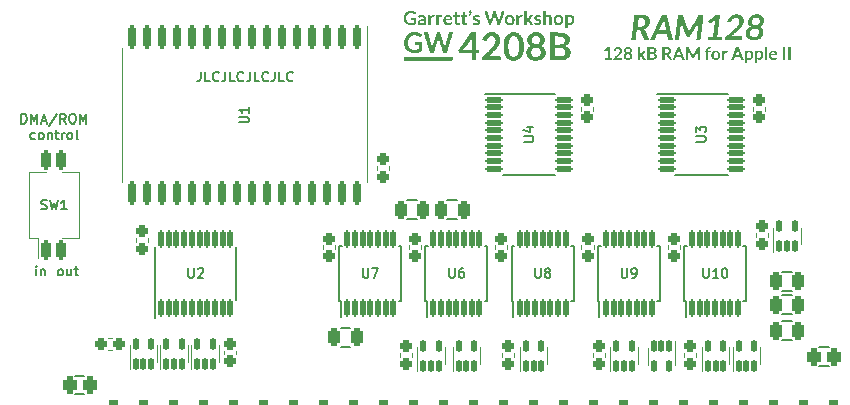
<source format=gto>
G04 #@! TF.GenerationSoftware,KiCad,Pcbnew,7.0.1-0*
G04 #@! TF.CreationDate,2024-01-30T21:09:44-05:00*
G04 #@! TF.ProjectId,RAM128,52414d31-3238-42e6-9b69-6361645f7063,1.2*
G04 #@! TF.SameCoordinates,Original*
G04 #@! TF.FileFunction,Legend,Top*
G04 #@! TF.FilePolarity,Positive*
%FSLAX46Y46*%
G04 Gerber Fmt 4.6, Leading zero omitted, Abs format (unit mm)*
G04 Created by KiCad (PCBNEW 7.0.1-0) date 2024-01-30 21:09:44*
%MOMM*%
%LPD*%
G01*
G04 APERTURE LIST*
G04 Aperture macros list*
%AMRoundRect*
0 Rectangle with rounded corners*
0 $1 Rounding radius*
0 $2 $3 $4 $5 $6 $7 $8 $9 X,Y pos of 4 corners*
0 Add a 4 corners polygon primitive as box body*
4,1,4,$2,$3,$4,$5,$6,$7,$8,$9,$2,$3,0*
0 Add four circle primitives for the rounded corners*
1,1,$1+$1,$2,$3*
1,1,$1+$1,$4,$5*
1,1,$1+$1,$6,$7*
1,1,$1+$1,$8,$9*
0 Add four rect primitives between the rounded corners*
20,1,$1+$1,$2,$3,$4,$5,0*
20,1,$1+$1,$4,$5,$6,$7,0*
20,1,$1+$1,$6,$7,$8,$9,0*
20,1,$1+$1,$8,$9,$2,$3,0*%
G04 Aperture macros list end*
%ADD10C,0.203200*%
%ADD11C,0.152400*%
%ADD12C,0.120000*%
%ADD13C,0.150000*%
%ADD14C,0.000000*%
%ADD15RoundRect,0.457200X0.381000X3.289000X-0.381000X3.289000X-0.381000X-3.289000X0.381000X-3.289000X0*%
%ADD16RoundRect,0.312500X0.262500X0.437500X-0.262500X0.437500X-0.262500X-0.437500X0.262500X-0.437500X0*%
%ADD17C,2.000000*%
%ADD18C,1.448000*%
%ADD19RoundRect,0.262500X-0.262500X0.212500X-0.262500X-0.212500X0.262500X-0.212500X0.262500X0.212500X0*%
%ADD20RoundRect,0.262500X0.212500X0.487500X-0.212500X0.487500X-0.212500X-0.487500X0.212500X-0.487500X0*%
%ADD21RoundRect,0.140000X-0.100000X0.400000X-0.100000X-0.400000X0.100000X-0.400000X0.100000X0.400000X0*%
%ADD22RoundRect,0.136500X-0.612500X-0.112500X0.612500X-0.112500X0.612500X0.112500X-0.612500X0.112500X0*%
%ADD23RoundRect,0.140000X0.100000X-0.400000X0.100000X0.400000X-0.100000X0.400000X-0.100000X-0.400000X0*%
%ADD24RoundRect,0.262500X0.212500X0.262500X-0.212500X0.262500X-0.212500X-0.262500X0.212500X-0.262500X0*%
%ADD25RoundRect,0.136500X0.112500X-0.612500X0.112500X0.612500X-0.112500X0.612500X-0.112500X-0.612500X0*%
%ADD26RoundRect,0.200000X-0.150000X0.802500X-0.150000X-0.802500X0.150000X-0.802500X0.150000X0.802500X0*%
%ADD27RoundRect,0.262500X-0.212500X-0.487500X0.212500X-0.487500X0.212500X0.487500X-0.212500X0.487500X0*%
%ADD28RoundRect,0.240000X0.190000X-0.572000X0.190000X0.572000X-0.190000X0.572000X-0.190000X-0.572000X0*%
%ADD29RoundRect,0.262500X0.262500X-0.212500X0.262500X0.212500X-0.262500X0.212500X-0.262500X-0.212500X0*%
G04 APERTURE END LIST*
D10*
X69609304Y-121026016D02*
X69609304Y-120484150D01*
X69609304Y-120213216D02*
X69570600Y-120251921D01*
X69570600Y-120251921D02*
X69609304Y-120290626D01*
X69609304Y-120290626D02*
X69648009Y-120251921D01*
X69648009Y-120251921D02*
X69609304Y-120213216D01*
X69609304Y-120213216D02*
X69609304Y-120290626D01*
X69996352Y-120484150D02*
X69996352Y-121026016D01*
X69996352Y-120561559D02*
X70035057Y-120522854D01*
X70035057Y-120522854D02*
X70112467Y-120484150D01*
X70112467Y-120484150D02*
X70228581Y-120484150D01*
X70228581Y-120484150D02*
X70305990Y-120522854D01*
X70305990Y-120522854D02*
X70344695Y-120600264D01*
X70344695Y-120600264D02*
X70344695Y-121026016D01*
X71605020Y-121026016D02*
X71527610Y-120987312D01*
X71527610Y-120987312D02*
X71488905Y-120948607D01*
X71488905Y-120948607D02*
X71450201Y-120871197D01*
X71450201Y-120871197D02*
X71450201Y-120638969D01*
X71450201Y-120638969D02*
X71488905Y-120561559D01*
X71488905Y-120561559D02*
X71527610Y-120522854D01*
X71527610Y-120522854D02*
X71605020Y-120484150D01*
X71605020Y-120484150D02*
X71721134Y-120484150D01*
X71721134Y-120484150D02*
X71798543Y-120522854D01*
X71798543Y-120522854D02*
X71837248Y-120561559D01*
X71837248Y-120561559D02*
X71875953Y-120638969D01*
X71875953Y-120638969D02*
X71875953Y-120871197D01*
X71875953Y-120871197D02*
X71837248Y-120948607D01*
X71837248Y-120948607D02*
X71798543Y-120987312D01*
X71798543Y-120987312D02*
X71721134Y-121026016D01*
X71721134Y-121026016D02*
X71605020Y-121026016D01*
X72572638Y-120484150D02*
X72572638Y-121026016D01*
X72224295Y-120484150D02*
X72224295Y-120909902D01*
X72224295Y-120909902D02*
X72263000Y-120987312D01*
X72263000Y-120987312D02*
X72340410Y-121026016D01*
X72340410Y-121026016D02*
X72456524Y-121026016D01*
X72456524Y-121026016D02*
X72533933Y-120987312D01*
X72533933Y-120987312D02*
X72572638Y-120948607D01*
X72843571Y-120484150D02*
X73153209Y-120484150D01*
X72959685Y-120213216D02*
X72959685Y-120909902D01*
X72959685Y-120909902D02*
X72998390Y-120987312D01*
X72998390Y-120987312D02*
X73075800Y-121026016D01*
X73075800Y-121026016D02*
X73153209Y-121026016D01*
X83558138Y-103766716D02*
X83558138Y-104347288D01*
X83558138Y-104347288D02*
X83519433Y-104463402D01*
X83519433Y-104463402D02*
X83442024Y-104540812D01*
X83442024Y-104540812D02*
X83325909Y-104579516D01*
X83325909Y-104579516D02*
X83248500Y-104579516D01*
X84332233Y-104579516D02*
X83945185Y-104579516D01*
X83945185Y-104579516D02*
X83945185Y-103766716D01*
X85067623Y-104502107D02*
X85028919Y-104540812D01*
X85028919Y-104540812D02*
X84912804Y-104579516D01*
X84912804Y-104579516D02*
X84835395Y-104579516D01*
X84835395Y-104579516D02*
X84719281Y-104540812D01*
X84719281Y-104540812D02*
X84641871Y-104463402D01*
X84641871Y-104463402D02*
X84603166Y-104385992D01*
X84603166Y-104385992D02*
X84564462Y-104231173D01*
X84564462Y-104231173D02*
X84564462Y-104115059D01*
X84564462Y-104115059D02*
X84603166Y-103960240D01*
X84603166Y-103960240D02*
X84641871Y-103882831D01*
X84641871Y-103882831D02*
X84719281Y-103805421D01*
X84719281Y-103805421D02*
X84835395Y-103766716D01*
X84835395Y-103766716D02*
X84912804Y-103766716D01*
X84912804Y-103766716D02*
X85028919Y-103805421D01*
X85028919Y-103805421D02*
X85067623Y-103844126D01*
X85648195Y-103766716D02*
X85648195Y-104347288D01*
X85648195Y-104347288D02*
X85609490Y-104463402D01*
X85609490Y-104463402D02*
X85532081Y-104540812D01*
X85532081Y-104540812D02*
X85415966Y-104579516D01*
X85415966Y-104579516D02*
X85338557Y-104579516D01*
X86422290Y-104579516D02*
X86035242Y-104579516D01*
X86035242Y-104579516D02*
X86035242Y-103766716D01*
X87157680Y-104502107D02*
X87118976Y-104540812D01*
X87118976Y-104540812D02*
X87002861Y-104579516D01*
X87002861Y-104579516D02*
X86925452Y-104579516D01*
X86925452Y-104579516D02*
X86809338Y-104540812D01*
X86809338Y-104540812D02*
X86731928Y-104463402D01*
X86731928Y-104463402D02*
X86693223Y-104385992D01*
X86693223Y-104385992D02*
X86654519Y-104231173D01*
X86654519Y-104231173D02*
X86654519Y-104115059D01*
X86654519Y-104115059D02*
X86693223Y-103960240D01*
X86693223Y-103960240D02*
X86731928Y-103882831D01*
X86731928Y-103882831D02*
X86809338Y-103805421D01*
X86809338Y-103805421D02*
X86925452Y-103766716D01*
X86925452Y-103766716D02*
X87002861Y-103766716D01*
X87002861Y-103766716D02*
X87118976Y-103805421D01*
X87118976Y-103805421D02*
X87157680Y-103844126D01*
X87738252Y-103766716D02*
X87738252Y-104347288D01*
X87738252Y-104347288D02*
X87699547Y-104463402D01*
X87699547Y-104463402D02*
X87622138Y-104540812D01*
X87622138Y-104540812D02*
X87506023Y-104579516D01*
X87506023Y-104579516D02*
X87428614Y-104579516D01*
X88512347Y-104579516D02*
X88125299Y-104579516D01*
X88125299Y-104579516D02*
X88125299Y-103766716D01*
X89247737Y-104502107D02*
X89209033Y-104540812D01*
X89209033Y-104540812D02*
X89092918Y-104579516D01*
X89092918Y-104579516D02*
X89015509Y-104579516D01*
X89015509Y-104579516D02*
X88899395Y-104540812D01*
X88899395Y-104540812D02*
X88821985Y-104463402D01*
X88821985Y-104463402D02*
X88783280Y-104385992D01*
X88783280Y-104385992D02*
X88744576Y-104231173D01*
X88744576Y-104231173D02*
X88744576Y-104115059D01*
X88744576Y-104115059D02*
X88783280Y-103960240D01*
X88783280Y-103960240D02*
X88821985Y-103882831D01*
X88821985Y-103882831D02*
X88899395Y-103805421D01*
X88899395Y-103805421D02*
X89015509Y-103766716D01*
X89015509Y-103766716D02*
X89092918Y-103766716D01*
X89092918Y-103766716D02*
X89209033Y-103805421D01*
X89209033Y-103805421D02*
X89247737Y-103844126D01*
X89828309Y-103766716D02*
X89828309Y-104347288D01*
X89828309Y-104347288D02*
X89789604Y-104463402D01*
X89789604Y-104463402D02*
X89712195Y-104540812D01*
X89712195Y-104540812D02*
X89596080Y-104579516D01*
X89596080Y-104579516D02*
X89518671Y-104579516D01*
X90602404Y-104579516D02*
X90215356Y-104579516D01*
X90215356Y-104579516D02*
X90215356Y-103766716D01*
X91337794Y-104502107D02*
X91299090Y-104540812D01*
X91299090Y-104540812D02*
X91182975Y-104579516D01*
X91182975Y-104579516D02*
X91105566Y-104579516D01*
X91105566Y-104579516D02*
X90989452Y-104540812D01*
X90989452Y-104540812D02*
X90912042Y-104463402D01*
X90912042Y-104463402D02*
X90873337Y-104385992D01*
X90873337Y-104385992D02*
X90834633Y-104231173D01*
X90834633Y-104231173D02*
X90834633Y-104115059D01*
X90834633Y-104115059D02*
X90873337Y-103960240D01*
X90873337Y-103960240D02*
X90912042Y-103882831D01*
X90912042Y-103882831D02*
X90989452Y-103805421D01*
X90989452Y-103805421D02*
X91105566Y-103766716D01*
X91105566Y-103766716D02*
X91182975Y-103766716D01*
X91182975Y-103766716D02*
X91299090Y-103805421D01*
X91299090Y-103805421D02*
X91337794Y-103844126D01*
X68371961Y-108173772D02*
X68371961Y-107355572D01*
X68371961Y-107355572D02*
X68565485Y-107355572D01*
X68565485Y-107355572D02*
X68681599Y-107394534D01*
X68681599Y-107394534D02*
X68759009Y-107472458D01*
X68759009Y-107472458D02*
X68797714Y-107550382D01*
X68797714Y-107550382D02*
X68836418Y-107706230D01*
X68836418Y-107706230D02*
X68836418Y-107823115D01*
X68836418Y-107823115D02*
X68797714Y-107978963D01*
X68797714Y-107978963D02*
X68759009Y-108056887D01*
X68759009Y-108056887D02*
X68681599Y-108134811D01*
X68681599Y-108134811D02*
X68565485Y-108173772D01*
X68565485Y-108173772D02*
X68371961Y-108173772D01*
X69184761Y-108173772D02*
X69184761Y-107355572D01*
X69184761Y-107355572D02*
X69455695Y-107940001D01*
X69455695Y-107940001D02*
X69726628Y-107355572D01*
X69726628Y-107355572D02*
X69726628Y-108173772D01*
X70074971Y-107940001D02*
X70462018Y-107940001D01*
X69997561Y-108173772D02*
X70268494Y-107355572D01*
X70268494Y-107355572D02*
X70539428Y-108173772D01*
X71390933Y-107316611D02*
X70694247Y-108368582D01*
X72126323Y-108173772D02*
X71855390Y-107784153D01*
X71661866Y-108173772D02*
X71661866Y-107355572D01*
X71661866Y-107355572D02*
X71971504Y-107355572D01*
X71971504Y-107355572D02*
X72048914Y-107394534D01*
X72048914Y-107394534D02*
X72087619Y-107433496D01*
X72087619Y-107433496D02*
X72126323Y-107511420D01*
X72126323Y-107511420D02*
X72126323Y-107628306D01*
X72126323Y-107628306D02*
X72087619Y-107706230D01*
X72087619Y-107706230D02*
X72048914Y-107745191D01*
X72048914Y-107745191D02*
X71971504Y-107784153D01*
X71971504Y-107784153D02*
X71661866Y-107784153D01*
X72629485Y-107355572D02*
X72784304Y-107355572D01*
X72784304Y-107355572D02*
X72861714Y-107394534D01*
X72861714Y-107394534D02*
X72939123Y-107472458D01*
X72939123Y-107472458D02*
X72977828Y-107628306D01*
X72977828Y-107628306D02*
X72977828Y-107901039D01*
X72977828Y-107901039D02*
X72939123Y-108056887D01*
X72939123Y-108056887D02*
X72861714Y-108134811D01*
X72861714Y-108134811D02*
X72784304Y-108173772D01*
X72784304Y-108173772D02*
X72629485Y-108173772D01*
X72629485Y-108173772D02*
X72552076Y-108134811D01*
X72552076Y-108134811D02*
X72474666Y-108056887D01*
X72474666Y-108056887D02*
X72435962Y-107901039D01*
X72435962Y-107901039D02*
X72435962Y-107628306D01*
X72435962Y-107628306D02*
X72474666Y-107472458D01*
X72474666Y-107472458D02*
X72552076Y-107394534D01*
X72552076Y-107394534D02*
X72629485Y-107355572D01*
X73326171Y-108173772D02*
X73326171Y-107355572D01*
X73326171Y-107355572D02*
X73597105Y-107940001D01*
X73597105Y-107940001D02*
X73868038Y-107355572D01*
X73868038Y-107355572D02*
X73868038Y-108173772D01*
X69513753Y-109460295D02*
X69436344Y-109499256D01*
X69436344Y-109499256D02*
X69281525Y-109499256D01*
X69281525Y-109499256D02*
X69204115Y-109460295D01*
X69204115Y-109460295D02*
X69165410Y-109421333D01*
X69165410Y-109421333D02*
X69126706Y-109343409D01*
X69126706Y-109343409D02*
X69126706Y-109109637D01*
X69126706Y-109109637D02*
X69165410Y-109031714D01*
X69165410Y-109031714D02*
X69204115Y-108992752D01*
X69204115Y-108992752D02*
X69281525Y-108953790D01*
X69281525Y-108953790D02*
X69436344Y-108953790D01*
X69436344Y-108953790D02*
X69513753Y-108992752D01*
X69978211Y-109499256D02*
X69900801Y-109460295D01*
X69900801Y-109460295D02*
X69862096Y-109421333D01*
X69862096Y-109421333D02*
X69823392Y-109343409D01*
X69823392Y-109343409D02*
X69823392Y-109109637D01*
X69823392Y-109109637D02*
X69862096Y-109031714D01*
X69862096Y-109031714D02*
X69900801Y-108992752D01*
X69900801Y-108992752D02*
X69978211Y-108953790D01*
X69978211Y-108953790D02*
X70094325Y-108953790D01*
X70094325Y-108953790D02*
X70171734Y-108992752D01*
X70171734Y-108992752D02*
X70210439Y-109031714D01*
X70210439Y-109031714D02*
X70249144Y-109109637D01*
X70249144Y-109109637D02*
X70249144Y-109343409D01*
X70249144Y-109343409D02*
X70210439Y-109421333D01*
X70210439Y-109421333D02*
X70171734Y-109460295D01*
X70171734Y-109460295D02*
X70094325Y-109499256D01*
X70094325Y-109499256D02*
X69978211Y-109499256D01*
X70597486Y-108953790D02*
X70597486Y-109499256D01*
X70597486Y-109031714D02*
X70636191Y-108992752D01*
X70636191Y-108992752D02*
X70713601Y-108953790D01*
X70713601Y-108953790D02*
X70829715Y-108953790D01*
X70829715Y-108953790D02*
X70907124Y-108992752D01*
X70907124Y-108992752D02*
X70945829Y-109070675D01*
X70945829Y-109070675D02*
X70945829Y-109499256D01*
X71216762Y-108953790D02*
X71526400Y-108953790D01*
X71332876Y-108681056D02*
X71332876Y-109382371D01*
X71332876Y-109382371D02*
X71371581Y-109460295D01*
X71371581Y-109460295D02*
X71448991Y-109499256D01*
X71448991Y-109499256D02*
X71526400Y-109499256D01*
X71797333Y-109499256D02*
X71797333Y-108953790D01*
X71797333Y-109109637D02*
X71836038Y-109031714D01*
X71836038Y-109031714D02*
X71874743Y-108992752D01*
X71874743Y-108992752D02*
X71952152Y-108953790D01*
X71952152Y-108953790D02*
X72029562Y-108953790D01*
X72416610Y-109499256D02*
X72339200Y-109460295D01*
X72339200Y-109460295D02*
X72300495Y-109421333D01*
X72300495Y-109421333D02*
X72261791Y-109343409D01*
X72261791Y-109343409D02*
X72261791Y-109109637D01*
X72261791Y-109109637D02*
X72300495Y-109031714D01*
X72300495Y-109031714D02*
X72339200Y-108992752D01*
X72339200Y-108992752D02*
X72416610Y-108953790D01*
X72416610Y-108953790D02*
X72532724Y-108953790D01*
X72532724Y-108953790D02*
X72610133Y-108992752D01*
X72610133Y-108992752D02*
X72648838Y-109031714D01*
X72648838Y-109031714D02*
X72687543Y-109109637D01*
X72687543Y-109109637D02*
X72687543Y-109343409D01*
X72687543Y-109343409D02*
X72648838Y-109421333D01*
X72648838Y-109421333D02*
X72610133Y-109460295D01*
X72610133Y-109460295D02*
X72532724Y-109499256D01*
X72532724Y-109499256D02*
X72416610Y-109499256D01*
X73152000Y-109499256D02*
X73074590Y-109460295D01*
X73074590Y-109460295D02*
X73035885Y-109382371D01*
X73035885Y-109382371D02*
X73035885Y-108681056D01*
X125513216Y-109694276D02*
X126171197Y-109694276D01*
X126171197Y-109694276D02*
X126248607Y-109655571D01*
X126248607Y-109655571D02*
X126287312Y-109616866D01*
X126287312Y-109616866D02*
X126326016Y-109539457D01*
X126326016Y-109539457D02*
X126326016Y-109384638D01*
X126326016Y-109384638D02*
X126287312Y-109307228D01*
X126287312Y-109307228D02*
X126248607Y-109268523D01*
X126248607Y-109268523D02*
X126171197Y-109229819D01*
X126171197Y-109229819D02*
X125513216Y-109229819D01*
X125513216Y-108920180D02*
X125513216Y-108417018D01*
X125513216Y-108417018D02*
X125822854Y-108687952D01*
X125822854Y-108687952D02*
X125822854Y-108571837D01*
X125822854Y-108571837D02*
X125861559Y-108494428D01*
X125861559Y-108494428D02*
X125900264Y-108455723D01*
X125900264Y-108455723D02*
X125977673Y-108417018D01*
X125977673Y-108417018D02*
X126171197Y-108417018D01*
X126171197Y-108417018D02*
X126248607Y-108455723D01*
X126248607Y-108455723D02*
X126287312Y-108494428D01*
X126287312Y-108494428D02*
X126326016Y-108571837D01*
X126326016Y-108571837D02*
X126326016Y-108804066D01*
X126326016Y-108804066D02*
X126287312Y-108881475D01*
X126287312Y-108881475D02*
X126248607Y-108920180D01*
X97280723Y-120413216D02*
X97280723Y-121071197D01*
X97280723Y-121071197D02*
X97319428Y-121148607D01*
X97319428Y-121148607D02*
X97358133Y-121187312D01*
X97358133Y-121187312D02*
X97435542Y-121226016D01*
X97435542Y-121226016D02*
X97590361Y-121226016D01*
X97590361Y-121226016D02*
X97667771Y-121187312D01*
X97667771Y-121187312D02*
X97706476Y-121148607D01*
X97706476Y-121148607D02*
X97745180Y-121071197D01*
X97745180Y-121071197D02*
X97745180Y-120413216D01*
X98054819Y-120413216D02*
X98596685Y-120413216D01*
X98596685Y-120413216D02*
X98248343Y-121226016D01*
X126093676Y-120413216D02*
X126093676Y-121071197D01*
X126093676Y-121071197D02*
X126132381Y-121148607D01*
X126132381Y-121148607D02*
X126171086Y-121187312D01*
X126171086Y-121187312D02*
X126248495Y-121226016D01*
X126248495Y-121226016D02*
X126403314Y-121226016D01*
X126403314Y-121226016D02*
X126480724Y-121187312D01*
X126480724Y-121187312D02*
X126519429Y-121148607D01*
X126519429Y-121148607D02*
X126558133Y-121071197D01*
X126558133Y-121071197D02*
X126558133Y-120413216D01*
X127370934Y-121226016D02*
X126906477Y-121226016D01*
X127138705Y-121226016D02*
X127138705Y-120413216D01*
X127138705Y-120413216D02*
X127061296Y-120529331D01*
X127061296Y-120529331D02*
X126983886Y-120606740D01*
X126983886Y-120606740D02*
X126906477Y-120645445D01*
X127874095Y-120413216D02*
X127951505Y-120413216D01*
X127951505Y-120413216D02*
X128028914Y-120451921D01*
X128028914Y-120451921D02*
X128067619Y-120490626D01*
X128067619Y-120490626D02*
X128106324Y-120568035D01*
X128106324Y-120568035D02*
X128145029Y-120722854D01*
X128145029Y-120722854D02*
X128145029Y-120916378D01*
X128145029Y-120916378D02*
X128106324Y-121071197D01*
X128106324Y-121071197D02*
X128067619Y-121148607D01*
X128067619Y-121148607D02*
X128028914Y-121187312D01*
X128028914Y-121187312D02*
X127951505Y-121226016D01*
X127951505Y-121226016D02*
X127874095Y-121226016D01*
X127874095Y-121226016D02*
X127796686Y-121187312D01*
X127796686Y-121187312D02*
X127757981Y-121148607D01*
X127757981Y-121148607D02*
X127719276Y-121071197D01*
X127719276Y-121071197D02*
X127680572Y-120916378D01*
X127680572Y-120916378D02*
X127680572Y-120722854D01*
X127680572Y-120722854D02*
X127719276Y-120568035D01*
X127719276Y-120568035D02*
X127757981Y-120490626D01*
X127757981Y-120490626D02*
X127796686Y-120451921D01*
X127796686Y-120451921D02*
X127874095Y-120413216D01*
X119180723Y-120413216D02*
X119180723Y-121071197D01*
X119180723Y-121071197D02*
X119219428Y-121148607D01*
X119219428Y-121148607D02*
X119258133Y-121187312D01*
X119258133Y-121187312D02*
X119335542Y-121226016D01*
X119335542Y-121226016D02*
X119490361Y-121226016D01*
X119490361Y-121226016D02*
X119567771Y-121187312D01*
X119567771Y-121187312D02*
X119606476Y-121148607D01*
X119606476Y-121148607D02*
X119645180Y-121071197D01*
X119645180Y-121071197D02*
X119645180Y-120413216D01*
X120070933Y-121226016D02*
X120225752Y-121226016D01*
X120225752Y-121226016D02*
X120303162Y-121187312D01*
X120303162Y-121187312D02*
X120341866Y-121148607D01*
X120341866Y-121148607D02*
X120419276Y-121032492D01*
X120419276Y-121032492D02*
X120457981Y-120877673D01*
X120457981Y-120877673D02*
X120457981Y-120568035D01*
X120457981Y-120568035D02*
X120419276Y-120490626D01*
X120419276Y-120490626D02*
X120380571Y-120451921D01*
X120380571Y-120451921D02*
X120303162Y-120413216D01*
X120303162Y-120413216D02*
X120148343Y-120413216D01*
X120148343Y-120413216D02*
X120070933Y-120451921D01*
X120070933Y-120451921D02*
X120032228Y-120490626D01*
X120032228Y-120490626D02*
X119993524Y-120568035D01*
X119993524Y-120568035D02*
X119993524Y-120761559D01*
X119993524Y-120761559D02*
X120032228Y-120838969D01*
X120032228Y-120838969D02*
X120070933Y-120877673D01*
X120070933Y-120877673D02*
X120148343Y-120916378D01*
X120148343Y-120916378D02*
X120303162Y-120916378D01*
X120303162Y-120916378D02*
X120380571Y-120877673D01*
X120380571Y-120877673D02*
X120419276Y-120838969D01*
X120419276Y-120838969D02*
X120457981Y-120761559D01*
X111880723Y-120413216D02*
X111880723Y-121071197D01*
X111880723Y-121071197D02*
X111919428Y-121148607D01*
X111919428Y-121148607D02*
X111958133Y-121187312D01*
X111958133Y-121187312D02*
X112035542Y-121226016D01*
X112035542Y-121226016D02*
X112190361Y-121226016D01*
X112190361Y-121226016D02*
X112267771Y-121187312D01*
X112267771Y-121187312D02*
X112306476Y-121148607D01*
X112306476Y-121148607D02*
X112345180Y-121071197D01*
X112345180Y-121071197D02*
X112345180Y-120413216D01*
X112848343Y-120761559D02*
X112770933Y-120722854D01*
X112770933Y-120722854D02*
X112732228Y-120684150D01*
X112732228Y-120684150D02*
X112693524Y-120606740D01*
X112693524Y-120606740D02*
X112693524Y-120568035D01*
X112693524Y-120568035D02*
X112732228Y-120490626D01*
X112732228Y-120490626D02*
X112770933Y-120451921D01*
X112770933Y-120451921D02*
X112848343Y-120413216D01*
X112848343Y-120413216D02*
X113003162Y-120413216D01*
X113003162Y-120413216D02*
X113080571Y-120451921D01*
X113080571Y-120451921D02*
X113119276Y-120490626D01*
X113119276Y-120490626D02*
X113157981Y-120568035D01*
X113157981Y-120568035D02*
X113157981Y-120606740D01*
X113157981Y-120606740D02*
X113119276Y-120684150D01*
X113119276Y-120684150D02*
X113080571Y-120722854D01*
X113080571Y-120722854D02*
X113003162Y-120761559D01*
X113003162Y-120761559D02*
X112848343Y-120761559D01*
X112848343Y-120761559D02*
X112770933Y-120800264D01*
X112770933Y-120800264D02*
X112732228Y-120838969D01*
X112732228Y-120838969D02*
X112693524Y-120916378D01*
X112693524Y-120916378D02*
X112693524Y-121071197D01*
X112693524Y-121071197D02*
X112732228Y-121148607D01*
X112732228Y-121148607D02*
X112770933Y-121187312D01*
X112770933Y-121187312D02*
X112848343Y-121226016D01*
X112848343Y-121226016D02*
X113003162Y-121226016D01*
X113003162Y-121226016D02*
X113080571Y-121187312D01*
X113080571Y-121187312D02*
X113119276Y-121148607D01*
X113119276Y-121148607D02*
X113157981Y-121071197D01*
X113157981Y-121071197D02*
X113157981Y-120916378D01*
X113157981Y-120916378D02*
X113119276Y-120838969D01*
X113119276Y-120838969D02*
X113080571Y-120800264D01*
X113080571Y-120800264D02*
X113003162Y-120761559D01*
X104580723Y-120413216D02*
X104580723Y-121071197D01*
X104580723Y-121071197D02*
X104619428Y-121148607D01*
X104619428Y-121148607D02*
X104658133Y-121187312D01*
X104658133Y-121187312D02*
X104735542Y-121226016D01*
X104735542Y-121226016D02*
X104890361Y-121226016D01*
X104890361Y-121226016D02*
X104967771Y-121187312D01*
X104967771Y-121187312D02*
X105006476Y-121148607D01*
X105006476Y-121148607D02*
X105045180Y-121071197D01*
X105045180Y-121071197D02*
X105045180Y-120413216D01*
X105780571Y-120413216D02*
X105625752Y-120413216D01*
X105625752Y-120413216D02*
X105548343Y-120451921D01*
X105548343Y-120451921D02*
X105509638Y-120490626D01*
X105509638Y-120490626D02*
X105432228Y-120606740D01*
X105432228Y-120606740D02*
X105393524Y-120761559D01*
X105393524Y-120761559D02*
X105393524Y-121071197D01*
X105393524Y-121071197D02*
X105432228Y-121148607D01*
X105432228Y-121148607D02*
X105470933Y-121187312D01*
X105470933Y-121187312D02*
X105548343Y-121226016D01*
X105548343Y-121226016D02*
X105703162Y-121226016D01*
X105703162Y-121226016D02*
X105780571Y-121187312D01*
X105780571Y-121187312D02*
X105819276Y-121148607D01*
X105819276Y-121148607D02*
X105857981Y-121071197D01*
X105857981Y-121071197D02*
X105857981Y-120877673D01*
X105857981Y-120877673D02*
X105819276Y-120800264D01*
X105819276Y-120800264D02*
X105780571Y-120761559D01*
X105780571Y-120761559D02*
X105703162Y-120722854D01*
X105703162Y-120722854D02*
X105548343Y-120722854D01*
X105548343Y-120722854D02*
X105470933Y-120761559D01*
X105470933Y-120761559D02*
X105432228Y-120800264D01*
X105432228Y-120800264D02*
X105393524Y-120877673D01*
X86812216Y-108061276D02*
X87470197Y-108061276D01*
X87470197Y-108061276D02*
X87547607Y-108022571D01*
X87547607Y-108022571D02*
X87586312Y-107983866D01*
X87586312Y-107983866D02*
X87625016Y-107906457D01*
X87625016Y-107906457D02*
X87625016Y-107751638D01*
X87625016Y-107751638D02*
X87586312Y-107674228D01*
X87586312Y-107674228D02*
X87547607Y-107635523D01*
X87547607Y-107635523D02*
X87470197Y-107596819D01*
X87470197Y-107596819D02*
X86812216Y-107596819D01*
X87625016Y-106784018D02*
X87625016Y-107248475D01*
X87625016Y-107016247D02*
X86812216Y-107016247D01*
X86812216Y-107016247D02*
X86928331Y-107093656D01*
X86928331Y-107093656D02*
X87005740Y-107171066D01*
X87005740Y-107171066D02*
X87044445Y-107248475D01*
X110913216Y-109694276D02*
X111571197Y-109694276D01*
X111571197Y-109694276D02*
X111648607Y-109655571D01*
X111648607Y-109655571D02*
X111687312Y-109616866D01*
X111687312Y-109616866D02*
X111726016Y-109539457D01*
X111726016Y-109539457D02*
X111726016Y-109384638D01*
X111726016Y-109384638D02*
X111687312Y-109307228D01*
X111687312Y-109307228D02*
X111648607Y-109268523D01*
X111648607Y-109268523D02*
X111571197Y-109229819D01*
X111571197Y-109229819D02*
X110913216Y-109229819D01*
X111184150Y-108494428D02*
X111726016Y-108494428D01*
X110874512Y-108687952D02*
X111455083Y-108881475D01*
X111455083Y-108881475D02*
X111455083Y-108378314D01*
X82505723Y-120413216D02*
X82505723Y-121071197D01*
X82505723Y-121071197D02*
X82544428Y-121148607D01*
X82544428Y-121148607D02*
X82583133Y-121187312D01*
X82583133Y-121187312D02*
X82660542Y-121226016D01*
X82660542Y-121226016D02*
X82815361Y-121226016D01*
X82815361Y-121226016D02*
X82892771Y-121187312D01*
X82892771Y-121187312D02*
X82931476Y-121148607D01*
X82931476Y-121148607D02*
X82970180Y-121071197D01*
X82970180Y-121071197D02*
X82970180Y-120413216D01*
X83318524Y-120490626D02*
X83357228Y-120451921D01*
X83357228Y-120451921D02*
X83434638Y-120413216D01*
X83434638Y-120413216D02*
X83628162Y-120413216D01*
X83628162Y-120413216D02*
X83705571Y-120451921D01*
X83705571Y-120451921D02*
X83744276Y-120490626D01*
X83744276Y-120490626D02*
X83782981Y-120568035D01*
X83782981Y-120568035D02*
X83782981Y-120645445D01*
X83782981Y-120645445D02*
X83744276Y-120761559D01*
X83744276Y-120761559D02*
X83279819Y-121226016D01*
X83279819Y-121226016D02*
X83782981Y-121226016D01*
X70036267Y-115399312D02*
X70152381Y-115438016D01*
X70152381Y-115438016D02*
X70345905Y-115438016D01*
X70345905Y-115438016D02*
X70423314Y-115399312D01*
X70423314Y-115399312D02*
X70462019Y-115360607D01*
X70462019Y-115360607D02*
X70500724Y-115283197D01*
X70500724Y-115283197D02*
X70500724Y-115205788D01*
X70500724Y-115205788D02*
X70462019Y-115128378D01*
X70462019Y-115128378D02*
X70423314Y-115089673D01*
X70423314Y-115089673D02*
X70345905Y-115050969D01*
X70345905Y-115050969D02*
X70191086Y-115012264D01*
X70191086Y-115012264D02*
X70113676Y-114973559D01*
X70113676Y-114973559D02*
X70074971Y-114934854D01*
X70074971Y-114934854D02*
X70036267Y-114857445D01*
X70036267Y-114857445D02*
X70036267Y-114780035D01*
X70036267Y-114780035D02*
X70074971Y-114702626D01*
X70074971Y-114702626D02*
X70113676Y-114663921D01*
X70113676Y-114663921D02*
X70191086Y-114625216D01*
X70191086Y-114625216D02*
X70384609Y-114625216D01*
X70384609Y-114625216D02*
X70500724Y-114663921D01*
X70771657Y-114625216D02*
X70965181Y-115438016D01*
X70965181Y-115438016D02*
X71120000Y-114857445D01*
X71120000Y-114857445D02*
X71274819Y-115438016D01*
X71274819Y-115438016D02*
X71468343Y-114625216D01*
X72203733Y-115438016D02*
X71739276Y-115438016D01*
X71971504Y-115438016D02*
X71971504Y-114625216D01*
X71971504Y-114625216D02*
X71894095Y-114741331D01*
X71894095Y-114741331D02*
X71816685Y-114818740D01*
X71816685Y-114818740D02*
X71739276Y-114857445D01*
D11*
X136716400Y-128689000D02*
X135903600Y-128689000D01*
X136716400Y-127089000D02*
X135903600Y-127089000D01*
D12*
X110110000Y-127587221D02*
X110110000Y-127912779D01*
X109090000Y-127587221D02*
X109090000Y-127912779D01*
D11*
X133606400Y-124300000D02*
X132793600Y-124300000D01*
X133606400Y-122700000D02*
X132793600Y-122700000D01*
D12*
X123710000Y-128580000D02*
X123710000Y-126550000D01*
X121390000Y-127170000D02*
X121390000Y-128580000D01*
D13*
X122200000Y-105625000D02*
X128175000Y-105625000D01*
X123725000Y-112525000D02*
X128175000Y-112525000D01*
D12*
X125990000Y-127120000D02*
X125990000Y-129150000D01*
X128310000Y-128530000D02*
X128310000Y-127120000D01*
X77540000Y-126920000D02*
X77540000Y-128950000D01*
X79860000Y-128330000D02*
X79860000Y-126920000D01*
X117760000Y-127587221D02*
X117760000Y-127912779D01*
X116740000Y-127587221D02*
X116740000Y-127912779D01*
X110590000Y-127120000D02*
X110590000Y-129150000D01*
X112910000Y-128530000D02*
X112910000Y-127120000D01*
X118240000Y-127120000D02*
X118240000Y-129150000D01*
X120560000Y-128530000D02*
X120560000Y-127120000D01*
X76062779Y-127310000D02*
X75737221Y-127310000D01*
X76062779Y-126290000D02*
X75737221Y-126290000D01*
X128590000Y-127120000D02*
X128590000Y-129150000D01*
X130910000Y-128530000D02*
X130910000Y-127120000D01*
D13*
X95275000Y-118525000D02*
X95500000Y-118525000D01*
X95275000Y-123175000D02*
X95275000Y-118525000D01*
X95275000Y-123175000D02*
X95400000Y-123175000D01*
X95400000Y-123175000D02*
X95400000Y-124525000D01*
X100525000Y-118525000D02*
X100300000Y-118525000D01*
X100525000Y-123175000D02*
X100300000Y-123175000D01*
X100525000Y-123175000D02*
X100525000Y-118525000D01*
X124475000Y-118525000D02*
X124700000Y-118525000D01*
X124475000Y-123175000D02*
X124475000Y-118525000D01*
X124475000Y-123175000D02*
X124600000Y-123175000D01*
X124600000Y-123175000D02*
X124600000Y-124525000D01*
X129725000Y-118525000D02*
X129500000Y-118525000D01*
X129725000Y-123175000D02*
X129500000Y-123175000D01*
X129725000Y-123175000D02*
X129725000Y-118525000D01*
D12*
X116810000Y-118487221D02*
X116810000Y-118812779D01*
X115790000Y-118487221D02*
X115790000Y-118812779D01*
D13*
X117175000Y-118525000D02*
X117400000Y-118525000D01*
X117175000Y-123175000D02*
X117175000Y-118525000D01*
X117175000Y-123175000D02*
X117300000Y-123175000D01*
X117300000Y-123175000D02*
X117300000Y-124525000D01*
X122425000Y-118525000D02*
X122200000Y-118525000D01*
X122425000Y-123175000D02*
X122200000Y-123175000D01*
X122425000Y-123175000D02*
X122425000Y-118525000D01*
D12*
X94910000Y-118487221D02*
X94910000Y-118812779D01*
X93890000Y-118487221D02*
X93890000Y-118812779D01*
D13*
X109875000Y-118525000D02*
X110100000Y-118525000D01*
X109875000Y-123175000D02*
X109875000Y-118525000D01*
X109875000Y-123175000D02*
X110000000Y-123175000D01*
X110000000Y-123175000D02*
X110000000Y-124525000D01*
X115125000Y-118525000D02*
X114900000Y-118525000D01*
X115125000Y-123175000D02*
X114900000Y-123175000D01*
X115125000Y-123175000D02*
X115125000Y-118525000D01*
D12*
X102210000Y-118487221D02*
X102210000Y-118812779D01*
X101190000Y-118487221D02*
X101190000Y-118812779D01*
D13*
X102575000Y-118525000D02*
X102800000Y-118525000D01*
X102575000Y-123175000D02*
X102575000Y-118525000D01*
X102575000Y-123175000D02*
X102700000Y-123175000D01*
X102700000Y-123175000D02*
X102700000Y-124525000D01*
X107825000Y-118525000D02*
X107600000Y-118525000D01*
X107825000Y-123175000D02*
X107600000Y-123175000D01*
X107825000Y-123175000D02*
X107825000Y-118525000D01*
D12*
X124110000Y-118487221D02*
X124110000Y-118812779D01*
X123090000Y-118487221D02*
X123090000Y-118812779D01*
X109510000Y-118487221D02*
X109510000Y-118812779D01*
X108490000Y-118487221D02*
X108490000Y-118812779D01*
X125510000Y-127587221D02*
X125510000Y-127912779D01*
X124490000Y-127587221D02*
X124490000Y-127912779D01*
X97606500Y-107442000D02*
X97606500Y-113094500D01*
X97606500Y-107442000D02*
X97606500Y-99867000D01*
X76891500Y-107442000D02*
X76891500Y-113094500D01*
X76891500Y-107442000D02*
X76891500Y-101789500D01*
D11*
X101043600Y-114650000D02*
X101856400Y-114650000D01*
X101043600Y-116250000D02*
X101856400Y-116250000D01*
D13*
X107600000Y-105625000D02*
X113575000Y-105625000D01*
X109125000Y-112525000D02*
X113575000Y-112525000D01*
D12*
X116760000Y-106737221D02*
X116760000Y-107062779D01*
X115740000Y-106737221D02*
X115740000Y-107062779D01*
X131360000Y-106737221D02*
X131360000Y-107062779D01*
X130340000Y-106737221D02*
X130340000Y-107062779D01*
D13*
X79675000Y-124600000D02*
X79675000Y-118625000D01*
X86575000Y-123075000D02*
X86575000Y-118625000D01*
D11*
X73706400Y-131100000D02*
X72893600Y-131100000D01*
X73706400Y-129500000D02*
X72893600Y-129500000D01*
D12*
X80140000Y-126920000D02*
X80140000Y-128950000D01*
X82460000Y-128330000D02*
X82460000Y-126920000D01*
X82740000Y-126920000D02*
X82740000Y-128950000D01*
X85060000Y-128330000D02*
X85060000Y-126920000D01*
X86560000Y-127387221D02*
X86560000Y-127712779D01*
X85540000Y-127387221D02*
X85540000Y-127712779D01*
X79110000Y-117887221D02*
X79110000Y-118212779D01*
X78090000Y-117887221D02*
X78090000Y-118212779D01*
X132040000Y-116970000D02*
X132040000Y-119000000D01*
X134360000Y-118380000D02*
X134360000Y-116970000D01*
X131560000Y-117437221D02*
X131560000Y-117762779D01*
X130540000Y-117437221D02*
X130540000Y-117762779D01*
D11*
X133606400Y-126500000D02*
X132793600Y-126500000D01*
X133606400Y-124900000D02*
X132793600Y-124900000D01*
X105256400Y-116250000D02*
X104443600Y-116250000D01*
X105256400Y-114650000D02*
X104443600Y-114650000D01*
X132793600Y-120700000D02*
X133606400Y-120700000D01*
X132793600Y-122300000D02*
X133606400Y-122300000D01*
D12*
X68989000Y-112302000D02*
X70424000Y-112302000D01*
X68989000Y-117822000D02*
X68989000Y-112302000D01*
X68989000Y-117822000D02*
X69805000Y-117822000D01*
X69805000Y-119508000D02*
X69805000Y-117822000D01*
X71815000Y-112302000D02*
X73250000Y-112302000D01*
X71815000Y-117822000D02*
X73250000Y-117822000D01*
X73250000Y-117822000D02*
X73250000Y-112302000D01*
G36*
X106428617Y-98561455D02*
G01*
X106434106Y-98568143D01*
X106441713Y-98581702D01*
X106450446Y-98599983D01*
X106459315Y-98620833D01*
X106467330Y-98642101D01*
X106471318Y-98654176D01*
X106479635Y-98692947D01*
X106482771Y-98736173D01*
X106480768Y-98780320D01*
X106473668Y-98821857D01*
X106469161Y-98837720D01*
X106450018Y-98883518D01*
X106422781Y-98929368D01*
X106388691Y-98973338D01*
X106367489Y-98996002D01*
X106351648Y-99011549D01*
X106338155Y-99024240D01*
X106328470Y-99032742D01*
X106324096Y-99035722D01*
X106318526Y-99033410D01*
X106307096Y-99027316D01*
X106292076Y-99018660D01*
X106288965Y-99016805D01*
X106272903Y-99006686D01*
X106259618Y-98997447D01*
X106251695Y-98990897D01*
X106251189Y-98990332D01*
X106245405Y-98978378D01*
X106246549Y-98963879D01*
X106254906Y-98945781D01*
X106268485Y-98925997D01*
X106294729Y-98885555D01*
X106311551Y-98845505D01*
X106319019Y-98805227D01*
X106317202Y-98764104D01*
X106306167Y-98721515D01*
X106294162Y-98692917D01*
X106282838Y-98667176D01*
X106276865Y-98647851D01*
X106276061Y-98633582D01*
X106280244Y-98623009D01*
X106284208Y-98618630D01*
X106291780Y-98613944D01*
X106305808Y-98607116D01*
X106324428Y-98598885D01*
X106345777Y-98589987D01*
X106367993Y-98581161D01*
X106389211Y-98573145D01*
X106407568Y-98566675D01*
X106421202Y-98562490D01*
X106428248Y-98561327D01*
X106428617Y-98561455D01*
G37*
G36*
X103273284Y-98956264D02*
G01*
X103307122Y-98962426D01*
X103333601Y-98974146D01*
X103341730Y-98980098D01*
X103354003Y-98990416D01*
X103340840Y-99061992D01*
X103335992Y-99087828D01*
X103331456Y-99111041D01*
X103327628Y-99129672D01*
X103324904Y-99141762D01*
X103324134Y-99144578D01*
X103318653Y-99154225D01*
X103308914Y-99159806D01*
X103293620Y-99161541D01*
X103271479Y-99159652D01*
X103253198Y-99156657D01*
X103229499Y-99152778D01*
X103211259Y-99151194D01*
X103194703Y-99151785D01*
X103177031Y-99154265D01*
X103137950Y-99165097D01*
X103103331Y-99183659D01*
X103072558Y-99210407D01*
X103045013Y-99245797D01*
X103037773Y-99257353D01*
X103020787Y-99285703D01*
X103020787Y-99808770D01*
X102815602Y-99808770D01*
X102815602Y-98973715D01*
X102889878Y-98973715D01*
X102917043Y-98974025D01*
X102940794Y-98974884D01*
X102959349Y-98976188D01*
X102970924Y-98977831D01*
X102973334Y-98978628D01*
X102982468Y-98986228D01*
X102989687Y-98998917D01*
X102995436Y-99017964D01*
X103000161Y-99044642D01*
X103002275Y-99061204D01*
X103004916Y-99081895D01*
X103007491Y-99098535D01*
X103009669Y-99109184D01*
X103010910Y-99112087D01*
X103014717Y-99108378D01*
X103021694Y-99098815D01*
X103027826Y-99089421D01*
X103047690Y-99062508D01*
X103073174Y-99035021D01*
X103101642Y-99009385D01*
X103130456Y-98988029D01*
X103150786Y-98976241D01*
X103170053Y-98967221D01*
X103185864Y-98961534D01*
X103202051Y-98958217D01*
X103222446Y-98956309D01*
X103232431Y-98955735D01*
X103273284Y-98956264D01*
G37*
G36*
X103936556Y-98956264D02*
G01*
X103970394Y-98962426D01*
X103996874Y-98974146D01*
X104005003Y-98980098D01*
X104017275Y-98990416D01*
X104004113Y-99061992D01*
X103999264Y-99087828D01*
X103994728Y-99111041D01*
X103990900Y-99129672D01*
X103988176Y-99141762D01*
X103987407Y-99144578D01*
X103981926Y-99154225D01*
X103972186Y-99159806D01*
X103956893Y-99161541D01*
X103934751Y-99159652D01*
X103916471Y-99156657D01*
X103892772Y-99152778D01*
X103874532Y-99151194D01*
X103857976Y-99151785D01*
X103840303Y-99154265D01*
X103801223Y-99165097D01*
X103766604Y-99183659D01*
X103735830Y-99210407D01*
X103708286Y-99245797D01*
X103701046Y-99257353D01*
X103684060Y-99285703D01*
X103684060Y-99808770D01*
X103478875Y-99808770D01*
X103478875Y-98973715D01*
X103553151Y-98973715D01*
X103580316Y-98974025D01*
X103604067Y-98974884D01*
X103622622Y-98976188D01*
X103634197Y-98977831D01*
X103636607Y-98978628D01*
X103645741Y-98986228D01*
X103652959Y-98998917D01*
X103658708Y-99017964D01*
X103663434Y-99044642D01*
X103665547Y-99061204D01*
X103668189Y-99081895D01*
X103670763Y-99098535D01*
X103672941Y-99109184D01*
X103674183Y-99112087D01*
X103677989Y-99108378D01*
X103684967Y-99098815D01*
X103691098Y-99089421D01*
X103710963Y-99062508D01*
X103736447Y-99035021D01*
X103764914Y-99009385D01*
X103793729Y-98988029D01*
X103814058Y-98976241D01*
X103833325Y-98967221D01*
X103849136Y-98961534D01*
X103865323Y-98958217D01*
X103885718Y-98956309D01*
X103895703Y-98955735D01*
X103936556Y-98956264D01*
G37*
G36*
X110731522Y-98956264D02*
G01*
X110765359Y-98962426D01*
X110791839Y-98974146D01*
X110799968Y-98980098D01*
X110812241Y-98990416D01*
X110799078Y-99061992D01*
X110794230Y-99087828D01*
X110789693Y-99111041D01*
X110785865Y-99129672D01*
X110783142Y-99141762D01*
X110782372Y-99144578D01*
X110776891Y-99154225D01*
X110767151Y-99159806D01*
X110751858Y-99161541D01*
X110729716Y-99159652D01*
X110711436Y-99156657D01*
X110687737Y-99152778D01*
X110669497Y-99151194D01*
X110652941Y-99151785D01*
X110635269Y-99154265D01*
X110596188Y-99165097D01*
X110561569Y-99183659D01*
X110530796Y-99210407D01*
X110503251Y-99245797D01*
X110496011Y-99257353D01*
X110479025Y-99285703D01*
X110479025Y-99808770D01*
X110273840Y-99808770D01*
X110273840Y-98973715D01*
X110348116Y-98973715D01*
X110375281Y-98974025D01*
X110399032Y-98974884D01*
X110417587Y-98976188D01*
X110429162Y-98977831D01*
X110431572Y-98978628D01*
X110440706Y-98986228D01*
X110447925Y-98998917D01*
X110453674Y-99017964D01*
X110458399Y-99044642D01*
X110460513Y-99061204D01*
X110463154Y-99081895D01*
X110465728Y-99098535D01*
X110467906Y-99109184D01*
X110469148Y-99112087D01*
X110472954Y-99108378D01*
X110479932Y-99098815D01*
X110486064Y-99089421D01*
X110505928Y-99062508D01*
X110531412Y-99035021D01*
X110559880Y-99009385D01*
X110588694Y-98988029D01*
X110609024Y-98976241D01*
X110628291Y-98967221D01*
X110644102Y-98961534D01*
X110660289Y-98958217D01*
X110680683Y-98956309D01*
X110690669Y-98955735D01*
X110731522Y-98956264D01*
G37*
G36*
X112756295Y-98825809D02*
G01*
X112757534Y-99054872D01*
X112790936Y-99029802D01*
X112834306Y-99000814D01*
X112876983Y-98980111D01*
X112921267Y-98966916D01*
X112969461Y-98960452D01*
X112999465Y-98959483D01*
X113035856Y-98960517D01*
X113066265Y-98964228D01*
X113094043Y-98971306D01*
X113122544Y-98982443D01*
X113132116Y-98986859D01*
X113171169Y-99010615D01*
X113205391Y-99042244D01*
X113234306Y-99081129D01*
X113257439Y-99126652D01*
X113271598Y-99167923D01*
X113273704Y-99175745D01*
X113275511Y-99183481D01*
X113277046Y-99191912D01*
X113278337Y-99201820D01*
X113279411Y-99213985D01*
X113280297Y-99229191D01*
X113281023Y-99248219D01*
X113281616Y-99271850D01*
X113282104Y-99300867D01*
X113282515Y-99336051D01*
X113282877Y-99378183D01*
X113283218Y-99428047D01*
X113283566Y-99486422D01*
X113283683Y-99506957D01*
X113285391Y-99808770D01*
X113079974Y-99808770D01*
X113078439Y-99516501D01*
X113078112Y-99454608D01*
X113077788Y-99401490D01*
X113077404Y-99356377D01*
X113076897Y-99318499D01*
X113076204Y-99287089D01*
X113075262Y-99261377D01*
X113074006Y-99240594D01*
X113072375Y-99223970D01*
X113070305Y-99210737D01*
X113067732Y-99200126D01*
X113064594Y-99191368D01*
X113060828Y-99183693D01*
X113056369Y-99176333D01*
X113051156Y-99168518D01*
X113049674Y-99166324D01*
X113031756Y-99145333D01*
X113009909Y-99130712D01*
X112982612Y-99121748D01*
X112948346Y-99117725D01*
X112946104Y-99117628D01*
X112908155Y-99118922D01*
X112873093Y-99126461D01*
X112839125Y-99140943D01*
X112804458Y-99163068D01*
X112780199Y-99182301D01*
X112755148Y-99203497D01*
X112755148Y-99808770D01*
X112549963Y-99808770D01*
X112549963Y-98596747D01*
X112755056Y-98596747D01*
X112756295Y-98825809D01*
G37*
G36*
X105273051Y-98983258D02*
G01*
X105492551Y-98983258D01*
X105492551Y-99126411D01*
X105272638Y-99126411D01*
X105274037Y-99366191D01*
X105274367Y-99420290D01*
X105274693Y-99465676D01*
X105275052Y-99503182D01*
X105275478Y-99533637D01*
X105276009Y-99557873D01*
X105276678Y-99576722D01*
X105277521Y-99591014D01*
X105278575Y-99601581D01*
X105279874Y-99609253D01*
X105281455Y-99614862D01*
X105283352Y-99619239D01*
X105284981Y-99622173D01*
X105301862Y-99642794D01*
X105322987Y-99655027D01*
X105347867Y-99658775D01*
X105376009Y-99653937D01*
X105397840Y-99645168D01*
X105413200Y-99637917D01*
X105425341Y-99633678D01*
X105435471Y-99633218D01*
X105444797Y-99637307D01*
X105454527Y-99646712D01*
X105465869Y-99662203D01*
X105480031Y-99684549D01*
X105492845Y-99705634D01*
X105518495Y-99748035D01*
X105502888Y-99761064D01*
X105484845Y-99773576D01*
X105460745Y-99786791D01*
X105433803Y-99799151D01*
X105407231Y-99809096D01*
X105398258Y-99811817D01*
X105377255Y-99816058D01*
X105350274Y-99819145D01*
X105319977Y-99821015D01*
X105289026Y-99821606D01*
X105260083Y-99820855D01*
X105235810Y-99818698D01*
X105221758Y-99815979D01*
X105187281Y-99803618D01*
X105158304Y-99786630D01*
X105132351Y-99764110D01*
X105107630Y-99733463D01*
X105088383Y-99697570D01*
X105077699Y-99665085D01*
X105076625Y-99655541D01*
X105075659Y-99637083D01*
X105074812Y-99610338D01*
X105074095Y-99575935D01*
X105073520Y-99534502D01*
X105073097Y-99486667D01*
X105072837Y-99433059D01*
X105072755Y-99385278D01*
X105072638Y-99126411D01*
X105020149Y-99126411D01*
X104996427Y-99126208D01*
X104980281Y-99125401D01*
X104969750Y-99123698D01*
X104962872Y-99120802D01*
X104958382Y-99117133D01*
X104950928Y-99106319D01*
X104946359Y-99090815D01*
X104944399Y-99069063D01*
X104944724Y-99040542D01*
X104946187Y-99004776D01*
X104979589Y-98999116D01*
X105003222Y-98995165D01*
X105029487Y-98990853D01*
X105046793Y-98988060D01*
X105080595Y-98982664D01*
X105100787Y-98869632D01*
X105106691Y-98837208D01*
X105112351Y-98807283D01*
X105117467Y-98781352D01*
X105121741Y-98760908D01*
X105124872Y-98747445D01*
X105126111Y-98743253D01*
X105131824Y-98732771D01*
X105140606Y-98725258D01*
X105153889Y-98720276D01*
X105173105Y-98717391D01*
X105199688Y-98716167D01*
X105215553Y-98716041D01*
X105273051Y-98716041D01*
X105273051Y-98983258D01*
G37*
G36*
X105902922Y-98983258D02*
G01*
X106122422Y-98983258D01*
X106122422Y-99126411D01*
X105902508Y-99126411D01*
X105903908Y-99366191D01*
X105904237Y-99420290D01*
X105904564Y-99465676D01*
X105904922Y-99503182D01*
X105905349Y-99533637D01*
X105905879Y-99557873D01*
X105906548Y-99576722D01*
X105907392Y-99591014D01*
X105908445Y-99601581D01*
X105909745Y-99609253D01*
X105911325Y-99614862D01*
X105913222Y-99619239D01*
X105914851Y-99622173D01*
X105931732Y-99642794D01*
X105952858Y-99655027D01*
X105977737Y-99658775D01*
X106005879Y-99653937D01*
X106027710Y-99645168D01*
X106043070Y-99637917D01*
X106055211Y-99633678D01*
X106065341Y-99633218D01*
X106074667Y-99637307D01*
X106084398Y-99646712D01*
X106095740Y-99662203D01*
X106109901Y-99684549D01*
X106122716Y-99705634D01*
X106148365Y-99748035D01*
X106132758Y-99761064D01*
X106114716Y-99773576D01*
X106090616Y-99786791D01*
X106063673Y-99799151D01*
X106037102Y-99809096D01*
X106028128Y-99811817D01*
X106007126Y-99816058D01*
X105980145Y-99819145D01*
X105949848Y-99821015D01*
X105918896Y-99821606D01*
X105889953Y-99820855D01*
X105865680Y-99818698D01*
X105851629Y-99815979D01*
X105817151Y-99803618D01*
X105788175Y-99786630D01*
X105762222Y-99764110D01*
X105737500Y-99733463D01*
X105718254Y-99697570D01*
X105707569Y-99665085D01*
X105706495Y-99655541D01*
X105705529Y-99637083D01*
X105704682Y-99610338D01*
X105703965Y-99575935D01*
X105703390Y-99534502D01*
X105702967Y-99486667D01*
X105702708Y-99433059D01*
X105702625Y-99385278D01*
X105702508Y-99126411D01*
X105650019Y-99126411D01*
X105626297Y-99126208D01*
X105610152Y-99125401D01*
X105599621Y-99123698D01*
X105592742Y-99120802D01*
X105588253Y-99117133D01*
X105580798Y-99106319D01*
X105576230Y-99090815D01*
X105574269Y-99069063D01*
X105574595Y-99040542D01*
X105576057Y-99004776D01*
X105609459Y-98999116D01*
X105633093Y-98995165D01*
X105659357Y-98990853D01*
X105676664Y-98988060D01*
X105710466Y-98982664D01*
X105730657Y-98869632D01*
X105736561Y-98837208D01*
X105742221Y-98807283D01*
X105747338Y-98781352D01*
X105751611Y-98760908D01*
X105754742Y-98747445D01*
X105755981Y-98743253D01*
X105761695Y-98732771D01*
X105770477Y-98725258D01*
X105783759Y-98720276D01*
X105802976Y-98717391D01*
X105829558Y-98716167D01*
X105845424Y-98716041D01*
X105902922Y-98716041D01*
X105902922Y-98983258D01*
G37*
G36*
X111151841Y-99294728D02*
G01*
X111183471Y-99292190D01*
X111192574Y-99291483D01*
X111200401Y-99290527D01*
X111207620Y-99288670D01*
X111214901Y-99285259D01*
X111222913Y-99279641D01*
X111232325Y-99271163D01*
X111243808Y-99259174D01*
X111258029Y-99243021D01*
X111275659Y-99222050D01*
X111297367Y-99195609D01*
X111323822Y-99163047D01*
X111353496Y-99126421D01*
X111378821Y-99095425D01*
X111402909Y-99066425D01*
X111424949Y-99040361D01*
X111444132Y-99018172D01*
X111459648Y-99000795D01*
X111470688Y-98989171D01*
X111475833Y-98984590D01*
X111481441Y-98981072D01*
X111487284Y-98978409D01*
X111494708Y-98976479D01*
X111505057Y-98975167D01*
X111519677Y-98974352D01*
X111539912Y-98973918D01*
X111567107Y-98973745D01*
X111599445Y-98973715D01*
X111634045Y-98973751D01*
X111660174Y-98973920D01*
X111678904Y-98974309D01*
X111691309Y-98975010D01*
X111698459Y-98976110D01*
X111701429Y-98977700D01*
X111701289Y-98979869D01*
X111699673Y-98982065D01*
X111695169Y-98987419D01*
X111685229Y-98999305D01*
X111670522Y-99016919D01*
X111651720Y-99039458D01*
X111629492Y-99066119D01*
X111604507Y-99096098D01*
X111577436Y-99128593D01*
X111561370Y-99147884D01*
X111532860Y-99181976D01*
X111505522Y-99214396D01*
X111480111Y-99244267D01*
X111457380Y-99270715D01*
X111438083Y-99292866D01*
X111422976Y-99309844D01*
X111412810Y-99320775D01*
X111409812Y-99323704D01*
X111389387Y-99342056D01*
X111406302Y-99359492D01*
X111412189Y-99366675D01*
X111422914Y-99380935D01*
X111437912Y-99401478D01*
X111456618Y-99427513D01*
X111478468Y-99458247D01*
X111502897Y-99492888D01*
X111529341Y-99530645D01*
X111557236Y-99570724D01*
X111571736Y-99591656D01*
X111720256Y-99806384D01*
X111614509Y-99807670D01*
X111579828Y-99808039D01*
X111553337Y-99808132D01*
X111533682Y-99807855D01*
X111519513Y-99807118D01*
X111509476Y-99805827D01*
X111502219Y-99803892D01*
X111496390Y-99801219D01*
X111493327Y-99799416D01*
X111486677Y-99793281D01*
X111475977Y-99780502D01*
X111461049Y-99760834D01*
X111441714Y-99734030D01*
X111417796Y-99699846D01*
X111389116Y-99658035D01*
X111361662Y-99617503D01*
X111336904Y-99581008D01*
X111313403Y-99546789D01*
X111291768Y-99515704D01*
X111272609Y-99488608D01*
X111256535Y-99466360D01*
X111244156Y-99449816D01*
X111236080Y-99439832D01*
X111233513Y-99437320D01*
X111220515Y-99432284D01*
X111200366Y-99428825D01*
X111186718Y-99427749D01*
X111151841Y-99425988D01*
X111151841Y-99808770D01*
X110946656Y-99808770D01*
X110946656Y-98596747D01*
X111151841Y-98596747D01*
X111151841Y-99294728D01*
G37*
G36*
X102108927Y-102500684D02*
G01*
X102255239Y-102500720D01*
X102410555Y-102500780D01*
X102575031Y-102500863D01*
X102748821Y-102500969D01*
X102835471Y-102501028D01*
X104818913Y-102502421D01*
X104839604Y-102516948D01*
X104854658Y-102530190D01*
X104868226Y-102546445D01*
X104872225Y-102552736D01*
X104876157Y-102560041D01*
X104879114Y-102566999D01*
X104881234Y-102575052D01*
X104882657Y-102585642D01*
X104883522Y-102600214D01*
X104883967Y-102620208D01*
X104884131Y-102647069D01*
X104884154Y-102676589D01*
X104883988Y-102707725D01*
X104883524Y-102736305D01*
X104882813Y-102760709D01*
X104881906Y-102779316D01*
X104880855Y-102790504D01*
X104880506Y-102792217D01*
X104872542Y-102808312D01*
X104858632Y-102825432D01*
X104841500Y-102840610D01*
X104828728Y-102848653D01*
X104827112Y-102849418D01*
X104825164Y-102850139D01*
X104822612Y-102850818D01*
X104819185Y-102851456D01*
X104814608Y-102852055D01*
X104808611Y-102852616D01*
X104800919Y-102853139D01*
X104791262Y-102853628D01*
X104779366Y-102854081D01*
X104764959Y-102854502D01*
X104747769Y-102854890D01*
X104727522Y-102855248D01*
X104703948Y-102855577D01*
X104676772Y-102855877D01*
X104645723Y-102856151D01*
X104610529Y-102856399D01*
X104570916Y-102856622D01*
X104526613Y-102856823D01*
X104477347Y-102857001D01*
X104422845Y-102857159D01*
X104362835Y-102857298D01*
X104297045Y-102857419D01*
X104225202Y-102857522D01*
X104147033Y-102857611D01*
X104062267Y-102857685D01*
X103970631Y-102857746D01*
X103871852Y-102857795D01*
X103765657Y-102857833D01*
X103651775Y-102857863D01*
X103529933Y-102857884D01*
X103399859Y-102857899D01*
X103261280Y-102857908D01*
X103113923Y-102857913D01*
X102957516Y-102857915D01*
X102823701Y-102857916D01*
X100836829Y-102857916D01*
X100815799Y-102846809D01*
X100793746Y-102829908D01*
X100780453Y-102812606D01*
X100766138Y-102789511D01*
X100764674Y-102686730D01*
X100764280Y-102651126D01*
X100764288Y-102623654D01*
X100764771Y-102602909D01*
X100765799Y-102587485D01*
X100767443Y-102575977D01*
X100769776Y-102566979D01*
X100770917Y-102563769D01*
X100782798Y-102543106D01*
X100800657Y-102524201D01*
X100821384Y-102509962D01*
X100833839Y-102504888D01*
X100838496Y-102504418D01*
X100849216Y-102503977D01*
X100866151Y-102503566D01*
X100889458Y-102503183D01*
X100919290Y-102502828D01*
X100955804Y-102502502D01*
X100999153Y-102502204D01*
X101049493Y-102501933D01*
X101106979Y-102501689D01*
X101171766Y-102501472D01*
X101244007Y-102501282D01*
X101323860Y-102501118D01*
X101411477Y-102500981D01*
X101507015Y-102500868D01*
X101610628Y-102500782D01*
X101722470Y-102500720D01*
X101842698Y-102500684D01*
X101971465Y-102500672D01*
X102108927Y-102500684D01*
G37*
G36*
X114406172Y-99590906D02*
G01*
X114406172Y-99213515D01*
X114611357Y-99213515D01*
X114611357Y-99590906D01*
X114632792Y-99611445D01*
X114648191Y-99624673D01*
X114664723Y-99636592D01*
X114674014Y-99642078D01*
X114710245Y-99655703D01*
X114750381Y-99662486D01*
X114791520Y-99662275D01*
X114830757Y-99654914D01*
X114842436Y-99651024D01*
X114875202Y-99633722D01*
X114903678Y-99608086D01*
X114927622Y-99574424D01*
X114946789Y-99533044D01*
X114954921Y-99508116D01*
X114961035Y-99479584D01*
X114965428Y-99444414D01*
X114968004Y-99405373D01*
X114968665Y-99365228D01*
X114967316Y-99326745D01*
X114963860Y-99292693D01*
X114962689Y-99285387D01*
X114952262Y-99238878D01*
X114938442Y-99200776D01*
X114920713Y-99170390D01*
X114898561Y-99147027D01*
X114871473Y-99129996D01*
X114838933Y-99118605D01*
X114838623Y-99118528D01*
X114819250Y-99114371D01*
X114803090Y-99112907D01*
X114785524Y-99113977D01*
X114769841Y-99116161D01*
X114736793Y-99123217D01*
X114708385Y-99134059D01*
X114681801Y-99150137D01*
X114654226Y-99172900D01*
X114647709Y-99178984D01*
X114611357Y-99213515D01*
X114406172Y-99213515D01*
X114406172Y-98968943D01*
X114477985Y-98968943D01*
X114510749Y-98969216D01*
X114535359Y-98970363D01*
X114553197Y-98972875D01*
X114565644Y-98977245D01*
X114574083Y-98983964D01*
X114579895Y-98993526D01*
X114584463Y-99006422D01*
X114584608Y-99006910D01*
X114589632Y-99026134D01*
X114593848Y-99046121D01*
X114594869Y-99052209D01*
X114597188Y-99065060D01*
X114599351Y-99072849D01*
X114600134Y-99073922D01*
X114604390Y-99071029D01*
X114614197Y-99063251D01*
X114627878Y-99051936D01*
X114637149Y-99044098D01*
X114675884Y-99013514D01*
X114712241Y-98990433D01*
X114748386Y-98973966D01*
X114786486Y-98963224D01*
X114828709Y-98957319D01*
X114852330Y-98955892D01*
X114900647Y-98956332D01*
X114942559Y-98962217D01*
X114979952Y-98974261D01*
X115014710Y-98993179D01*
X115048720Y-99019686D01*
X115067606Y-99037576D01*
X115087296Y-99058124D01*
X115101976Y-99075984D01*
X115114045Y-99094485D01*
X115125900Y-99116955D01*
X115128178Y-99121639D01*
X115148463Y-99169992D01*
X115163313Y-99220290D01*
X115173010Y-99274140D01*
X115177834Y-99333150D01*
X115178067Y-99398929D01*
X115177861Y-99405558D01*
X115174593Y-99458624D01*
X115168298Y-99504936D01*
X115158457Y-99546947D01*
X115144550Y-99587114D01*
X115134408Y-99610548D01*
X115105872Y-99662111D01*
X115070996Y-99707660D01*
X115030555Y-99746517D01*
X114985323Y-99778006D01*
X114936074Y-99801449D01*
X114904819Y-99811397D01*
X114881462Y-99815594D01*
X114851943Y-99818115D01*
X114819352Y-99818960D01*
X114786781Y-99818133D01*
X114757321Y-99815633D01*
X114734062Y-99811464D01*
X114733425Y-99811295D01*
X114699780Y-99799339D01*
X114665909Y-99782243D01*
X114636211Y-99762300D01*
X114630662Y-99757746D01*
X114611357Y-99741222D01*
X114611357Y-100080760D01*
X114406172Y-100080760D01*
X114406172Y-99590906D01*
G37*
G36*
X109293299Y-99393629D02*
G01*
X109504025Y-99393629D01*
X109506595Y-99453533D01*
X109514389Y-99505618D01*
X109527536Y-99550133D01*
X109546164Y-99587327D01*
X109570402Y-99617451D01*
X109600379Y-99640753D01*
X109636221Y-99657482D01*
X109640563Y-99658944D01*
X109660403Y-99662892D01*
X109686466Y-99664613D01*
X109715732Y-99664245D01*
X109745179Y-99661926D01*
X109771783Y-99657793D01*
X109792380Y-99652039D01*
X109819289Y-99637361D01*
X109844853Y-99615882D01*
X109866251Y-99590230D01*
X109875654Y-99574454D01*
X109887620Y-99548294D01*
X109896502Y-99522258D01*
X109902675Y-99494306D01*
X109906510Y-99462398D01*
X109908381Y-99424495D01*
X109908722Y-99393629D01*
X109908571Y-99361589D01*
X109907997Y-99337025D01*
X109906814Y-99317870D01*
X109904839Y-99302058D01*
X109901887Y-99287525D01*
X109897944Y-99272793D01*
X109883825Y-99231442D01*
X109867398Y-99198341D01*
X109847828Y-99172310D01*
X109824279Y-99152168D01*
X109804468Y-99140687D01*
X109766668Y-99126480D01*
X109726930Y-99119416D01*
X109686953Y-99119275D01*
X109648433Y-99125836D01*
X109613070Y-99138877D01*
X109582560Y-99158178D01*
X109568432Y-99171417D01*
X109545236Y-99201938D01*
X109527427Y-99237681D01*
X109514782Y-99279420D01*
X109507074Y-99327929D01*
X109504082Y-99383981D01*
X109504025Y-99393629D01*
X109293299Y-99393629D01*
X109293274Y-99392631D01*
X109294160Y-99351386D01*
X109296965Y-99313085D01*
X109301689Y-99280804D01*
X109302038Y-99279107D01*
X109318256Y-99221843D01*
X109341891Y-99167836D01*
X109372069Y-99118776D01*
X109405383Y-99078928D01*
X109448466Y-99040701D01*
X109495792Y-99010340D01*
X109547844Y-98987660D01*
X109605108Y-98972475D01*
X109668069Y-98964601D01*
X109708388Y-98963309D01*
X109773669Y-98966667D01*
X109832922Y-98977073D01*
X109886841Y-98994801D01*
X109936116Y-99020123D01*
X109981439Y-99053311D01*
X110012767Y-99083015D01*
X110032863Y-99105353D01*
X110048719Y-99126560D01*
X110062987Y-99150467D01*
X110073043Y-99170029D01*
X110089736Y-99206447D01*
X110102021Y-99240017D01*
X110110582Y-99273607D01*
X110116106Y-99310083D01*
X110119279Y-99352314D01*
X110119842Y-99365633D01*
X110120486Y-99414565D01*
X110118298Y-99457130D01*
X110112940Y-99496172D01*
X110104074Y-99534535D01*
X110096980Y-99558254D01*
X110074068Y-99615143D01*
X110043945Y-99665834D01*
X110006836Y-99710105D01*
X109962972Y-99747735D01*
X109912578Y-99778502D01*
X109855885Y-99802186D01*
X109841079Y-99806877D01*
X109823073Y-99811890D01*
X109806478Y-99815478D01*
X109788890Y-99817927D01*
X109767909Y-99819523D01*
X109741132Y-99820553D01*
X109722704Y-99820989D01*
X109694486Y-99821262D01*
X109667622Y-99820965D01*
X109644465Y-99820164D01*
X109627363Y-99818923D01*
X109621985Y-99818189D01*
X109560936Y-99802734D01*
X109505079Y-99779413D01*
X109454800Y-99748605D01*
X109410484Y-99710690D01*
X109372514Y-99666046D01*
X109341276Y-99615052D01*
X109317154Y-99558087D01*
X109302116Y-99503304D01*
X109297253Y-99471664D01*
X109294305Y-99433749D01*
X109293299Y-99393629D01*
G37*
G36*
X113425631Y-99393629D02*
G01*
X113636357Y-99393629D01*
X113638926Y-99453533D01*
X113646720Y-99505618D01*
X113659867Y-99550133D01*
X113678496Y-99587327D01*
X113702734Y-99617451D01*
X113732710Y-99640753D01*
X113768553Y-99657482D01*
X113772894Y-99658944D01*
X113792734Y-99662892D01*
X113818798Y-99664613D01*
X113848064Y-99664245D01*
X113877510Y-99661926D01*
X113904115Y-99657793D01*
X113924712Y-99652039D01*
X113951621Y-99637361D01*
X113977184Y-99615882D01*
X113998583Y-99590230D01*
X114007985Y-99574454D01*
X114019951Y-99548294D01*
X114028834Y-99522258D01*
X114035006Y-99494306D01*
X114038841Y-99462398D01*
X114040712Y-99424495D01*
X114041053Y-99393629D01*
X114040903Y-99361589D01*
X114040328Y-99337025D01*
X114039145Y-99317870D01*
X114037170Y-99302058D01*
X114034218Y-99287525D01*
X114030276Y-99272793D01*
X114016157Y-99231442D01*
X113999730Y-99198341D01*
X113980159Y-99172310D01*
X113956611Y-99152168D01*
X113936799Y-99140687D01*
X113898999Y-99126480D01*
X113859262Y-99119416D01*
X113819284Y-99119275D01*
X113780764Y-99125836D01*
X113745401Y-99138877D01*
X113714891Y-99158178D01*
X113700763Y-99171417D01*
X113677567Y-99201938D01*
X113659759Y-99237681D01*
X113647113Y-99279420D01*
X113639406Y-99327929D01*
X113636413Y-99383981D01*
X113636357Y-99393629D01*
X113425631Y-99393629D01*
X113425606Y-99392631D01*
X113426492Y-99351386D01*
X113429296Y-99313085D01*
X113434020Y-99280804D01*
X113434369Y-99279107D01*
X113450588Y-99221843D01*
X113474222Y-99167836D01*
X113504401Y-99118776D01*
X113537714Y-99078928D01*
X113580798Y-99040701D01*
X113628123Y-99010340D01*
X113680176Y-98987660D01*
X113737440Y-98972475D01*
X113800400Y-98964601D01*
X113840720Y-98963309D01*
X113906000Y-98966667D01*
X113965254Y-98977073D01*
X114019172Y-98994801D01*
X114068447Y-99020123D01*
X114113771Y-99053311D01*
X114145098Y-99083015D01*
X114165195Y-99105353D01*
X114181051Y-99126560D01*
X114195319Y-99150467D01*
X114205374Y-99170029D01*
X114222068Y-99206447D01*
X114234352Y-99240017D01*
X114242913Y-99273607D01*
X114248437Y-99310083D01*
X114251610Y-99352314D01*
X114252173Y-99365633D01*
X114252818Y-99414565D01*
X114250629Y-99457130D01*
X114245271Y-99496172D01*
X114236405Y-99534535D01*
X114229312Y-99558254D01*
X114206400Y-99615143D01*
X114176276Y-99665834D01*
X114139168Y-99710105D01*
X114095303Y-99747735D01*
X114044910Y-99778502D01*
X113988216Y-99802186D01*
X113973410Y-99806877D01*
X113955405Y-99811890D01*
X113938809Y-99815478D01*
X113921221Y-99817927D01*
X113900240Y-99819523D01*
X113873463Y-99820553D01*
X113855035Y-99820989D01*
X113826817Y-99821262D01*
X113799954Y-99820965D01*
X113776796Y-99820164D01*
X113759694Y-99818923D01*
X113754316Y-99818189D01*
X113693267Y-99802734D01*
X113637411Y-99779413D01*
X113587132Y-99748605D01*
X113542815Y-99710690D01*
X113504845Y-99666046D01*
X113473607Y-99615052D01*
X113449485Y-99558087D01*
X113434447Y-99503304D01*
X113429584Y-99471664D01*
X113426637Y-99433749D01*
X113425631Y-99393629D01*
G37*
G36*
X105384799Y-101907016D02*
G01*
X105403282Y-101881707D01*
X105426384Y-101850249D01*
X105453829Y-101813015D01*
X105485342Y-101770378D01*
X105520646Y-101722709D01*
X105559467Y-101670381D01*
X105601526Y-101613766D01*
X105646550Y-101553236D01*
X105694261Y-101489163D01*
X105744384Y-101421920D01*
X105796642Y-101351879D01*
X105850761Y-101279412D01*
X105906463Y-101204892D01*
X105916879Y-101190965D01*
X106472430Y-100448184D01*
X106857271Y-100448184D01*
X106857271Y-101917882D01*
X107153544Y-101917882D01*
X107152138Y-102051151D01*
X107151692Y-102090434D01*
X107151216Y-102121327D01*
X107150623Y-102144981D01*
X107149823Y-102162549D01*
X107148726Y-102175183D01*
X107147242Y-102184036D01*
X107145284Y-102190261D01*
X107142760Y-102195010D01*
X107140751Y-102197882D01*
X107129742Y-102209906D01*
X107116273Y-102221189D01*
X107114993Y-102222081D01*
X107109830Y-102225374D01*
X107104391Y-102227914D01*
X107097432Y-102229799D01*
X107087712Y-102231127D01*
X107073988Y-102231994D01*
X107055017Y-102232500D01*
X107029557Y-102232740D01*
X106996365Y-102232813D01*
X106978244Y-102232817D01*
X106857271Y-102232817D01*
X106857271Y-102810198D01*
X106504161Y-102810198D01*
X106504161Y-102232817D01*
X105992392Y-102232712D01*
X105911300Y-102232690D01*
X105839200Y-102232652D01*
X105775541Y-102232589D01*
X105719771Y-102232492D01*
X105671339Y-102232351D01*
X105629694Y-102232157D01*
X105594284Y-102231901D01*
X105564557Y-102231574D01*
X105539962Y-102231165D01*
X105519948Y-102230667D01*
X105503964Y-102230069D01*
X105491457Y-102229362D01*
X105481878Y-102228537D01*
X105474673Y-102227585D01*
X105469292Y-102226496D01*
X105465184Y-102225262D01*
X105461796Y-102223872D01*
X105461535Y-102223751D01*
X105438973Y-102209277D01*
X105419197Y-102189293D01*
X105405462Y-102167121D01*
X105404991Y-102166013D01*
X105401867Y-102156078D01*
X105397529Y-102138992D01*
X105392316Y-102116443D01*
X105386570Y-102090117D01*
X105380631Y-102061702D01*
X105374840Y-102032884D01*
X105369539Y-102005352D01*
X105365066Y-101980792D01*
X105361764Y-101960891D01*
X105359972Y-101947337D01*
X105359827Y-101942335D01*
X105362796Y-101937703D01*
X105371212Y-101925806D01*
X105376942Y-101917882D01*
X105788935Y-101917882D01*
X106504161Y-101917882D01*
X106504161Y-101488685D01*
X106504224Y-101408234D01*
X106504407Y-101333527D01*
X106504708Y-101265006D01*
X106505120Y-101203108D01*
X106505641Y-101148276D01*
X106506264Y-101100949D01*
X106506985Y-101061568D01*
X106507800Y-101030572D01*
X106508704Y-101008401D01*
X106509316Y-100999168D01*
X106511142Y-100976334D01*
X106512431Y-100957255D01*
X106513076Y-100943767D01*
X106512969Y-100937708D01*
X106512895Y-100937562D01*
X106509928Y-100941170D01*
X106501646Y-100952014D01*
X106488386Y-100969641D01*
X106470485Y-100993596D01*
X106448279Y-101023426D01*
X106422105Y-101058675D01*
X106392299Y-101098891D01*
X106359198Y-101143619D01*
X106323138Y-101192404D01*
X106284456Y-101244794D01*
X106243487Y-101300333D01*
X106200570Y-101358568D01*
X106156040Y-101419044D01*
X106150127Y-101427078D01*
X105788935Y-101917882D01*
X105376942Y-101917882D01*
X105384799Y-101907016D01*
G37*
G36*
X101923791Y-99589658D02*
G01*
X102117670Y-99589658D01*
X102121498Y-99619518D01*
X102132578Y-99643432D01*
X102151210Y-99661751D01*
X102177690Y-99674824D01*
X102194008Y-99679513D01*
X102213608Y-99683072D01*
X102233023Y-99683908D01*
X102255900Y-99682032D01*
X102271623Y-99679796D01*
X102306496Y-99670699D01*
X102342684Y-99654806D01*
X102376960Y-99633716D01*
X102396882Y-99617801D01*
X102424319Y-99593278D01*
X102424319Y-99526706D01*
X102424155Y-99499491D01*
X102423565Y-99480397D01*
X102422402Y-99468007D01*
X102420517Y-99460904D01*
X102417764Y-99457669D01*
X102417109Y-99457366D01*
X102408395Y-99456414D01*
X102392252Y-99456745D01*
X102370675Y-99458154D01*
X102345661Y-99460438D01*
X102319206Y-99463392D01*
X102293307Y-99466812D01*
X102269961Y-99470492D01*
X102251163Y-99474228D01*
X102250129Y-99474472D01*
X102213675Y-99484536D01*
X102184961Y-99495684D01*
X102162186Y-99508703D01*
X102150402Y-99517932D01*
X102131858Y-99537809D01*
X102121401Y-99558929D01*
X102117714Y-99584175D01*
X102117670Y-99589658D01*
X101923791Y-99589658D01*
X101923843Y-99581711D01*
X101927320Y-99551502D01*
X101930486Y-99538128D01*
X101943450Y-99507507D01*
X101963351Y-99476806D01*
X101988070Y-99448959D01*
X102005849Y-99433679D01*
X102053660Y-99403076D01*
X102109154Y-99377837D01*
X102172070Y-99358038D01*
X102242147Y-99343753D01*
X102319124Y-99335058D01*
X102353936Y-99333071D01*
X102424319Y-99330147D01*
X102424225Y-99303434D01*
X102423422Y-99283861D01*
X102421442Y-99260699D01*
X102419376Y-99243834D01*
X102410719Y-99204588D01*
X102396982Y-99173291D01*
X102377720Y-99149550D01*
X102352484Y-99132968D01*
X102320829Y-99123153D01*
X102282307Y-99119709D01*
X102278781Y-99119698D01*
X102255119Y-99120435D01*
X102233974Y-99122943D01*
X102213272Y-99127858D01*
X102190939Y-99135814D01*
X102164902Y-99147448D01*
X102133087Y-99163396D01*
X102128599Y-99165725D01*
X102105300Y-99177638D01*
X102088394Y-99185572D01*
X102075937Y-99190198D01*
X102065989Y-99192188D01*
X102056607Y-99192210D01*
X102052898Y-99191855D01*
X102036391Y-99188451D01*
X102022421Y-99181439D01*
X102009386Y-99169420D01*
X101995683Y-99150999D01*
X101983647Y-99131540D01*
X101960503Y-99092256D01*
X101971718Y-99080255D01*
X101984079Y-99069275D01*
X102002675Y-99055470D01*
X102025224Y-99040316D01*
X102049441Y-99025289D01*
X102073042Y-99011865D01*
X102093157Y-99001784D01*
X102136552Y-98985277D01*
X102184151Y-98972707D01*
X102234037Y-98964198D01*
X102284296Y-98959872D01*
X102333012Y-98959852D01*
X102378271Y-98964263D01*
X102418157Y-98973226D01*
X102436119Y-98979719D01*
X102483678Y-99004096D01*
X102523854Y-99034180D01*
X102557153Y-99070521D01*
X102584084Y-99113670D01*
X102604483Y-99162199D01*
X102617544Y-99200373D01*
X102618950Y-99506957D01*
X102620356Y-99813542D01*
X102573634Y-99813334D01*
X102538872Y-99812392D01*
X102512376Y-99809770D01*
X102492981Y-99805250D01*
X102479523Y-99798615D01*
X102475102Y-99794889D01*
X102468603Y-99785433D01*
X102460957Y-99769969D01*
X102453699Y-99751649D01*
X102452950Y-99749474D01*
X102441020Y-99714262D01*
X102401226Y-99744264D01*
X102358623Y-99772848D01*
X102314900Y-99795606D01*
X102272298Y-99811443D01*
X102254541Y-99815924D01*
X102233116Y-99819108D01*
X102205766Y-99821239D01*
X102175542Y-99822272D01*
X102145495Y-99822163D01*
X102118675Y-99820868D01*
X102098135Y-99818342D01*
X102097455Y-99818209D01*
X102053350Y-99805012D01*
X102014371Y-99784502D01*
X101981299Y-99757353D01*
X101954919Y-99724242D01*
X101936011Y-99685843D01*
X101932722Y-99676076D01*
X101926606Y-99647786D01*
X101923626Y-99615068D01*
X101923791Y-99589658D01*
G37*
G36*
X101433683Y-98624558D02*
G01*
X101485256Y-98631519D01*
X101533714Y-98642762D01*
X101581016Y-98658657D01*
X101629125Y-98679572D01*
X101635159Y-98682492D01*
X101657709Y-98694248D01*
X101681546Y-98707913D01*
X101705211Y-98722506D01*
X101727249Y-98737043D01*
X101746202Y-98750543D01*
X101760613Y-98762022D01*
X101769026Y-98770498D01*
X101770590Y-98773826D01*
X101768002Y-98780315D01*
X101761037Y-98792731D01*
X101750895Y-98809256D01*
X101738773Y-98828071D01*
X101725873Y-98847360D01*
X101713393Y-98865304D01*
X101702531Y-98880085D01*
X101694488Y-98889885D01*
X101693105Y-98891299D01*
X101680406Y-98900757D01*
X101666496Y-98904942D01*
X101649981Y-98903662D01*
X101629469Y-98896725D01*
X101603570Y-98883939D01*
X101591650Y-98877292D01*
X101542898Y-98851838D01*
X101496598Y-98833070D01*
X101449536Y-98819997D01*
X101398495Y-98811626D01*
X101369764Y-98808838D01*
X101318575Y-98808302D01*
X101265943Y-98814121D01*
X101214490Y-98825731D01*
X101166838Y-98842570D01*
X101132519Y-98859836D01*
X101110802Y-98874997D01*
X101086519Y-98895679D01*
X101062089Y-98919469D01*
X101039931Y-98943953D01*
X101022462Y-98966719D01*
X101017348Y-98974770D01*
X100992357Y-99025015D01*
X100971882Y-99082955D01*
X100968004Y-99096625D01*
X100962912Y-99122329D01*
X100959318Y-99154933D01*
X100957246Y-99191910D01*
X100956718Y-99230731D01*
X100957756Y-99268868D01*
X100960383Y-99303793D01*
X100964621Y-99332977D01*
X100965858Y-99338753D01*
X100984488Y-99401728D01*
X101009524Y-99457679D01*
X101040923Y-99506560D01*
X101078641Y-99548325D01*
X101122634Y-99582929D01*
X101172859Y-99610324D01*
X101229272Y-99630466D01*
X101248084Y-99635247D01*
X101271697Y-99639706D01*
X101297550Y-99642385D01*
X101328419Y-99643505D01*
X101350677Y-99643521D01*
X101398325Y-99641716D01*
X101440436Y-99636792D01*
X101480688Y-99628108D01*
X101522758Y-99615027D01*
X101530279Y-99612348D01*
X101570177Y-99597911D01*
X101570177Y-99384085D01*
X101486454Y-99384085D01*
X101456317Y-99384044D01*
X101434219Y-99383800D01*
X101418658Y-99383166D01*
X101408129Y-99381960D01*
X101401130Y-99379995D01*
X101396156Y-99377088D01*
X101391704Y-99373055D01*
X101391020Y-99372373D01*
X101386452Y-99367410D01*
X101383259Y-99362061D01*
X101381193Y-99354627D01*
X101380011Y-99343408D01*
X101379466Y-99326703D01*
X101379313Y-99302814D01*
X101379307Y-99291253D01*
X101379307Y-99221846D01*
X101775362Y-99221846D01*
X101775362Y-99696778D01*
X101734937Y-99722239D01*
X101676884Y-99754565D01*
X101615190Y-99780419D01*
X101548143Y-99800441D01*
X101496215Y-99811493D01*
X101471630Y-99814897D01*
X101440250Y-99817631D01*
X101404166Y-99819662D01*
X101365471Y-99820958D01*
X101326257Y-99821485D01*
X101288616Y-99821212D01*
X101254640Y-99820106D01*
X101226422Y-99818134D01*
X101209610Y-99815949D01*
X101136128Y-99798425D01*
X101067284Y-99772765D01*
X101003501Y-99739397D01*
X100945204Y-99698747D01*
X100892816Y-99651242D01*
X100846761Y-99597309D01*
X100807462Y-99537375D01*
X100775345Y-99471867D01*
X100750831Y-99401213D01*
X100736641Y-99339401D01*
X100732442Y-99307341D01*
X100729850Y-99268812D01*
X100728859Y-99226752D01*
X100729464Y-99184097D01*
X100731660Y-99143786D01*
X100735440Y-99108756D01*
X100737100Y-99098489D01*
X100754715Y-99025054D01*
X100780128Y-98956246D01*
X100812980Y-98892562D01*
X100852909Y-98834498D01*
X100899556Y-98782551D01*
X100952560Y-98737219D01*
X101011561Y-98698998D01*
X101036345Y-98686015D01*
X101081950Y-98665294D01*
X101125609Y-98649296D01*
X101169682Y-98637473D01*
X101216530Y-98629282D01*
X101268511Y-98624176D01*
X101313344Y-98622010D01*
X101377032Y-98621511D01*
X101433683Y-98624558D01*
G37*
G36*
X106957725Y-98962259D02*
G01*
X106989606Y-98964403D01*
X107016173Y-98967819D01*
X107029053Y-98970619D01*
X107055585Y-98979391D01*
X107084008Y-98991330D01*
X107112446Y-99005381D01*
X107139026Y-99020491D01*
X107161872Y-99035606D01*
X107179110Y-99049671D01*
X107187901Y-99059932D01*
X107188926Y-99066314D01*
X107185496Y-99076597D01*
X107177021Y-99092287D01*
X107172039Y-99100492D01*
X107156793Y-99124282D01*
X107144618Y-99140853D01*
X107134156Y-99151439D01*
X107124048Y-99157273D01*
X107112937Y-99159589D01*
X107106736Y-99159813D01*
X107084749Y-99156422D01*
X107061104Y-99147196D01*
X107013100Y-99126422D01*
X106967074Y-99113590D01*
X106923821Y-99108843D01*
X106884137Y-99112322D01*
X106876337Y-99114110D01*
X106844401Y-99125034D01*
X106820956Y-99139523D01*
X106805448Y-99158096D01*
X106797324Y-99181270D01*
X106796252Y-99189114D01*
X106795793Y-99207238D01*
X106798689Y-99223009D01*
X106805724Y-99237022D01*
X106817685Y-99249867D01*
X106835357Y-99262137D01*
X106859527Y-99274425D01*
X106890979Y-99287322D01*
X106930500Y-99301421D01*
X106956941Y-99310223D01*
X107009574Y-99328443D01*
X107053667Y-99346095D01*
X107090151Y-99363774D01*
X107119958Y-99382076D01*
X107144019Y-99401598D01*
X107163266Y-99422935D01*
X107178631Y-99446685D01*
X107182827Y-99454784D01*
X107189115Y-99467912D01*
X107193432Y-99478727D01*
X107196141Y-99489495D01*
X107197603Y-99502481D01*
X107198181Y-99519949D01*
X107198237Y-99544167D01*
X107198214Y-99551039D01*
X107197899Y-99578801D01*
X107197004Y-99599329D01*
X107195251Y-99614929D01*
X107192364Y-99627907D01*
X107188064Y-99640566D01*
X107187161Y-99642883D01*
X107164484Y-99688020D01*
X107134744Y-99726891D01*
X107098200Y-99759350D01*
X107055111Y-99785253D01*
X107005737Y-99804454D01*
X106950336Y-99816809D01*
X106889167Y-99822171D01*
X106866814Y-99822373D01*
X106842803Y-99821983D01*
X106821336Y-99821352D01*
X106804733Y-99820567D01*
X106795316Y-99819714D01*
X106795238Y-99819701D01*
X106758111Y-99811377D01*
X106719200Y-99799438D01*
X106680797Y-99784834D01*
X106645194Y-99768515D01*
X106614683Y-99751432D01*
X106593159Y-99735923D01*
X106574792Y-99720285D01*
X106602371Y-99674385D01*
X106614941Y-99654699D01*
X106627139Y-99637750D01*
X106637418Y-99625577D01*
X106642947Y-99620806D01*
X106661117Y-99613798D01*
X106681309Y-99613693D01*
X106704828Y-99620691D01*
X106732122Y-99634496D01*
X106764384Y-99652013D01*
X106792372Y-99664145D01*
X106819017Y-99671768D01*
X106847251Y-99675755D01*
X106874452Y-99676936D01*
X106896870Y-99677037D01*
X106912779Y-99676260D01*
X106925207Y-99674003D01*
X106937186Y-99669662D01*
X106951744Y-99662633D01*
X106955243Y-99660846D01*
X106980845Y-99644820D01*
X106997784Y-99626779D01*
X107006921Y-99605323D01*
X107009116Y-99579053D01*
X107008841Y-99573709D01*
X107006398Y-99557024D01*
X107000936Y-99542491D01*
X106991570Y-99529508D01*
X106977421Y-99517470D01*
X106957605Y-99505775D01*
X106931242Y-99493820D01*
X106897448Y-99481002D01*
X106855342Y-99466717D01*
X106849681Y-99464874D01*
X106820536Y-99455039D01*
X106791095Y-99444454D01*
X106764082Y-99434139D01*
X106742222Y-99425119D01*
X106734657Y-99421690D01*
X106692134Y-99396990D01*
X106657301Y-99367036D01*
X106630419Y-99332223D01*
X106611750Y-99292944D01*
X106601555Y-99249593D01*
X106599596Y-99218692D01*
X106604011Y-99170032D01*
X106617007Y-99125125D01*
X106638208Y-99084423D01*
X106667242Y-99048379D01*
X106703732Y-99017445D01*
X106747306Y-98992074D01*
X106797589Y-98972719D01*
X106804781Y-98970617D01*
X106826302Y-98966401D01*
X106854818Y-98963458D01*
X106887869Y-98961786D01*
X106922992Y-98961387D01*
X106957725Y-98962259D01*
G37*
G36*
X112149384Y-98962259D02*
G01*
X112181265Y-98964403D01*
X112207832Y-98967819D01*
X112220712Y-98970619D01*
X112247244Y-98979391D01*
X112275667Y-98991330D01*
X112304105Y-99005381D01*
X112330685Y-99020491D01*
X112353531Y-99035606D01*
X112370768Y-99049671D01*
X112379560Y-99059932D01*
X112380585Y-99066314D01*
X112377155Y-99076597D01*
X112368680Y-99092287D01*
X112363698Y-99100492D01*
X112348452Y-99124282D01*
X112336277Y-99140853D01*
X112325815Y-99151439D01*
X112315707Y-99157273D01*
X112304596Y-99159589D01*
X112298395Y-99159813D01*
X112276408Y-99156422D01*
X112252763Y-99147196D01*
X112204759Y-99126422D01*
X112158732Y-99113590D01*
X112115480Y-99108843D01*
X112075796Y-99112322D01*
X112067996Y-99114110D01*
X112036060Y-99125034D01*
X112012615Y-99139523D01*
X111997107Y-99158096D01*
X111988983Y-99181270D01*
X111987911Y-99189114D01*
X111987452Y-99207238D01*
X111990348Y-99223009D01*
X111997383Y-99237022D01*
X112009344Y-99249867D01*
X112027016Y-99262137D01*
X112051186Y-99274425D01*
X112082638Y-99287322D01*
X112122159Y-99301421D01*
X112148599Y-99310223D01*
X112201233Y-99328443D01*
X112245326Y-99346095D01*
X112281810Y-99363774D01*
X112311616Y-99382076D01*
X112335678Y-99401598D01*
X112354925Y-99422935D01*
X112370290Y-99446685D01*
X112374486Y-99454784D01*
X112380774Y-99467912D01*
X112385091Y-99478727D01*
X112387800Y-99489495D01*
X112389262Y-99502481D01*
X112389840Y-99519949D01*
X112389896Y-99544167D01*
X112389873Y-99551039D01*
X112389558Y-99578801D01*
X112388663Y-99599329D01*
X112386910Y-99614929D01*
X112384023Y-99627907D01*
X112379723Y-99640566D01*
X112378820Y-99642883D01*
X112356143Y-99688020D01*
X112326403Y-99726891D01*
X112289859Y-99759350D01*
X112246770Y-99785253D01*
X112197396Y-99804454D01*
X112141995Y-99816809D01*
X112080826Y-99822171D01*
X112058473Y-99822373D01*
X112034462Y-99821983D01*
X112012994Y-99821352D01*
X111996391Y-99820567D01*
X111986974Y-99819714D01*
X111986897Y-99819701D01*
X111949770Y-99811377D01*
X111910859Y-99799438D01*
X111872456Y-99784834D01*
X111836853Y-99768515D01*
X111806342Y-99751432D01*
X111784818Y-99735923D01*
X111766451Y-99720285D01*
X111794030Y-99674385D01*
X111806600Y-99654699D01*
X111818797Y-99637750D01*
X111829077Y-99625577D01*
X111834606Y-99620806D01*
X111852776Y-99613798D01*
X111872968Y-99613693D01*
X111896486Y-99620691D01*
X111923781Y-99634496D01*
X111956043Y-99652013D01*
X111984030Y-99664145D01*
X112010676Y-99671768D01*
X112038910Y-99675755D01*
X112066111Y-99676936D01*
X112088529Y-99677037D01*
X112104438Y-99676260D01*
X112116866Y-99674003D01*
X112128845Y-99669662D01*
X112143403Y-99662633D01*
X112146902Y-99660846D01*
X112172504Y-99644820D01*
X112189442Y-99626779D01*
X112198579Y-99605323D01*
X112200775Y-99579053D01*
X112200500Y-99573709D01*
X112198057Y-99557024D01*
X112192594Y-99542491D01*
X112183229Y-99529508D01*
X112169080Y-99517470D01*
X112149264Y-99505775D01*
X112122901Y-99493820D01*
X112089107Y-99481002D01*
X112047001Y-99466717D01*
X112041340Y-99464874D01*
X112012195Y-99455039D01*
X111982754Y-99444454D01*
X111955741Y-99434139D01*
X111933881Y-99425119D01*
X111926316Y-99421690D01*
X111883793Y-99396990D01*
X111848960Y-99367036D01*
X111822078Y-99332223D01*
X111803409Y-99292944D01*
X111793214Y-99249593D01*
X111791255Y-99218692D01*
X111795670Y-99170032D01*
X111808666Y-99125125D01*
X111829867Y-99084423D01*
X111858901Y-99048379D01*
X111895391Y-99017445D01*
X111938965Y-98992074D01*
X111989248Y-98972719D01*
X111996440Y-98970617D01*
X112017961Y-98966401D01*
X112046477Y-98963458D01*
X112079528Y-98961786D01*
X112114651Y-98961387D01*
X112149384Y-98962259D01*
G37*
G36*
X104098942Y-99295304D02*
G01*
X104299615Y-99295304D01*
X104304217Y-99295938D01*
X104317347Y-99296524D01*
X104337987Y-99297046D01*
X104365120Y-99297489D01*
X104397732Y-99297837D01*
X104434804Y-99298075D01*
X104475321Y-99298187D01*
X104488099Y-99298194D01*
X104535539Y-99298172D01*
X104574304Y-99298080D01*
X104605265Y-99297880D01*
X104629291Y-99297533D01*
X104647251Y-99297001D01*
X104660014Y-99296244D01*
X104668451Y-99295226D01*
X104673430Y-99293906D01*
X104675821Y-99292247D01*
X104676494Y-99290210D01*
X104676500Y-99289843D01*
X104674842Y-99274678D01*
X104670703Y-99254175D01*
X104665004Y-99231912D01*
X104658663Y-99211468D01*
X104652601Y-99196423D01*
X104652410Y-99196049D01*
X104631349Y-99165093D01*
X104603800Y-99140368D01*
X104570924Y-99122399D01*
X104533885Y-99111712D01*
X104493845Y-99108834D01*
X104465792Y-99111558D01*
X104423386Y-99122350D01*
X104387655Y-99139819D01*
X104358187Y-99164255D01*
X104334568Y-99195946D01*
X104328153Y-99207714D01*
X104321400Y-99222931D01*
X104314240Y-99241945D01*
X104307622Y-99261843D01*
X104302494Y-99279715D01*
X104299805Y-99292647D01*
X104299615Y-99295304D01*
X104098942Y-99295304D01*
X104099356Y-99291412D01*
X104101323Y-99280365D01*
X104118586Y-99219391D01*
X104143358Y-99163772D01*
X104175182Y-99113967D01*
X104213605Y-99070434D01*
X104258169Y-99033633D01*
X104308420Y-99004021D01*
X104363902Y-98982057D01*
X104408592Y-98970895D01*
X104440535Y-98966639D01*
X104477864Y-98964620D01*
X104516894Y-98964821D01*
X104553944Y-98967224D01*
X104584928Y-98971730D01*
X104640241Y-98987591D01*
X104690116Y-99011043D01*
X104734196Y-99041599D01*
X104772123Y-99078771D01*
X104803539Y-99122072D01*
X104828087Y-99171014D01*
X104845410Y-99225110D01*
X104855149Y-99283872D01*
X104857074Y-99342764D01*
X104856283Y-99367001D01*
X104855239Y-99383573D01*
X104853577Y-99394359D01*
X104850928Y-99401238D01*
X104846927Y-99406088D01*
X104844258Y-99408376D01*
X104841509Y-99410323D01*
X104837954Y-99411971D01*
X104832831Y-99413346D01*
X104825375Y-99414471D01*
X104814822Y-99415372D01*
X104800410Y-99416074D01*
X104781373Y-99416601D01*
X104756948Y-99416978D01*
X104726371Y-99417231D01*
X104688879Y-99417383D01*
X104643707Y-99417459D01*
X104590091Y-99417485D01*
X104563626Y-99417487D01*
X104294259Y-99417487D01*
X104297388Y-99440153D01*
X104307194Y-99492443D01*
X104321191Y-99536702D01*
X104339660Y-99573603D01*
X104362879Y-99603820D01*
X104367211Y-99608234D01*
X104395842Y-99632027D01*
X104427160Y-99649016D01*
X104462765Y-99659778D01*
X104504257Y-99664888D01*
X104526463Y-99665501D01*
X104556577Y-99664523D01*
X104583728Y-99660953D01*
X104610425Y-99654104D01*
X104639183Y-99643287D01*
X104672510Y-99627813D01*
X104682840Y-99622635D01*
X104711546Y-99608588D01*
X104733621Y-99599353D01*
X104750588Y-99594784D01*
X104763969Y-99594735D01*
X104775289Y-99599060D01*
X104786069Y-99607611D01*
X104790651Y-99612268D01*
X104802513Y-99625566D01*
X104816937Y-99642714D01*
X104830407Y-99659499D01*
X104853007Y-99688505D01*
X104822243Y-99717283D01*
X104779381Y-99751078D01*
X104729757Y-99778941D01*
X104674456Y-99800374D01*
X104614561Y-99814875D01*
X104608054Y-99815975D01*
X104568513Y-99820554D01*
X104524767Y-99822541D01*
X104480181Y-99821977D01*
X104438121Y-99818903D01*
X104402208Y-99813416D01*
X104354352Y-99799378D01*
X104310953Y-99780460D01*
X104260165Y-99750101D01*
X104215563Y-99712604D01*
X104177385Y-99668300D01*
X104145872Y-99617516D01*
X104121264Y-99560582D01*
X104103801Y-99497826D01*
X104103466Y-99496221D01*
X104098993Y-99467307D01*
X104095998Y-99432584D01*
X104094509Y-99394841D01*
X104094554Y-99356871D01*
X104096160Y-99321464D01*
X104098942Y-99295304D01*
G37*
G36*
X101702874Y-100416034D02*
G01*
X101745158Y-100417336D01*
X101785173Y-100419362D01*
X101820715Y-100422058D01*
X101849582Y-100425371D01*
X101856482Y-100426455D01*
X101946892Y-100446186D01*
X102032193Y-100473764D01*
X102113067Y-100509451D01*
X102190193Y-100553511D01*
X102195111Y-100556682D01*
X102218011Y-100572155D01*
X102240390Y-100588342D01*
X102260927Y-100604168D01*
X102278303Y-100618555D01*
X102291198Y-100630428D01*
X102298289Y-100638710D01*
X102299205Y-100641528D01*
X102295317Y-100649898D01*
X102286860Y-100664416D01*
X102274894Y-100683522D01*
X102260478Y-100705656D01*
X102244669Y-100729258D01*
X102228529Y-100752768D01*
X102213114Y-100774627D01*
X102199485Y-100793275D01*
X102188700Y-100807150D01*
X102181818Y-100814695D01*
X102181431Y-100815007D01*
X102170449Y-100822158D01*
X102159031Y-100825974D01*
X102143518Y-100827411D01*
X102133614Y-100827538D01*
X102121202Y-100827345D01*
X102110884Y-100826278D01*
X102100791Y-100823608D01*
X102089051Y-100818604D01*
X102073794Y-100810536D01*
X102053150Y-100798674D01*
X102040194Y-100791075D01*
X101980242Y-100758275D01*
X101923445Y-100732689D01*
X101867514Y-100713689D01*
X101810163Y-100700650D01*
X101749103Y-100692946D01*
X101682046Y-100689950D01*
X101670384Y-100689865D01*
X101620166Y-100690742D01*
X101576709Y-100693918D01*
X101537423Y-100699776D01*
X101499719Y-100708698D01*
X101462366Y-100720585D01*
X101406429Y-100743308D01*
X101357327Y-100770068D01*
X101312693Y-100802379D01*
X101270159Y-100841753D01*
X101266202Y-100845852D01*
X101223348Y-100896302D01*
X101187491Y-100951076D01*
X101158126Y-101011170D01*
X101134750Y-101077579D01*
X101120668Y-101132930D01*
X101116273Y-101159237D01*
X101112710Y-101192722D01*
X101110055Y-101231047D01*
X101108382Y-101271876D01*
X101107765Y-101312873D01*
X101108280Y-101351701D01*
X101110002Y-101386024D01*
X101111940Y-101405923D01*
X101126075Y-101485791D01*
X101147564Y-101559754D01*
X101176106Y-101627568D01*
X101211400Y-101688988D01*
X101253145Y-101743772D01*
X101301039Y-101791674D01*
X101354782Y-101832452D01*
X101414072Y-101865861D01*
X101478609Y-101891657D01*
X101548090Y-101909597D01*
X101622217Y-101919436D01*
X101700686Y-101920931D01*
X101744346Y-101918220D01*
X101800958Y-101911581D01*
X101853029Y-101901823D01*
X101904260Y-101888069D01*
X101958351Y-101869441D01*
X101972196Y-101864136D01*
X102009177Y-101849729D01*
X102009177Y-101536142D01*
X101889427Y-101536142D01*
X101845886Y-101536176D01*
X101810939Y-101535725D01*
X101783643Y-101533956D01*
X101763056Y-101530038D01*
X101748235Y-101523139D01*
X101738236Y-101512428D01*
X101732118Y-101497073D01*
X101728936Y-101476243D01*
X101727749Y-101449105D01*
X101727613Y-101414828D01*
X101727644Y-101393446D01*
X101727644Y-101292783D01*
X102300254Y-101292783D01*
X102300254Y-101997601D01*
X102266103Y-102020310D01*
X102194827Y-102063128D01*
X102120153Y-102098832D01*
X102040953Y-102127838D01*
X101956101Y-102150564D01*
X101872275Y-102166254D01*
X101845341Y-102169569D01*
X101811547Y-102172466D01*
X101772767Y-102174898D01*
X101730877Y-102176814D01*
X101687750Y-102178166D01*
X101645263Y-102178903D01*
X101605288Y-102178978D01*
X101569702Y-102178340D01*
X101540380Y-102176940D01*
X101524011Y-102175410D01*
X101434906Y-102159723D01*
X101349195Y-102135641D01*
X101267440Y-102103502D01*
X101190200Y-102063643D01*
X101118036Y-102016398D01*
X101051509Y-101962106D01*
X100991179Y-101901103D01*
X100937606Y-101833726D01*
X100925196Y-101815718D01*
X100878788Y-101737783D01*
X100840713Y-101655216D01*
X100810993Y-101568073D01*
X100789651Y-101476411D01*
X100784495Y-101445479D01*
X100780280Y-101408592D01*
X100777492Y-101365009D01*
X100776130Y-101317459D01*
X100776193Y-101268669D01*
X100777683Y-101221365D01*
X100780598Y-101178275D01*
X100784515Y-101144859D01*
X100803004Y-101051536D01*
X100829261Y-100963633D01*
X100863048Y-100881372D01*
X100904127Y-100804978D01*
X100952262Y-100734674D01*
X101007213Y-100670685D01*
X101068744Y-100613235D01*
X101136616Y-100562546D01*
X101210593Y-100518843D01*
X101290436Y-100482350D01*
X101375908Y-100453291D01*
X101466771Y-100431888D01*
X101555125Y-100419133D01*
X101584447Y-100417005D01*
X101620316Y-100415815D01*
X101660526Y-100415509D01*
X101702874Y-100416034D01*
G37*
G36*
X109186884Y-101627964D02*
G01*
X109603566Y-101627964D01*
X109603960Y-101684188D01*
X109605415Y-101736006D01*
X109605651Y-101741528D01*
X109609442Y-101812825D01*
X109614237Y-101876282D01*
X109620260Y-101933571D01*
X109627737Y-101986364D01*
X109636895Y-102036332D01*
X109647958Y-102085148D01*
X109656400Y-102117499D01*
X109679926Y-102192727D01*
X109707003Y-102259225D01*
X109737769Y-102317171D01*
X109772359Y-102366746D01*
X109810910Y-102408130D01*
X109853560Y-102441504D01*
X109900445Y-102467049D01*
X109930182Y-102478531D01*
X109979884Y-102492102D01*
X110026823Y-102498330D01*
X110073953Y-102497514D01*
X110094900Y-102495087D01*
X110152831Y-102482453D01*
X110205974Y-102461697D01*
X110254433Y-102432738D01*
X110298314Y-102395496D01*
X110337721Y-102349889D01*
X110372759Y-102295836D01*
X110385999Y-102270991D01*
X110398118Y-102244157D01*
X110411253Y-102210341D01*
X110424629Y-102171936D01*
X110437470Y-102131334D01*
X110449000Y-102090927D01*
X110458446Y-102053107D01*
X110462050Y-102036380D01*
X110475241Y-101959469D01*
X110485413Y-101875342D01*
X110492453Y-101785877D01*
X110496243Y-101692947D01*
X110496669Y-101598431D01*
X110494164Y-101515327D01*
X110489849Y-101439783D01*
X110484264Y-101372152D01*
X110477159Y-101310856D01*
X110468282Y-101254319D01*
X110457383Y-101200964D01*
X110444212Y-101149215D01*
X110428519Y-101097496D01*
X110427099Y-101093165D01*
X110407811Y-101038850D01*
X110388085Y-100992370D01*
X110366955Y-100952030D01*
X110343454Y-100916137D01*
X110316616Y-100882995D01*
X110293341Y-100858553D01*
X110250930Y-100823160D01*
X110203614Y-100795423D01*
X110152482Y-100775568D01*
X110098621Y-100763826D01*
X110043121Y-100760424D01*
X109987069Y-100765590D01*
X109931554Y-100779554D01*
X109925954Y-100781485D01*
X109883728Y-100799060D01*
X109847444Y-100820443D01*
X109813640Y-100847824D01*
X109799404Y-100861585D01*
X109762414Y-100905034D01*
X109728947Y-100957070D01*
X109699125Y-101017361D01*
X109673070Y-101085578D01*
X109650903Y-101161388D01*
X109632745Y-101244463D01*
X109618719Y-101334471D01*
X109615425Y-101361973D01*
X109611409Y-101405419D01*
X109608155Y-101456061D01*
X109605723Y-101511580D01*
X109604174Y-101569654D01*
X109603566Y-101627964D01*
X109186884Y-101627964D01*
X109186807Y-101621834D01*
X109187345Y-101579088D01*
X109190232Y-101487347D01*
X109195432Y-101403404D01*
X109203167Y-101325749D01*
X109213654Y-101252869D01*
X109227113Y-101183253D01*
X109243763Y-101115388D01*
X109263824Y-101047764D01*
X109264826Y-101044655D01*
X109299645Y-100949256D01*
X109339886Y-100861692D01*
X109385541Y-100781972D01*
X109436605Y-100710100D01*
X109493071Y-100646083D01*
X109554933Y-100589929D01*
X109622184Y-100541642D01*
X109694818Y-100501229D01*
X109772829Y-100468696D01*
X109856210Y-100444051D01*
X109880171Y-100438637D01*
X109910917Y-100433547D01*
X109948544Y-100429524D01*
X109990444Y-100426665D01*
X110034004Y-100425068D01*
X110076612Y-100424827D01*
X110115659Y-100426040D01*
X110148011Y-100428740D01*
X110235253Y-100443807D01*
X110317756Y-100467130D01*
X110395423Y-100498623D01*
X110468154Y-100538202D01*
X110535849Y-100585782D01*
X110598408Y-100641277D01*
X110655732Y-100704602D01*
X110707721Y-100775673D01*
X110754277Y-100854404D01*
X110795299Y-100940710D01*
X110819621Y-101002684D01*
X110842815Y-101072259D01*
X110862452Y-101143576D01*
X110878985Y-101218645D01*
X110892866Y-101299474D01*
X110902305Y-101369131D01*
X110905157Y-101399207D01*
X110907476Y-101437139D01*
X110909264Y-101481315D01*
X110910520Y-101530125D01*
X110911244Y-101581959D01*
X110911438Y-101635206D01*
X110911102Y-101688256D01*
X110910236Y-101739499D01*
X110908841Y-101787324D01*
X110906918Y-101830120D01*
X110904466Y-101866277D01*
X110902142Y-101889204D01*
X110887283Y-101991325D01*
X110868934Y-102085501D01*
X110846780Y-102172787D01*
X110820506Y-102254237D01*
X110789794Y-102330907D01*
X110754329Y-102403851D01*
X110740300Y-102429467D01*
X110692312Y-102505625D01*
X110638605Y-102574257D01*
X110579378Y-102635227D01*
X110514829Y-102688397D01*
X110445154Y-102733631D01*
X110370551Y-102770792D01*
X110291217Y-102799742D01*
X110207351Y-102820345D01*
X110167782Y-102826913D01*
X110140732Y-102829752D01*
X110107002Y-102831769D01*
X110069318Y-102832942D01*
X110030407Y-102833248D01*
X109992994Y-102832662D01*
X109959806Y-102831161D01*
X109935046Y-102828914D01*
X109850445Y-102813633D01*
X109770085Y-102789864D01*
X109694140Y-102757752D01*
X109622785Y-102717443D01*
X109556197Y-102669084D01*
X109494549Y-102612819D01*
X109438017Y-102548795D01*
X109386775Y-102477158D01*
X109340999Y-102398052D01*
X109300864Y-102311625D01*
X109294072Y-102294850D01*
X109264179Y-102211712D01*
X109239366Y-102125737D01*
X109219499Y-102036027D01*
X109204444Y-101941681D01*
X109194066Y-101841800D01*
X109188232Y-101735484D01*
X109186884Y-101627964D01*
G37*
G36*
X113617641Y-100454299D02*
G01*
X113699165Y-100454616D01*
X113771736Y-100454937D01*
X113835942Y-100455272D01*
X113892374Y-100455632D01*
X113941621Y-100456026D01*
X113984273Y-100456466D01*
X114020918Y-100456961D01*
X114052148Y-100457521D01*
X114078551Y-100458158D01*
X114100717Y-100458882D01*
X114119236Y-100459702D01*
X114134698Y-100460630D01*
X114147691Y-100461676D01*
X114158806Y-100462849D01*
X114167214Y-100463954D01*
X114261499Y-100480347D01*
X114347570Y-100501324D01*
X114425639Y-100526985D01*
X114495913Y-100557428D01*
X114558604Y-100592751D01*
X114613920Y-100633053D01*
X114662072Y-100678431D01*
X114687153Y-100707559D01*
X114723720Y-100760043D01*
X114752968Y-100816637D01*
X114775131Y-100878040D01*
X114790444Y-100944952D01*
X114799140Y-101018073D01*
X114800752Y-101047474D01*
X114801543Y-101096842D01*
X114799569Y-101139625D01*
X114794540Y-101178456D01*
X114786164Y-101215968D01*
X114779774Y-101237795D01*
X114755594Y-101298765D01*
X114722826Y-101355989D01*
X114681786Y-101409150D01*
X114632794Y-101457931D01*
X114576165Y-101502016D01*
X114512218Y-101541087D01*
X114442315Y-101574393D01*
X114391406Y-101595683D01*
X114416683Y-101601900D01*
X114496295Y-101625228D01*
X114568642Y-101654209D01*
X114633594Y-101688729D01*
X114691024Y-101728675D01*
X114740802Y-101773933D01*
X114782800Y-101824389D01*
X114816890Y-101879930D01*
X114842943Y-101940442D01*
X114857794Y-101991844D01*
X114862582Y-102020305D01*
X114865755Y-102055745D01*
X114867332Y-102095740D01*
X114867335Y-102137866D01*
X114865782Y-102179699D01*
X114862694Y-102218815D01*
X114858092Y-102252791D01*
X114855515Y-102265832D01*
X114842974Y-102315250D01*
X114828310Y-102359294D01*
X114810042Y-102402110D01*
X114798422Y-102425665D01*
X114760487Y-102489232D01*
X114714682Y-102547811D01*
X114661415Y-102601164D01*
X114601095Y-102649050D01*
X114534129Y-102691230D01*
X114460927Y-102727465D01*
X114381897Y-102757516D01*
X114297447Y-102781143D01*
X114207985Y-102798107D01*
X114151247Y-102805068D01*
X114136559Y-102806005D01*
X114112579Y-102806854D01*
X114079555Y-102807613D01*
X114037739Y-102808279D01*
X113987382Y-102808850D01*
X113928732Y-102809324D01*
X113862041Y-102809698D01*
X113787559Y-102809970D01*
X113705536Y-102810137D01*
X113616222Y-102810198D01*
X113122572Y-102810198D01*
X113122572Y-101778742D01*
X113561573Y-101778742D01*
X113561573Y-102467448D01*
X113829983Y-102465350D01*
X113887776Y-102464883D01*
X113936897Y-102464434D01*
X113978219Y-102463968D01*
X114012613Y-102463452D01*
X114040951Y-102462850D01*
X114064106Y-102462128D01*
X114082948Y-102461252D01*
X114098350Y-102460187D01*
X114111184Y-102458898D01*
X114122321Y-102457351D01*
X114132634Y-102455511D01*
X114142994Y-102453344D01*
X114145171Y-102452863D01*
X114207022Y-102435558D01*
X114261139Y-102412755D01*
X114307695Y-102384299D01*
X114346863Y-102350036D01*
X114378818Y-102309811D01*
X114403732Y-102263467D01*
X114421779Y-102210851D01*
X114423472Y-102204186D01*
X114428553Y-102175427D01*
X114431522Y-102141235D01*
X114432371Y-102104723D01*
X114431097Y-102069001D01*
X114427692Y-102037182D01*
X114423827Y-102018088D01*
X114412673Y-101984661D01*
X114397336Y-101950771D01*
X114379558Y-101919877D01*
X114363248Y-101897879D01*
X114333670Y-101870004D01*
X114296026Y-101844855D01*
X114251555Y-101823033D01*
X114201493Y-101805142D01*
X114147080Y-101791782D01*
X114143726Y-101791141D01*
X114132722Y-101789263D01*
X114120683Y-101787655D01*
X114106749Y-101786289D01*
X114090063Y-101785137D01*
X114069765Y-101784169D01*
X114044997Y-101783358D01*
X114014899Y-101782674D01*
X113978614Y-101782089D01*
X113935282Y-101781574D01*
X113884044Y-101781102D01*
X113829983Y-101780684D01*
X113561573Y-101778742D01*
X113122572Y-101778742D01*
X113122572Y-100790803D01*
X113561573Y-100790803D01*
X113561573Y-101474109D01*
X113751250Y-101474093D01*
X113795517Y-101473958D01*
X113839026Y-101473582D01*
X113880332Y-101472993D01*
X113917992Y-101472223D01*
X113950563Y-101471300D01*
X113976602Y-101470256D01*
X113994666Y-101469119D01*
X113995802Y-101469018D01*
X114066579Y-101459688D01*
X114129322Y-101445410D01*
X114184239Y-101426048D01*
X114231538Y-101401467D01*
X114271425Y-101371531D01*
X114304109Y-101336102D01*
X114329798Y-101295046D01*
X114348698Y-101248227D01*
X114352409Y-101235522D01*
X114357288Y-101209901D01*
X114360315Y-101177622D01*
X114361524Y-101141383D01*
X114360946Y-101103881D01*
X114358615Y-101067814D01*
X114354563Y-101035880D01*
X114349734Y-101013804D01*
X114333646Y-100968548D01*
X114312791Y-100929554D01*
X114286505Y-100896297D01*
X114254122Y-100868256D01*
X114214975Y-100844909D01*
X114168401Y-100825732D01*
X114113732Y-100810204D01*
X114081693Y-100803360D01*
X114070507Y-100801485D01*
X114057229Y-100799879D01*
X114040985Y-100798509D01*
X114020899Y-100797343D01*
X113996098Y-100796351D01*
X113965707Y-100795499D01*
X113928853Y-100794756D01*
X113884659Y-100794091D01*
X113832253Y-100793471D01*
X113801353Y-100793155D01*
X113561573Y-100790803D01*
X113122572Y-100790803D01*
X113122572Y-100452466D01*
X113617641Y-100454299D01*
G37*
G36*
X108298422Y-100434611D02*
G01*
X108363766Y-100442729D01*
X108424440Y-100455329D01*
X108482549Y-100472910D01*
X108540201Y-100495969D01*
X108576392Y-100513111D01*
X108643162Y-100551698D01*
X108704124Y-100597647D01*
X108758776Y-100650389D01*
X108806617Y-100709356D01*
X108847145Y-100773977D01*
X108879860Y-100843684D01*
X108888994Y-100868098D01*
X108907445Y-100933092D01*
X108919371Y-101003119D01*
X108924770Y-101076245D01*
X108923640Y-101150536D01*
X108915980Y-101224060D01*
X108901789Y-101294884D01*
X108889390Y-101337561D01*
X108877749Y-101368870D01*
X108861956Y-101405642D01*
X108843220Y-101445445D01*
X108822754Y-101485847D01*
X108801768Y-101524419D01*
X108781473Y-101558728D01*
X108771436Y-101574316D01*
X108755947Y-101597054D01*
X108739996Y-101619480D01*
X108723106Y-101642126D01*
X108704800Y-101665526D01*
X108684600Y-101690209D01*
X108662031Y-101716709D01*
X108636614Y-101745557D01*
X108607873Y-101777285D01*
X108575331Y-101812425D01*
X108538511Y-101851510D01*
X108496935Y-101895069D01*
X108450127Y-101943637D01*
X108397610Y-101997744D01*
X108338906Y-102057923D01*
X108324632Y-102072523D01*
X108285457Y-102112577D01*
X108245019Y-102153924D01*
X108204411Y-102195446D01*
X108164729Y-102236024D01*
X108127066Y-102274537D01*
X108092518Y-102309867D01*
X108062179Y-102340894D01*
X108037143Y-102366499D01*
X108031813Y-102371950D01*
X108006727Y-102397768D01*
X107984200Y-102421258D01*
X107964997Y-102441600D01*
X107949879Y-102457973D01*
X107939610Y-102469558D01*
X107934952Y-102475534D01*
X107934875Y-102476176D01*
X107942672Y-102474594D01*
X107952778Y-102471255D01*
X107961967Y-102468512D01*
X107978453Y-102464308D01*
X108000190Y-102459137D01*
X108025133Y-102453496D01*
X108035401Y-102451250D01*
X108105082Y-102436166D01*
X108478260Y-102434457D01*
X108558190Y-102434153D01*
X108628713Y-102434015D01*
X108689964Y-102434046D01*
X108742077Y-102434246D01*
X108785188Y-102434617D01*
X108819431Y-102435159D01*
X108844941Y-102435874D01*
X108861853Y-102436764D01*
X108870294Y-102437826D01*
X108901213Y-102450922D01*
X108927645Y-102471679D01*
X108947724Y-102498584D01*
X108949574Y-102502066D01*
X108963996Y-102530341D01*
X108965512Y-102670270D01*
X108967028Y-102810198D01*
X107343989Y-102810198D01*
X107344025Y-102742201D01*
X107344657Y-102700631D01*
X107346705Y-102666566D01*
X107350473Y-102638033D01*
X107356260Y-102613057D01*
X107364369Y-102589667D01*
X107369020Y-102578768D01*
X107371449Y-102573590D01*
X107374253Y-102568322D01*
X107377797Y-102562581D01*
X107382448Y-102555983D01*
X107388573Y-102548143D01*
X107396537Y-102538679D01*
X107406707Y-102527206D01*
X107419450Y-102513340D01*
X107435131Y-102496698D01*
X107454116Y-102476894D01*
X107476773Y-102453547D01*
X107503467Y-102426271D01*
X107534565Y-102394683D01*
X107570433Y-102358399D01*
X107611437Y-102317035D01*
X107657943Y-102270207D01*
X107710319Y-102217532D01*
X107768929Y-102158624D01*
X107792444Y-102134996D01*
X107859652Y-102067426D01*
X107920488Y-102006168D01*
X107975350Y-101950804D01*
X108024636Y-101900920D01*
X108068745Y-101856101D01*
X108108076Y-101815930D01*
X108143025Y-101779993D01*
X108173992Y-101747874D01*
X108201375Y-101719157D01*
X108225572Y-101693428D01*
X108246981Y-101670270D01*
X108266000Y-101649268D01*
X108283029Y-101630007D01*
X108298464Y-101612070D01*
X108312704Y-101595044D01*
X108326148Y-101578512D01*
X108327599Y-101576702D01*
X108376763Y-101509851D01*
X108419006Y-101441111D01*
X108453800Y-101371566D01*
X108480618Y-101302298D01*
X108498933Y-101234390D01*
X108501933Y-101218821D01*
X108506329Y-101185483D01*
X108508818Y-101147717D01*
X108509411Y-101108421D01*
X108508115Y-101070496D01*
X108504940Y-101036841D01*
X108501302Y-101016022D01*
X108486047Y-100966595D01*
X108463960Y-100920758D01*
X108435979Y-100879931D01*
X108403042Y-100845533D01*
X108374414Y-100824016D01*
X108328086Y-100799873D01*
X108277204Y-100782772D01*
X108223250Y-100772632D01*
X108167708Y-100769374D01*
X108112057Y-100772917D01*
X108057780Y-100783182D01*
X108006359Y-100800089D01*
X107959275Y-100823557D01*
X107924080Y-100848348D01*
X107887330Y-100882953D01*
X107856261Y-100921942D01*
X107829885Y-100966808D01*
X107807214Y-101019045D01*
X107802338Y-101032492D01*
X107791802Y-101060748D01*
X107782110Y-101082035D01*
X107771908Y-101098671D01*
X107759845Y-101112972D01*
X107749680Y-101122734D01*
X107735626Y-101133911D01*
X107720442Y-101142489D01*
X107703128Y-101148501D01*
X107682680Y-101151981D01*
X107658099Y-101152962D01*
X107628384Y-101151480D01*
X107592532Y-101147566D01*
X107549543Y-101141256D01*
X107498416Y-101132583D01*
X107491913Y-101131425D01*
X107389320Y-101113092D01*
X107390665Y-101091995D01*
X107393188Y-101071920D01*
X107398306Y-101045335D01*
X107405401Y-101014715D01*
X107413855Y-100982537D01*
X107423053Y-100951277D01*
X107432375Y-100923412D01*
X107433408Y-100920587D01*
X107463873Y-100848035D01*
X107499360Y-100782430D01*
X107540985Y-100722011D01*
X107589867Y-100665017D01*
X107606137Y-100648300D01*
X107666805Y-100593807D01*
X107731972Y-100547261D01*
X107801855Y-100508583D01*
X107876670Y-100477700D01*
X107956634Y-100454534D01*
X108041962Y-100439010D01*
X108132871Y-100431052D01*
X108226302Y-100430480D01*
X108298422Y-100434611D01*
G37*
G36*
X109207423Y-98629916D02*
G01*
X109230391Y-98630695D01*
X109248895Y-98631934D01*
X109261313Y-98633639D01*
X109266021Y-98635815D01*
X109265989Y-98636114D01*
X109264348Y-98641330D01*
X109260049Y-98655114D01*
X109253263Y-98676920D01*
X109244158Y-98706201D01*
X109232906Y-98742410D01*
X109219675Y-98785001D01*
X109204635Y-98833427D01*
X109187957Y-98887140D01*
X109169809Y-98945595D01*
X109150362Y-99008245D01*
X109129786Y-99074543D01*
X109108250Y-99143943D01*
X109085924Y-99215897D01*
X109082967Y-99225424D01*
X108901980Y-99808770D01*
X108699573Y-99808770D01*
X108672838Y-99726458D01*
X108667995Y-99711537D01*
X108660696Y-99689034D01*
X108651220Y-99659813D01*
X108639848Y-99624735D01*
X108626858Y-99584663D01*
X108612529Y-99540460D01*
X108597143Y-99492988D01*
X108580977Y-99443109D01*
X108564312Y-99391687D01*
X108547426Y-99339582D01*
X108530600Y-99287659D01*
X108514113Y-99236778D01*
X108498244Y-99187803D01*
X108483273Y-99141597D01*
X108469479Y-99099021D01*
X108457142Y-99060938D01*
X108446542Y-99028211D01*
X108437957Y-99001701D01*
X108431667Y-98982272D01*
X108427953Y-98970786D01*
X108427358Y-98968943D01*
X108424021Y-98961614D01*
X108421383Y-98963343D01*
X108421077Y-98964171D01*
X108419118Y-98970119D01*
X108414525Y-98984156D01*
X108407620Y-99005301D01*
X108398723Y-99032568D01*
X108388156Y-99064974D01*
X108376240Y-99101535D01*
X108363295Y-99141266D01*
X108356477Y-99162199D01*
X108341301Y-99208753D01*
X108323844Y-99262231D01*
X108304808Y-99320489D01*
X108284892Y-99381386D01*
X108264798Y-99442779D01*
X108245226Y-99502525D01*
X108226878Y-99558482D01*
X108219515Y-99580920D01*
X108144716Y-99808770D01*
X107942396Y-99808770D01*
X107761803Y-99227810D01*
X107739381Y-99155671D01*
X107717726Y-99085982D01*
X107697008Y-99019295D01*
X107677399Y-98956160D01*
X107659069Y-98897128D01*
X107642190Y-98842749D01*
X107626931Y-98793574D01*
X107613465Y-98750154D01*
X107601961Y-98713040D01*
X107592591Y-98682781D01*
X107585526Y-98659929D01*
X107580936Y-98645035D01*
X107578992Y-98638648D01*
X107578951Y-98638500D01*
X107578793Y-98635793D01*
X107580732Y-98633743D01*
X107585892Y-98632258D01*
X107595402Y-98631249D01*
X107610387Y-98630626D01*
X107631976Y-98630299D01*
X107661295Y-98630178D01*
X107683419Y-98630167D01*
X107718441Y-98630235D01*
X107745261Y-98630493D01*
X107765219Y-98631044D01*
X107779656Y-98631991D01*
X107789912Y-98633435D01*
X107797330Y-98635479D01*
X107803248Y-98638226D01*
X107805396Y-98639483D01*
X107817823Y-98648870D01*
X107827389Y-98659101D01*
X107827864Y-98659798D01*
X107830402Y-98666254D01*
X107835245Y-98681075D01*
X107842157Y-98703430D01*
X107850901Y-98732485D01*
X107861241Y-98767408D01*
X107872941Y-98807367D01*
X107885764Y-98851528D01*
X107899474Y-98899059D01*
X107913834Y-98949127D01*
X107928608Y-99000899D01*
X107943559Y-99053543D01*
X107958452Y-99106225D01*
X107973050Y-99158114D01*
X107987116Y-99208376D01*
X108000415Y-99256179D01*
X108012709Y-99300689D01*
X108023763Y-99341075D01*
X108033339Y-99376504D01*
X108041202Y-99406142D01*
X108047115Y-99429157D01*
X108050843Y-99444716D01*
X108051373Y-99447187D01*
X108061949Y-99498360D01*
X108072170Y-99456731D01*
X108075514Y-99444620D01*
X108081457Y-99424750D01*
X108089732Y-99397945D01*
X108100068Y-99365028D01*
X108112195Y-99326823D01*
X108125844Y-99284152D01*
X108140746Y-99237841D01*
X108156631Y-99188711D01*
X108173229Y-99137587D01*
X108190271Y-99085293D01*
X108207488Y-99032650D01*
X108224609Y-98980484D01*
X108241366Y-98929618D01*
X108257488Y-98880874D01*
X108272707Y-98835078D01*
X108286752Y-98793051D01*
X108299354Y-98755618D01*
X108310244Y-98723602D01*
X108319152Y-98697827D01*
X108325808Y-98679116D01*
X108329944Y-98668292D01*
X108330921Y-98666195D01*
X108340833Y-98653575D01*
X108353806Y-98641996D01*
X108355369Y-98640902D01*
X108363153Y-98636263D01*
X108371527Y-98633179D01*
X108382595Y-98631341D01*
X108398462Y-98630437D01*
X108421231Y-98630158D01*
X108428352Y-98630149D01*
X108459861Y-98630824D01*
X108483508Y-98633179D01*
X108500905Y-98637710D01*
X108513660Y-98644912D01*
X108523382Y-98655281D01*
X108526814Y-98660481D01*
X108529554Y-98667079D01*
X108534933Y-98681954D01*
X108542685Y-98704292D01*
X108552547Y-98733279D01*
X108564252Y-98768101D01*
X108577536Y-98807944D01*
X108592134Y-98851995D01*
X108607780Y-98899439D01*
X108624209Y-98949462D01*
X108641157Y-99001251D01*
X108658357Y-99053992D01*
X108675545Y-99106870D01*
X108692456Y-99159072D01*
X108708824Y-99209784D01*
X108724385Y-99258191D01*
X108738874Y-99303481D01*
X108752024Y-99344838D01*
X108763571Y-99381450D01*
X108773251Y-99412502D01*
X108780797Y-99437180D01*
X108785944Y-99454671D01*
X108787990Y-99462248D01*
X108796072Y-99495080D01*
X108806979Y-99443161D01*
X108810025Y-99430279D01*
X108815468Y-99409050D01*
X108823081Y-99380306D01*
X108832636Y-99344875D01*
X108843905Y-99303587D01*
X108856660Y-99257273D01*
X108870675Y-99206761D01*
X108885720Y-99152881D01*
X108901569Y-99096463D01*
X108917993Y-99038336D01*
X108920629Y-99029042D01*
X108939776Y-98961559D01*
X108956529Y-98902647D01*
X108971101Y-98851694D01*
X108983706Y-98808093D01*
X108994558Y-98771231D01*
X109003870Y-98740500D01*
X109011856Y-98715290D01*
X109018729Y-98694990D01*
X109024704Y-98678990D01*
X109029994Y-98666681D01*
X109034812Y-98657453D01*
X109039372Y-98650695D01*
X109043888Y-98645798D01*
X109048574Y-98642152D01*
X109053642Y-98639146D01*
X109058001Y-98636854D01*
X109066769Y-98634575D01*
X109082435Y-98632716D01*
X109103376Y-98631282D01*
X109127968Y-98630280D01*
X109154589Y-98629714D01*
X109181615Y-98629591D01*
X109207423Y-98629916D01*
G37*
G36*
X111200125Y-101066025D02*
G01*
X111596347Y-101066025D01*
X111596948Y-101089489D01*
X111600277Y-101137972D01*
X111606540Y-101179632D01*
X111616263Y-101216883D01*
X111629975Y-101252137D01*
X111634727Y-101262238D01*
X111661287Y-101306127D01*
X111694993Y-101343981D01*
X111735319Y-101375447D01*
X111781741Y-101400168D01*
X111833735Y-101417791D01*
X111877147Y-101426287D01*
X111905692Y-101428612D01*
X111939916Y-101428871D01*
X111976219Y-101427226D01*
X112010998Y-101423841D01*
X112040649Y-101418881D01*
X112062135Y-101412873D01*
X112087041Y-101404010D01*
X112110443Y-101394068D01*
X112113348Y-101392676D01*
X112158173Y-101365806D01*
X112196238Y-101332240D01*
X112227500Y-101292060D01*
X112251917Y-101245350D01*
X112269444Y-101192193D01*
X112280040Y-101132672D01*
X112283661Y-101066870D01*
X112283659Y-101063739D01*
X112279384Y-101004176D01*
X112267090Y-100949420D01*
X112247044Y-100899827D01*
X112219510Y-100855753D01*
X112184754Y-100817555D01*
X112143040Y-100785587D01*
X112094635Y-100760207D01*
X112044805Y-100743085D01*
X112014731Y-100737254D01*
X111978489Y-100733755D01*
X111939162Y-100732590D01*
X111899837Y-100733757D01*
X111863599Y-100737258D01*
X111833554Y-100743085D01*
X111781944Y-100761279D01*
X111735190Y-100786398D01*
X111694173Y-100817709D01*
X111659773Y-100854479D01*
X111632869Y-100895976D01*
X111622158Y-100919119D01*
X111609887Y-100953836D01*
X111601767Y-100988055D01*
X111597389Y-101024533D01*
X111596347Y-101066025D01*
X111200125Y-101066025D01*
X111199663Y-101041275D01*
X111202302Y-100990670D01*
X111206675Y-100957377D01*
X111224030Y-100884719D01*
X111249830Y-100815927D01*
X111283636Y-100751386D01*
X111325007Y-100691482D01*
X111373505Y-100636597D01*
X111428688Y-100587116D01*
X111490118Y-100543423D01*
X111557354Y-100505902D01*
X111629956Y-100474938D01*
X111707486Y-100450915D01*
X111789502Y-100434216D01*
X111808727Y-100431482D01*
X111846494Y-100427781D01*
X111890341Y-100425516D01*
X111937224Y-100424690D01*
X111984095Y-100425306D01*
X112027907Y-100427366D01*
X112065613Y-100430873D01*
X112068667Y-100431269D01*
X112152744Y-100446550D01*
X112232245Y-100469208D01*
X112306745Y-100498901D01*
X112375820Y-100535287D01*
X112439046Y-100578023D01*
X112495998Y-100626767D01*
X112546252Y-100681176D01*
X112589384Y-100740908D01*
X112624968Y-100805622D01*
X112652582Y-100874974D01*
X112663142Y-100910802D01*
X112669496Y-100942151D01*
X112674287Y-100980220D01*
X112677393Y-101022297D01*
X112678692Y-101065670D01*
X112678063Y-101107625D01*
X112675385Y-101145449D01*
X112674115Y-101155949D01*
X112659986Y-101227255D01*
X112637684Y-101293670D01*
X112607321Y-101355041D01*
X112569012Y-101411211D01*
X112522868Y-101462025D01*
X112469002Y-101507328D01*
X112407529Y-101546964D01*
X112378524Y-101562356D01*
X112343081Y-101580062D01*
X112394673Y-101600801D01*
X112465144Y-101633248D01*
X112527653Y-101670804D01*
X112582415Y-101713653D01*
X112629645Y-101761982D01*
X112669557Y-101815979D01*
X112695561Y-101861778D01*
X112716773Y-101907855D01*
X112732954Y-101952492D01*
X112744581Y-101997900D01*
X112752129Y-102046292D01*
X112756075Y-102099877D01*
X112756958Y-102146926D01*
X112755097Y-102210754D01*
X112749175Y-102268016D01*
X112738688Y-102321003D01*
X112723128Y-102372005D01*
X112701990Y-102423315D01*
X112690754Y-102446654D01*
X112654063Y-102511253D01*
X112612213Y-102568389D01*
X112564409Y-102619088D01*
X112540631Y-102640169D01*
X112478495Y-102687439D01*
X112412833Y-102727628D01*
X112342652Y-102761172D01*
X112266960Y-102788512D01*
X112184764Y-102810084D01*
X112132435Y-102820350D01*
X112109749Y-102823914D01*
X112086546Y-102826662D01*
X112060968Y-102828714D01*
X112031158Y-102830195D01*
X111995256Y-102831227D01*
X111958266Y-102831847D01*
X111923225Y-102832090D01*
X111889028Y-102831938D01*
X111857589Y-102831427D01*
X111830826Y-102830597D01*
X111810654Y-102829484D01*
X111803185Y-102828781D01*
X111725454Y-102816457D01*
X111648940Y-102798582D01*
X111576059Y-102775831D01*
X111509224Y-102748878D01*
X111497487Y-102743376D01*
X111428973Y-102705678D01*
X111365649Y-102661173D01*
X111308292Y-102610623D01*
X111257680Y-102554793D01*
X111214590Y-102494446D01*
X111180561Y-102431989D01*
X111154278Y-102365272D01*
X111135088Y-102293972D01*
X111123403Y-102220320D01*
X111119633Y-102146546D01*
X111120117Y-102132610D01*
X111540806Y-102132610D01*
X111540925Y-102164530D01*
X111541467Y-102188989D01*
X111542616Y-102208065D01*
X111544561Y-102223838D01*
X111547487Y-102238388D01*
X111551581Y-102253792D01*
X111551724Y-102254290D01*
X111572399Y-102310467D01*
X111600185Y-102360308D01*
X111634914Y-102403648D01*
X111676419Y-102440323D01*
X111724532Y-102470167D01*
X111779083Y-102493016D01*
X111802437Y-102500097D01*
X111860965Y-102511953D01*
X111923142Y-102517077D01*
X111985882Y-102515437D01*
X112046097Y-102507006D01*
X112065488Y-102502576D01*
X112124486Y-102483257D01*
X112177219Y-102456845D01*
X112223572Y-102423409D01*
X112255519Y-102392165D01*
X112284812Y-102352633D01*
X112308162Y-102306873D01*
X112325442Y-102256219D01*
X112336529Y-102202008D01*
X112341298Y-102145576D01*
X112339623Y-102088257D01*
X112331380Y-102031389D01*
X112316443Y-101976306D01*
X112298539Y-101932197D01*
X112278667Y-101898951D01*
X112251665Y-101866014D01*
X112219762Y-101835571D01*
X112185184Y-101809807D01*
X112158251Y-101794587D01*
X112098315Y-101770887D01*
X112034207Y-101755253D01*
X111967162Y-101747885D01*
X111898415Y-101748985D01*
X111885497Y-101750144D01*
X111834448Y-101757186D01*
X111789414Y-101767706D01*
X111747234Y-101782560D01*
X111719679Y-101795027D01*
X111683404Y-101816732D01*
X111648468Y-101844953D01*
X111617123Y-101877468D01*
X111591621Y-101912055D01*
X111580187Y-101932618D01*
X111566241Y-101963660D01*
X111555856Y-101992654D01*
X111548577Y-102021921D01*
X111543946Y-102053779D01*
X111541508Y-102090546D01*
X111540806Y-102132610D01*
X111120117Y-102132610D01*
X111120946Y-102108752D01*
X111129871Y-102029620D01*
X111145880Y-101956835D01*
X111169121Y-101890188D01*
X111199742Y-101829472D01*
X111237891Y-101774478D01*
X111283715Y-101724999D01*
X111337363Y-101680828D01*
X111398981Y-101641755D01*
X111468717Y-101607574D01*
X111480559Y-101602577D01*
X111535169Y-101580008D01*
X111499780Y-101562329D01*
X111435292Y-101525374D01*
X111378242Y-101482726D01*
X111328796Y-101434580D01*
X111287124Y-101381128D01*
X111253394Y-101322562D01*
X111227774Y-101259076D01*
X111223744Y-101246161D01*
X111212892Y-101200737D01*
X111205140Y-101149392D01*
X111200670Y-101095210D01*
X111200125Y-101066025D01*
G37*
G36*
X102632160Y-100433937D02*
G01*
X102667247Y-100434174D01*
X102694892Y-100434623D01*
X102716146Y-100435333D01*
X102732060Y-100436349D01*
X102743683Y-100437717D01*
X102752065Y-100439484D01*
X102757302Y-100441280D01*
X102779432Y-100454247D01*
X102798574Y-100472240D01*
X102808729Y-100487039D01*
X102811331Y-100494142D01*
X102816271Y-100509753D01*
X102823357Y-100533180D01*
X102832393Y-100563730D01*
X102843185Y-100600712D01*
X102855539Y-100643432D01*
X102869260Y-100691199D01*
X102884154Y-100743319D01*
X102900026Y-100799100D01*
X102916683Y-100857851D01*
X102933930Y-100918877D01*
X102951573Y-100981487D01*
X102969417Y-101044988D01*
X102987268Y-101108687D01*
X103004932Y-101171893D01*
X103022213Y-101233913D01*
X103038919Y-101294054D01*
X103054855Y-101351624D01*
X103069825Y-101405930D01*
X103083637Y-101456279D01*
X103096095Y-101501980D01*
X103107006Y-101542340D01*
X103116174Y-101576666D01*
X103123407Y-101604265D01*
X103128508Y-101624446D01*
X103131209Y-101636144D01*
X103136215Y-101660463D01*
X103140594Y-101681187D01*
X103143986Y-101696646D01*
X103146028Y-101705171D01*
X103146412Y-101706303D01*
X103147864Y-101702407D01*
X103150982Y-101690921D01*
X103155323Y-101673565D01*
X103160445Y-101652057D01*
X103161032Y-101649537D01*
X103164638Y-101635850D01*
X103170894Y-101614267D01*
X103179579Y-101585464D01*
X103190473Y-101550115D01*
X103203355Y-101508894D01*
X103218005Y-101462478D01*
X103234201Y-101411539D01*
X103251724Y-101356754D01*
X103270352Y-101298796D01*
X103289866Y-101238341D01*
X103310045Y-101176062D01*
X103330668Y-101112636D01*
X103351514Y-101048737D01*
X103372364Y-100985039D01*
X103392996Y-100922217D01*
X103413190Y-100860946D01*
X103432726Y-100801900D01*
X103451382Y-100745755D01*
X103468939Y-100693185D01*
X103485175Y-100644865D01*
X103499871Y-100601469D01*
X103512805Y-100563672D01*
X103523758Y-100532150D01*
X103532508Y-100507576D01*
X103538835Y-100490626D01*
X103542519Y-100481974D01*
X103542876Y-100481362D01*
X103554986Y-100466764D01*
X103570239Y-100452974D01*
X103575174Y-100449418D01*
X103582755Y-100444609D01*
X103589875Y-100441108D01*
X103598210Y-100438674D01*
X103609435Y-100437061D01*
X103625225Y-100436026D01*
X103647256Y-100435326D01*
X103676187Y-100434737D01*
X103712245Y-100434396D01*
X103740341Y-100435147D01*
X103762030Y-100437373D01*
X103778869Y-100441457D01*
X103792412Y-100447785D01*
X103804215Y-100456740D01*
X103815832Y-100468705D01*
X103816394Y-100469341D01*
X103819170Y-100472724D01*
X103822006Y-100476831D01*
X103825069Y-100482149D01*
X103828525Y-100489163D01*
X103832540Y-100498360D01*
X103837282Y-100510226D01*
X103842917Y-100525248D01*
X103849611Y-100543911D01*
X103857531Y-100566702D01*
X103866844Y-100594107D01*
X103877716Y-100626612D01*
X103890313Y-100664704D01*
X103904803Y-100708868D01*
X103921352Y-100759592D01*
X103940126Y-100817360D01*
X103961293Y-100882660D01*
X103985018Y-100955978D01*
X104011468Y-101037800D01*
X104016933Y-101054712D01*
X104040067Y-101126394D01*
X104062502Y-101196081D01*
X104084046Y-101263177D01*
X104104513Y-101327085D01*
X104123710Y-101387206D01*
X104141451Y-101442944D01*
X104157544Y-101493702D01*
X104171801Y-101538882D01*
X104184033Y-101577888D01*
X104194049Y-101610121D01*
X104201660Y-101634986D01*
X104206678Y-101651885D01*
X104208775Y-101659595D01*
X104213187Y-101677871D01*
X104216961Y-101692244D01*
X104219488Y-101700445D01*
X104220000Y-101701477D01*
X104221699Y-101698429D01*
X104223853Y-101688505D01*
X104224970Y-101681266D01*
X104226659Y-101670249D01*
X104228995Y-101657454D01*
X104232109Y-101642386D01*
X104236134Y-101624547D01*
X104241204Y-101603444D01*
X104247451Y-101578581D01*
X104255008Y-101549463D01*
X104264007Y-101515593D01*
X104274582Y-101476478D01*
X104286864Y-101431620D01*
X104300988Y-101380526D01*
X104317086Y-101322699D01*
X104335289Y-101257644D01*
X104355733Y-101184865D01*
X104378548Y-101103868D01*
X104401993Y-101020798D01*
X104425685Y-100936989D01*
X104446960Y-100861918D01*
X104465953Y-100795127D01*
X104482801Y-100736158D01*
X104497640Y-100684553D01*
X104510605Y-100639853D01*
X104521834Y-100601603D01*
X104531461Y-100569343D01*
X104539624Y-100542615D01*
X104546458Y-100520963D01*
X104552100Y-100503927D01*
X104556685Y-100491051D01*
X104560350Y-100481876D01*
X104563231Y-100475944D01*
X104564675Y-100473706D01*
X104576889Y-100461600D01*
X104593333Y-100450001D01*
X104602063Y-100445331D01*
X104609352Y-100442060D01*
X104616353Y-100439484D01*
X104624269Y-100437521D01*
X104634301Y-100436087D01*
X104647652Y-100435098D01*
X104665525Y-100434470D01*
X104689121Y-100434120D01*
X104719644Y-100433964D01*
X104758296Y-100433918D01*
X104766053Y-100433916D01*
X104801457Y-100434021D01*
X104833570Y-100434342D01*
X104861210Y-100434849D01*
X104883191Y-100435512D01*
X104898332Y-100436300D01*
X104905447Y-100437184D01*
X104905841Y-100437448D01*
X104904473Y-100442301D01*
X104900419Y-100455824D01*
X104893814Y-100477569D01*
X104884798Y-100507090D01*
X104873507Y-100543941D01*
X104860079Y-100587673D01*
X104844652Y-100637841D01*
X104827363Y-100693999D01*
X104808350Y-100755699D01*
X104787751Y-100822494D01*
X104765702Y-100893939D01*
X104742342Y-100969586D01*
X104717808Y-101048988D01*
X104692237Y-101131700D01*
X104665768Y-101217273D01*
X104639816Y-101301136D01*
X104373577Y-102161245D01*
X104078511Y-102158855D01*
X103881324Y-101550704D01*
X103857401Y-101476871D01*
X103834265Y-101405374D01*
X103812091Y-101336755D01*
X103791053Y-101271558D01*
X103771325Y-101210325D01*
X103753082Y-101153600D01*
X103736497Y-101101926D01*
X103721745Y-101055845D01*
X103709001Y-101015901D01*
X103698438Y-100982638D01*
X103690231Y-100956598D01*
X103684553Y-100938323D01*
X103681579Y-100928359D01*
X103681182Y-100926798D01*
X103677644Y-100914614D01*
X103673706Y-100911911D01*
X103669860Y-100918700D01*
X103667947Y-100926552D01*
X103666124Y-100932901D01*
X103661504Y-100947778D01*
X103654264Y-100970641D01*
X103644579Y-101000949D01*
X103632623Y-101038160D01*
X103618573Y-101081733D01*
X103602603Y-101131125D01*
X103584888Y-101185796D01*
X103565604Y-101245204D01*
X103544925Y-101308807D01*
X103523027Y-101376064D01*
X103500086Y-101446434D01*
X103476276Y-101519374D01*
X103465744Y-101551606D01*
X103266532Y-102161152D01*
X103119651Y-102161196D01*
X103076111Y-102161122D01*
X103041316Y-102160847D01*
X103014469Y-102160341D01*
X102994774Y-102159572D01*
X102981434Y-102158508D01*
X102973652Y-102157118D01*
X102970632Y-102155370D01*
X102970592Y-102155276D01*
X102968871Y-102149882D01*
X102964497Y-102135919D01*
X102957640Y-102113937D01*
X102948471Y-102084484D01*
X102937159Y-102048107D01*
X102923874Y-102005355D01*
X102908787Y-101956777D01*
X102892067Y-101902921D01*
X102873884Y-101844335D01*
X102854408Y-101781568D01*
X102833809Y-101715168D01*
X102812257Y-101645684D01*
X102789923Y-101573663D01*
X102766975Y-101499654D01*
X102743584Y-101424206D01*
X102719920Y-101347867D01*
X102696153Y-101271184D01*
X102672453Y-101194708D01*
X102648989Y-101118985D01*
X102625932Y-101044565D01*
X102603452Y-100971995D01*
X102581718Y-100901824D01*
X102560901Y-100834601D01*
X102541171Y-100770873D01*
X102522697Y-100711190D01*
X102505649Y-100656098D01*
X102490198Y-100606148D01*
X102476513Y-100561887D01*
X102464765Y-100523863D01*
X102455123Y-100492626D01*
X102447757Y-100468722D01*
X102442837Y-100452701D01*
X102440534Y-100445111D01*
X102440389Y-100444605D01*
X102437600Y-100433869D01*
X102588580Y-100433869D01*
X102632160Y-100433937D01*
G37*
X101410000Y-127587221D02*
X101410000Y-127912779D01*
X100390000Y-127587221D02*
X100390000Y-127912779D01*
X104890000Y-127120000D02*
X104890000Y-129150000D01*
X107210000Y-128530000D02*
X107210000Y-127120000D01*
X98490000Y-112112779D02*
X98490000Y-111787221D01*
X99510000Y-112112779D02*
X99510000Y-111787221D01*
X101890000Y-127120000D02*
X101890000Y-129150000D01*
X104210000Y-128530000D02*
X104210000Y-127120000D01*
G36*
X131507348Y-102757449D02*
G01*
X131320392Y-102757449D01*
X131320392Y-101652912D01*
X131507348Y-101652912D01*
X131507348Y-102757449D01*
G37*
G36*
X133029087Y-102757449D02*
G01*
X132824740Y-102757449D01*
X132824740Y-101683352D01*
X133029087Y-101683352D01*
X133029087Y-102757449D01*
G37*
G36*
X133498653Y-102757449D02*
G01*
X133294305Y-102757449D01*
X133294305Y-101683352D01*
X133498653Y-101683352D01*
X133498653Y-102757449D01*
G37*
G36*
X118103000Y-101680162D02*
G01*
X118179087Y-101681177D01*
X118180194Y-102149736D01*
X118181300Y-102618294D01*
X118372566Y-102618294D01*
X118372566Y-102757449D01*
X117776914Y-102757449D01*
X117776914Y-102618294D01*
X117994305Y-102618294D01*
X117994305Y-101922217D01*
X117917056Y-101986904D01*
X117894521Y-102005654D01*
X117873748Y-102022713D01*
X117855814Y-102037215D01*
X117841796Y-102048291D01*
X117832771Y-102055077D01*
X117830386Y-102056634D01*
X117816667Y-102060601D01*
X117799127Y-102061391D01*
X117782033Y-102059017D01*
X117774601Y-102056475D01*
X117767731Y-102051046D01*
X117757300Y-102040027D01*
X117744691Y-102024984D01*
X117731282Y-102007485D01*
X117730383Y-102006254D01*
X117697582Y-101961237D01*
X117716352Y-101945141D01*
X117723592Y-101938936D01*
X117736654Y-101927745D01*
X117754753Y-101912242D01*
X117777103Y-101893097D01*
X117802923Y-101870982D01*
X117831426Y-101846569D01*
X117861829Y-101820529D01*
X117881017Y-101804096D01*
X118026914Y-101679146D01*
X118103000Y-101680162D01*
G37*
G36*
X126668034Y-101663088D02*
G01*
X126694037Y-101665303D01*
X126707348Y-101667464D01*
X126731261Y-101672480D01*
X126732485Y-101720760D01*
X126732634Y-101748072D01*
X126731295Y-101768002D01*
X126728170Y-101781781D01*
X126722965Y-101790642D01*
X126715385Y-101795818D01*
X126714401Y-101796213D01*
X126705718Y-101798296D01*
X126690770Y-101800697D01*
X126671963Y-101803060D01*
X126658888Y-101804401D01*
X126628141Y-101808213D01*
X126604368Y-101813580D01*
X126585898Y-101821136D01*
X126571060Y-101831514D01*
X126561499Y-101841309D01*
X126549933Y-101857657D01*
X126541417Y-101876822D01*
X126535501Y-101900396D01*
X126531734Y-101929975D01*
X126530289Y-101951876D01*
X126527875Y-102000797D01*
X126729087Y-102000797D01*
X126729087Y-102131254D01*
X126537841Y-102131254D01*
X126535609Y-102755274D01*
X126350827Y-102757622D01*
X126350827Y-102141352D01*
X126312783Y-102135763D01*
X126285541Y-102131134D01*
X126265795Y-102125560D01*
X126252354Y-102117677D01*
X126244028Y-102106121D01*
X126239628Y-102089530D01*
X126237964Y-102066541D01*
X126237783Y-102049838D01*
X126237783Y-102000797D01*
X126350827Y-102000797D01*
X126350902Y-101949702D01*
X126352332Y-101908852D01*
X126356847Y-101873695D01*
X126364985Y-101841606D01*
X126377282Y-101809963D01*
X126381238Y-101801461D01*
X126404093Y-101763632D01*
X126433625Y-101730858D01*
X126469045Y-101703736D01*
X126509562Y-101682865D01*
X126554388Y-101668841D01*
X126557348Y-101668198D01*
X126580027Y-101664854D01*
X126608032Y-101662878D01*
X126638367Y-101662285D01*
X126668034Y-101663088D01*
G37*
G36*
X128098282Y-101980545D02*
G01*
X128129114Y-101986161D01*
X128153242Y-101996842D01*
X128160648Y-102002266D01*
X128171830Y-102011669D01*
X128159837Y-102076897D01*
X128155420Y-102100442D01*
X128151286Y-102121596D01*
X128147798Y-102138575D01*
X128145317Y-102149593D01*
X128144615Y-102152159D01*
X128139622Y-102160951D01*
X128130747Y-102166037D01*
X128116812Y-102167618D01*
X128096638Y-102165896D01*
X128079981Y-102163167D01*
X128058388Y-102159632D01*
X128041768Y-102158188D01*
X128026683Y-102158727D01*
X128010581Y-102160987D01*
X127974972Y-102170858D01*
X127943429Y-102187774D01*
X127915389Y-102212150D01*
X127890291Y-102244401D01*
X127883695Y-102254933D01*
X127868218Y-102280768D01*
X127868218Y-102757449D01*
X127681261Y-102757449D01*
X127681261Y-101996449D01*
X127748938Y-101996449D01*
X127773690Y-101996731D01*
X127795331Y-101997514D01*
X127812238Y-101998702D01*
X127822784Y-102000200D01*
X127824980Y-102000926D01*
X127833303Y-102007852D01*
X127839880Y-102019415D01*
X127845118Y-102036774D01*
X127849424Y-102061086D01*
X127851350Y-102076179D01*
X127853757Y-102095035D01*
X127856102Y-102110199D01*
X127858087Y-102119904D01*
X127859218Y-102122549D01*
X127862686Y-102119170D01*
X127869044Y-102110454D01*
X127874631Y-102101894D01*
X127892731Y-102077367D01*
X127915951Y-102052318D01*
X127941889Y-102028956D01*
X127968144Y-102009493D01*
X127986667Y-101998751D01*
X128004223Y-101990530D01*
X128018629Y-101985348D01*
X128033378Y-101982325D01*
X128051961Y-101980586D01*
X128061059Y-101980064D01*
X128098282Y-101980545D01*
G37*
G36*
X120737783Y-102288994D02*
G01*
X120766603Y-102286680D01*
X120774898Y-102286036D01*
X120782029Y-102285165D01*
X120788607Y-102283472D01*
X120795241Y-102280364D01*
X120802541Y-102275244D01*
X120811117Y-102267518D01*
X120821579Y-102256593D01*
X120834537Y-102241872D01*
X120850601Y-102222761D01*
X120870380Y-102198665D01*
X120894485Y-102168990D01*
X120921523Y-102135612D01*
X120944598Y-102107365D01*
X120966546Y-102080937D01*
X120986628Y-102057185D01*
X121004107Y-102036963D01*
X121018244Y-102021128D01*
X121028303Y-102010534D01*
X121032991Y-102006359D01*
X121038101Y-102003154D01*
X121043425Y-102000726D01*
X121050190Y-101998968D01*
X121059619Y-101997772D01*
X121072940Y-101997030D01*
X121091378Y-101996634D01*
X121116157Y-101996476D01*
X121145622Y-101996449D01*
X121177148Y-101996482D01*
X121200956Y-101996635D01*
X121218022Y-101996990D01*
X121229324Y-101997629D01*
X121235840Y-101998632D01*
X121238545Y-102000081D01*
X121238418Y-102002057D01*
X121236946Y-102004059D01*
X121232842Y-102008938D01*
X121223785Y-102019769D01*
X121210385Y-102035821D01*
X121193253Y-102056361D01*
X121172999Y-102080658D01*
X121150234Y-102107979D01*
X121125568Y-102137592D01*
X121110930Y-102155172D01*
X121084952Y-102186241D01*
X121060043Y-102215785D01*
X121036889Y-102243007D01*
X121016178Y-102267110D01*
X120998596Y-102287296D01*
X120984830Y-102302768D01*
X120975568Y-102312730D01*
X120972836Y-102315399D01*
X120954225Y-102332124D01*
X120969637Y-102348013D01*
X120975002Y-102354560D01*
X120984774Y-102367555D01*
X120998439Y-102386276D01*
X121015483Y-102410002D01*
X121035392Y-102438011D01*
X121057651Y-102469580D01*
X121081746Y-102503988D01*
X121107163Y-102540513D01*
X121120375Y-102559589D01*
X121255700Y-102755274D01*
X121159348Y-102756446D01*
X121127748Y-102756782D01*
X121103610Y-102756866D01*
X121085702Y-102756615D01*
X121072791Y-102755943D01*
X121063645Y-102754767D01*
X121057033Y-102753003D01*
X121051722Y-102750567D01*
X121048931Y-102748924D01*
X121042872Y-102743333D01*
X121033123Y-102731687D01*
X121019521Y-102713763D01*
X121001904Y-102689336D01*
X120980110Y-102658184D01*
X120953978Y-102620081D01*
X120928964Y-102583143D01*
X120906405Y-102549885D01*
X120884992Y-102518701D01*
X120865279Y-102490372D01*
X120847822Y-102465680D01*
X120833176Y-102445405D01*
X120821896Y-102430327D01*
X120814538Y-102421229D01*
X120812199Y-102418940D01*
X120800356Y-102414350D01*
X120781997Y-102411198D01*
X120769561Y-102410217D01*
X120737783Y-102408612D01*
X120737783Y-102757449D01*
X120550827Y-102757449D01*
X120550827Y-101652912D01*
X120737783Y-101652912D01*
X120737783Y-102288994D01*
G37*
G36*
X129629087Y-102558905D02*
G01*
X129629087Y-102214983D01*
X129816044Y-102214983D01*
X129816044Y-102558905D01*
X129835575Y-102577623D01*
X129849606Y-102589677D01*
X129864670Y-102600540D01*
X129873135Y-102605539D01*
X129906147Y-102617955D01*
X129942718Y-102624137D01*
X129980201Y-102623945D01*
X130015952Y-102617237D01*
X130026594Y-102613692D01*
X130056449Y-102597924D01*
X130082396Y-102574562D01*
X130104212Y-102543885D01*
X130121677Y-102506175D01*
X130129086Y-102483458D01*
X130134657Y-102457455D01*
X130138660Y-102425404D01*
X130141007Y-102389826D01*
X130141609Y-102353241D01*
X130140380Y-102318171D01*
X130137231Y-102287138D01*
X130136164Y-102280481D01*
X130126664Y-102238097D01*
X130114071Y-102203374D01*
X130097917Y-102175682D01*
X130077734Y-102154391D01*
X130053051Y-102138870D01*
X130023402Y-102128490D01*
X130023120Y-102128420D01*
X130005468Y-102124631D01*
X129990743Y-102123297D01*
X129974738Y-102124272D01*
X129960448Y-102126262D01*
X129930337Y-102132692D01*
X129904452Y-102142573D01*
X129880230Y-102157225D01*
X129855105Y-102177969D01*
X129849167Y-102183514D01*
X129816044Y-102214983D01*
X129629087Y-102214983D01*
X129629087Y-101992100D01*
X129694521Y-101992100D01*
X129724374Y-101992349D01*
X129746798Y-101993394D01*
X129763051Y-101995683D01*
X129774393Y-101999665D01*
X129782082Y-102005789D01*
X129787378Y-102014503D01*
X129791539Y-102026255D01*
X129791672Y-102026700D01*
X129796249Y-102044219D01*
X129800091Y-102062433D01*
X129801021Y-102067982D01*
X129803134Y-102079693D01*
X129805105Y-102086791D01*
X129805819Y-102087769D01*
X129809697Y-102085133D01*
X129818632Y-102078044D01*
X129831098Y-102067733D01*
X129839545Y-102060590D01*
X129874839Y-102032719D01*
X129907966Y-102011684D01*
X129940899Y-101996677D01*
X129975615Y-101986888D01*
X130014087Y-101981507D01*
X130035609Y-101980206D01*
X130079633Y-101980608D01*
X130117822Y-101985971D01*
X130151893Y-101996946D01*
X130183564Y-102014186D01*
X130214552Y-102038343D01*
X130231760Y-102054647D01*
X130249701Y-102073372D01*
X130263077Y-102089648D01*
X130274074Y-102106508D01*
X130284876Y-102126986D01*
X130286951Y-102131254D01*
X130305434Y-102175319D01*
X130318965Y-102221156D01*
X130327800Y-102270231D01*
X130332196Y-102324008D01*
X130332408Y-102383953D01*
X130332221Y-102389994D01*
X130329242Y-102438354D01*
X130323507Y-102480559D01*
X130314540Y-102518845D01*
X130301869Y-102555449D01*
X130292627Y-102576805D01*
X130266626Y-102623795D01*
X130234849Y-102665305D01*
X130198001Y-102700716D01*
X130156788Y-102729412D01*
X130111914Y-102750776D01*
X130083435Y-102759842D01*
X130062154Y-102763667D01*
X130035257Y-102765964D01*
X130005561Y-102766735D01*
X129975884Y-102765981D01*
X129949040Y-102763703D01*
X129927848Y-102759904D01*
X129927268Y-102759750D01*
X129896612Y-102748853D01*
X129865750Y-102733273D01*
X129838690Y-102715099D01*
X129833634Y-102710950D01*
X129816044Y-102695891D01*
X129816044Y-103005317D01*
X129629087Y-103005317D01*
X129629087Y-102558905D01*
G37*
G36*
X130468218Y-102558905D02*
G01*
X130468218Y-102214983D01*
X130655174Y-102214983D01*
X130655174Y-102558905D01*
X130674706Y-102577623D01*
X130688737Y-102589677D01*
X130703800Y-102600540D01*
X130712265Y-102605539D01*
X130745277Y-102617955D01*
X130781848Y-102624137D01*
X130819332Y-102623945D01*
X130855083Y-102617237D01*
X130865725Y-102613692D01*
X130895580Y-102597924D01*
X130921526Y-102574562D01*
X130943342Y-102543885D01*
X130960807Y-102506175D01*
X130968217Y-102483458D01*
X130973788Y-102457455D01*
X130977790Y-102425404D01*
X130980137Y-102389826D01*
X130980740Y-102353241D01*
X130979510Y-102318171D01*
X130976361Y-102287138D01*
X130975294Y-102280481D01*
X130965794Y-102238097D01*
X130953202Y-102203374D01*
X130937048Y-102175682D01*
X130916864Y-102154391D01*
X130892182Y-102138870D01*
X130862533Y-102128490D01*
X130862250Y-102128420D01*
X130844598Y-102124631D01*
X130829874Y-102123297D01*
X130813869Y-102124272D01*
X130799579Y-102126262D01*
X130769467Y-102132692D01*
X130743583Y-102142573D01*
X130719361Y-102157225D01*
X130694235Y-102177969D01*
X130688297Y-102183514D01*
X130655174Y-102214983D01*
X130468218Y-102214983D01*
X130468218Y-101992100D01*
X130533651Y-101992100D01*
X130563504Y-101992349D01*
X130585928Y-101993394D01*
X130602181Y-101995683D01*
X130613523Y-101999665D01*
X130621212Y-102005789D01*
X130626508Y-102014503D01*
X130630670Y-102026255D01*
X130630802Y-102026700D01*
X130635380Y-102044219D01*
X130639222Y-102062433D01*
X130640152Y-102067982D01*
X130642265Y-102079693D01*
X130644235Y-102086791D01*
X130644949Y-102087769D01*
X130648827Y-102085133D01*
X130657762Y-102078044D01*
X130670228Y-102067733D01*
X130678675Y-102060590D01*
X130713970Y-102032719D01*
X130747096Y-102011684D01*
X130780030Y-101996677D01*
X130814745Y-101986888D01*
X130853217Y-101981507D01*
X130874740Y-101980206D01*
X130918764Y-101980608D01*
X130956953Y-101985971D01*
X130991024Y-101996946D01*
X131022694Y-102014186D01*
X131053683Y-102038343D01*
X131070890Y-102054647D01*
X131088832Y-102073372D01*
X131102208Y-102089648D01*
X131113204Y-102106508D01*
X131124006Y-102126986D01*
X131126081Y-102131254D01*
X131144565Y-102175319D01*
X131158096Y-102221156D01*
X131166931Y-102270231D01*
X131171326Y-102324008D01*
X131171538Y-102383953D01*
X131171351Y-102389994D01*
X131168373Y-102438354D01*
X131162637Y-102480559D01*
X131153671Y-102518845D01*
X131140999Y-102555449D01*
X131131758Y-102576805D01*
X131105757Y-102623795D01*
X131073980Y-102665305D01*
X131037132Y-102700716D01*
X130995918Y-102729412D01*
X130951044Y-102750776D01*
X130922566Y-102759842D01*
X130901284Y-102763667D01*
X130874387Y-102765964D01*
X130844692Y-102766735D01*
X130815014Y-102765981D01*
X130788171Y-102763703D01*
X130766978Y-102759904D01*
X130766398Y-102759750D01*
X130735742Y-102748853D01*
X130704880Y-102733273D01*
X130677821Y-102715099D01*
X130672764Y-102710950D01*
X130655174Y-102695891D01*
X130655174Y-103005317D01*
X130468218Y-103005317D01*
X130468218Y-102558905D01*
G37*
G36*
X126783483Y-102379123D02*
G01*
X126975489Y-102379123D01*
X126977830Y-102433715D01*
X126984931Y-102481181D01*
X126996911Y-102521748D01*
X127013884Y-102555644D01*
X127035969Y-102583096D01*
X127063282Y-102604331D01*
X127095940Y-102619577D01*
X127099896Y-102620909D01*
X127117973Y-102624507D01*
X127141722Y-102626076D01*
X127168388Y-102625741D01*
X127195218Y-102623627D01*
X127219459Y-102619860D01*
X127238226Y-102614617D01*
X127262744Y-102601240D01*
X127286037Y-102581666D01*
X127305535Y-102558289D01*
X127314101Y-102543912D01*
X127325005Y-102520072D01*
X127333098Y-102496345D01*
X127338722Y-102470872D01*
X127342217Y-102441794D01*
X127343921Y-102407252D01*
X127344232Y-102379123D01*
X127344095Y-102349925D01*
X127343571Y-102327539D01*
X127342494Y-102310083D01*
X127340694Y-102295673D01*
X127338004Y-102282429D01*
X127334412Y-102269003D01*
X127321547Y-102231320D01*
X127306580Y-102201154D01*
X127288748Y-102177431D01*
X127267291Y-102159076D01*
X127249240Y-102148613D01*
X127214798Y-102135666D01*
X127178591Y-102129228D01*
X127142165Y-102129100D01*
X127107067Y-102135079D01*
X127074845Y-102146964D01*
X127047046Y-102164553D01*
X127034173Y-102176617D01*
X127013038Y-102204432D01*
X126996811Y-102237005D01*
X126985289Y-102275043D01*
X126978267Y-102319250D01*
X126975540Y-102370331D01*
X126975489Y-102379123D01*
X126783483Y-102379123D01*
X126783460Y-102378214D01*
X126784268Y-102340626D01*
X126786823Y-102305723D01*
X126791128Y-102276304D01*
X126791445Y-102274757D01*
X126806223Y-102222572D01*
X126827758Y-102173355D01*
X126855255Y-102128645D01*
X126885609Y-102092331D01*
X126924865Y-102057494D01*
X126967987Y-102029826D01*
X127015415Y-102009157D01*
X127067591Y-101995319D01*
X127124959Y-101988143D01*
X127161696Y-101986966D01*
X127221177Y-101990026D01*
X127275167Y-101999509D01*
X127324295Y-102015665D01*
X127369192Y-102038741D01*
X127410489Y-102068986D01*
X127439034Y-102096056D01*
X127457345Y-102116412D01*
X127471792Y-102135739D01*
X127484793Y-102157525D01*
X127493955Y-102175353D01*
X127509165Y-102208541D01*
X127520358Y-102239134D01*
X127528159Y-102269745D01*
X127533192Y-102302987D01*
X127536083Y-102341473D01*
X127536596Y-102353611D01*
X127537183Y-102398203D01*
X127535190Y-102436993D01*
X127530307Y-102472572D01*
X127522229Y-102507533D01*
X127515766Y-102529149D01*
X127494889Y-102580993D01*
X127467442Y-102627188D01*
X127433630Y-102667533D01*
X127393662Y-102701826D01*
X127347746Y-102729865D01*
X127296089Y-102751448D01*
X127282598Y-102755723D01*
X127266192Y-102760292D01*
X127251071Y-102763561D01*
X127235046Y-102765793D01*
X127215929Y-102767248D01*
X127191531Y-102768186D01*
X127174740Y-102768584D01*
X127149028Y-102768832D01*
X127124552Y-102768562D01*
X127103451Y-102767831D01*
X127087869Y-102766701D01*
X127082968Y-102766032D01*
X127027343Y-102751947D01*
X126976449Y-102730694D01*
X126930637Y-102702619D01*
X126890257Y-102668067D01*
X126855661Y-102627382D01*
X126827198Y-102580910D01*
X126805219Y-102528996D01*
X126791517Y-102479072D01*
X126787086Y-102450238D01*
X126784400Y-102415685D01*
X126783483Y-102379123D01*
G37*
G36*
X123659701Y-102343006D02*
G01*
X123856897Y-102343006D01*
X123858068Y-102344582D01*
X123861540Y-102345837D01*
X123868099Y-102346807D01*
X123878533Y-102347529D01*
X123893629Y-102348038D01*
X123914175Y-102348372D01*
X123940957Y-102348567D01*
X123974763Y-102348658D01*
X124016381Y-102348683D01*
X124022101Y-102348683D01*
X124059342Y-102348629D01*
X124093714Y-102348475D01*
X124124281Y-102348234D01*
X124150104Y-102347917D01*
X124170248Y-102347537D01*
X124183775Y-102347105D01*
X124189749Y-102346633D01*
X124189957Y-102346525D01*
X124188488Y-102342121D01*
X124184290Y-102330426D01*
X124177680Y-102312297D01*
X124168971Y-102288592D01*
X124158479Y-102260166D01*
X124146520Y-102227877D01*
X124133409Y-102192582D01*
X124126368Y-102173670D01*
X124111758Y-102134309D01*
X124097291Y-102095080D01*
X124083438Y-102057270D01*
X124070665Y-102022165D01*
X124059441Y-101991054D01*
X124050233Y-101965223D01*
X124043510Y-101945961D01*
X124042400Y-101942698D01*
X124022019Y-101882425D01*
X124012069Y-101918781D01*
X124009066Y-101928294D01*
X124003373Y-101944943D01*
X123995360Y-101967723D01*
X123985393Y-101995630D01*
X123973843Y-102027658D01*
X123961078Y-102062802D01*
X123947465Y-102100057D01*
X123933374Y-102138417D01*
X123919173Y-102176878D01*
X123905230Y-102214435D01*
X123891915Y-102250082D01*
X123879595Y-102282815D01*
X123868639Y-102311627D01*
X123859416Y-102335515D01*
X123857238Y-102341073D01*
X123856897Y-102343006D01*
X123659701Y-102343006D01*
X123675119Y-102303788D01*
X123700437Y-102239434D01*
X123708784Y-102218226D01*
X123918468Y-101685526D01*
X124022839Y-101684364D01*
X124127210Y-101683201D01*
X124337981Y-102219238D01*
X124548752Y-102755274D01*
X124461785Y-102756455D01*
X124424316Y-102756667D01*
X124395508Y-102756168D01*
X124375355Y-102754958D01*
X124363853Y-102753037D01*
X124362802Y-102752657D01*
X124354573Y-102748504D01*
X124347105Y-102742711D01*
X124339928Y-102734390D01*
X124332573Y-102722651D01*
X124324573Y-102706605D01*
X124315457Y-102685362D01*
X124304758Y-102658032D01*
X124292007Y-102623725D01*
X124285609Y-102606146D01*
X124244305Y-102492157D01*
X124022904Y-102493259D01*
X123801503Y-102494360D01*
X123761867Y-102603074D01*
X123748548Y-102639409D01*
X123737668Y-102668484D01*
X123728786Y-102691245D01*
X123721461Y-102708640D01*
X123715253Y-102721614D01*
X123709720Y-102731113D01*
X123704421Y-102738086D01*
X123698917Y-102743476D01*
X123695025Y-102746577D01*
X123690512Y-102749493D01*
X123684958Y-102751711D01*
X123677132Y-102753350D01*
X123665804Y-102754529D01*
X123649741Y-102755367D01*
X123627712Y-102755981D01*
X123598488Y-102756492D01*
X123591044Y-102756601D01*
X123563779Y-102756836D01*
X123539723Y-102756744D01*
X123520136Y-102756354D01*
X123506276Y-102755696D01*
X123499399Y-102754800D01*
X123498876Y-102754427D01*
X123500467Y-102750027D01*
X123505060Y-102738012D01*
X123512470Y-102718858D01*
X123522509Y-102693041D01*
X123534991Y-102661038D01*
X123549730Y-102623325D01*
X123566540Y-102580377D01*
X123585233Y-102532671D01*
X123605624Y-102480682D01*
X123627527Y-102424889D01*
X123650754Y-102365765D01*
X123659701Y-102343006D01*
G37*
G36*
X128642310Y-102343006D02*
G01*
X128839505Y-102343006D01*
X128840677Y-102344582D01*
X128844149Y-102345837D01*
X128850708Y-102346807D01*
X128861142Y-102347529D01*
X128876238Y-102348038D01*
X128896784Y-102348372D01*
X128923566Y-102348567D01*
X128957372Y-102348658D01*
X128998989Y-102348683D01*
X129004709Y-102348683D01*
X129041951Y-102348629D01*
X129076323Y-102348475D01*
X129106889Y-102348234D01*
X129132713Y-102347917D01*
X129152857Y-102347537D01*
X129166384Y-102347105D01*
X129172358Y-102346633D01*
X129172566Y-102346525D01*
X129171096Y-102342121D01*
X129166899Y-102330426D01*
X129160288Y-102312297D01*
X129151580Y-102288592D01*
X129141088Y-102260166D01*
X129129129Y-102227877D01*
X129116017Y-102192582D01*
X129108977Y-102173670D01*
X129094366Y-102134309D01*
X129079900Y-102095080D01*
X129066046Y-102057270D01*
X129053274Y-102022165D01*
X129042049Y-101991054D01*
X129032842Y-101965223D01*
X129026119Y-101945961D01*
X129025008Y-101942698D01*
X129004628Y-101882425D01*
X128994677Y-101918781D01*
X128991674Y-101928294D01*
X128985982Y-101944943D01*
X128977968Y-101967723D01*
X128968002Y-101995630D01*
X128956452Y-102027658D01*
X128943686Y-102062802D01*
X128930074Y-102100057D01*
X128915983Y-102138417D01*
X128901782Y-102176878D01*
X128887839Y-102214435D01*
X128874524Y-102250082D01*
X128862204Y-102282815D01*
X128851248Y-102311627D01*
X128842025Y-102335515D01*
X128839847Y-102341073D01*
X128839505Y-102343006D01*
X128642310Y-102343006D01*
X128657728Y-102303788D01*
X128683045Y-102239434D01*
X128691392Y-102218226D01*
X128901077Y-101685526D01*
X129005448Y-101684364D01*
X129109818Y-101683201D01*
X129320590Y-102219238D01*
X129531361Y-102755274D01*
X129444393Y-102756455D01*
X129406924Y-102756667D01*
X129378116Y-102756168D01*
X129357964Y-102754958D01*
X129346462Y-102753037D01*
X129345411Y-102752657D01*
X129337182Y-102748504D01*
X129329714Y-102742711D01*
X129322536Y-102734390D01*
X129315182Y-102722651D01*
X129307181Y-102706605D01*
X129298066Y-102685362D01*
X129287367Y-102658032D01*
X129274616Y-102623725D01*
X129268218Y-102606146D01*
X129226914Y-102492157D01*
X129005513Y-102493259D01*
X128784112Y-102494360D01*
X128744476Y-102603074D01*
X128731157Y-102639409D01*
X128720277Y-102668484D01*
X128711395Y-102691245D01*
X128704070Y-102708640D01*
X128697861Y-102721614D01*
X128692328Y-102731113D01*
X128687030Y-102738086D01*
X128681526Y-102743476D01*
X128677633Y-102746577D01*
X128673121Y-102749493D01*
X128667567Y-102751711D01*
X128659741Y-102753350D01*
X128648412Y-102754529D01*
X128632349Y-102755367D01*
X128610321Y-102755981D01*
X128581097Y-102756492D01*
X128573653Y-102756601D01*
X128546387Y-102756836D01*
X128522332Y-102756744D01*
X128502745Y-102756354D01*
X128488884Y-102755696D01*
X128482008Y-102754800D01*
X128481485Y-102754427D01*
X128483076Y-102750027D01*
X128487669Y-102738012D01*
X128495079Y-102718858D01*
X128505118Y-102693041D01*
X128517600Y-102661038D01*
X128532339Y-102623325D01*
X128549148Y-102580377D01*
X128567842Y-102532671D01*
X128588233Y-102480682D01*
X128610135Y-102424889D01*
X128633362Y-102365765D01*
X128642310Y-102343006D01*
G37*
G36*
X121619305Y-101684500D02*
G01*
X121671868Y-101684893D01*
X121716525Y-101685280D01*
X121754065Y-101685691D01*
X121785276Y-101686155D01*
X121810948Y-101686702D01*
X121831870Y-101687363D01*
X121848830Y-101688167D01*
X121862619Y-101689143D01*
X121874024Y-101690322D01*
X121883836Y-101691734D01*
X121892843Y-101693408D01*
X121900827Y-101695144D01*
X121956481Y-101710840D01*
X122004671Y-101730937D01*
X122045497Y-101755546D01*
X122079057Y-101784774D01*
X122105449Y-101818730D01*
X122124772Y-101857522D01*
X122137125Y-101901260D01*
X122142605Y-101950051D01*
X122142901Y-101961660D01*
X122141590Y-101998998D01*
X122136396Y-102030811D01*
X122126745Y-102059618D01*
X122115553Y-102081974D01*
X122095775Y-102109837D01*
X122069250Y-102136942D01*
X122037890Y-102161730D01*
X122003607Y-102182643D01*
X121977054Y-102194875D01*
X121957628Y-102202534D01*
X121981401Y-102208534D01*
X122006546Y-102216684D01*
X122034633Y-102228669D01*
X122062434Y-102242900D01*
X122086719Y-102257785D01*
X122097325Y-102265608D01*
X122121803Y-102289870D01*
X122143211Y-102319825D01*
X122159585Y-102352541D01*
X122164185Y-102365425D01*
X122171628Y-102400410D01*
X122174024Y-102439785D01*
X122171604Y-102481028D01*
X122164598Y-102521620D01*
X122153237Y-102559037D01*
X122144692Y-102578392D01*
X122119130Y-102619314D01*
X122086353Y-102655754D01*
X122046772Y-102687405D01*
X122000799Y-102713965D01*
X121948844Y-102735128D01*
X121922008Y-102743251D01*
X121879087Y-102754913D01*
X121628000Y-102756438D01*
X121376914Y-102757962D01*
X121376914Y-102286873D01*
X121576914Y-102286873D01*
X121576914Y-102601760D01*
X121706261Y-102599882D01*
X121743912Y-102599290D01*
X121774012Y-102598674D01*
X121797707Y-102597952D01*
X121816143Y-102597044D01*
X121830463Y-102595868D01*
X121841814Y-102594343D01*
X121851340Y-102592387D01*
X121860188Y-102589919D01*
X121864054Y-102588685D01*
X121899968Y-102573390D01*
X121928619Y-102553333D01*
X121950129Y-102528353D01*
X121964616Y-102498286D01*
X121972198Y-102462972D01*
X121973482Y-102439560D01*
X121970488Y-102402886D01*
X121960980Y-102371701D01*
X121944687Y-102345660D01*
X121921338Y-102324413D01*
X121890660Y-102307614D01*
X121862757Y-102297748D01*
X121853384Y-102295645D01*
X121840419Y-102293898D01*
X121822951Y-102292457D01*
X121800072Y-102291268D01*
X121770869Y-102290281D01*
X121734433Y-102289443D01*
X121708435Y-102288986D01*
X121576914Y-102286873D01*
X121376914Y-102286873D01*
X121376914Y-101838976D01*
X121576914Y-101838976D01*
X121576914Y-102144300D01*
X121684914Y-102144300D01*
X121719881Y-102144220D01*
X121747536Y-102143922D01*
X121769261Y-102143322D01*
X121786439Y-102142336D01*
X121800451Y-102140878D01*
X121812679Y-102138864D01*
X121824507Y-102136210D01*
X121826930Y-102135599D01*
X121863312Y-102123451D01*
X121892190Y-102107270D01*
X121914018Y-102086534D01*
X121929247Y-102060722D01*
X121938330Y-102029313D01*
X121941268Y-102003795D01*
X121940418Y-101965628D01*
X121933240Y-101932239D01*
X121919965Y-101904159D01*
X121900826Y-101881918D01*
X121882774Y-101869396D01*
X121868522Y-101862073D01*
X121854792Y-101856211D01*
X121840358Y-101851625D01*
X121823991Y-101848133D01*
X121804463Y-101845550D01*
X121780545Y-101843693D01*
X121751011Y-101842376D01*
X121714630Y-101841417D01*
X121693218Y-101841009D01*
X121576914Y-101838976D01*
X121376914Y-101838976D01*
X121376914Y-101682765D01*
X121619305Y-101684500D01*
G37*
G36*
X122838870Y-101679029D02*
G01*
X122897468Y-101679152D01*
X122948248Y-101679579D01*
X122992088Y-101680420D01*
X123029863Y-101681786D01*
X123062450Y-101683788D01*
X123090726Y-101686535D01*
X123115566Y-101690138D01*
X123137846Y-101694708D01*
X123158445Y-101700355D01*
X123178236Y-101707189D01*
X123198098Y-101715322D01*
X123218906Y-101724863D01*
X123224740Y-101727665D01*
X123247733Y-101739356D01*
X123265574Y-101750112D01*
X123281259Y-101762034D01*
X123297784Y-101777222D01*
X123303496Y-101782871D01*
X123331740Y-101815125D01*
X123353122Y-101849065D01*
X123368142Y-101886007D01*
X123377299Y-101927266D01*
X123381092Y-101974156D01*
X123381261Y-101987752D01*
X123377596Y-102042411D01*
X123366573Y-102092472D01*
X123348154Y-102137994D01*
X123322299Y-102179038D01*
X123288970Y-102215662D01*
X123248129Y-102247927D01*
X123199734Y-102275892D01*
X123189978Y-102280586D01*
X123150160Y-102299204D01*
X123167747Y-102311393D01*
X123172399Y-102314640D01*
X123176674Y-102317852D01*
X123180977Y-102321586D01*
X123185714Y-102326401D01*
X123191291Y-102332852D01*
X123198114Y-102341497D01*
X123206589Y-102352892D01*
X123217121Y-102367596D01*
X123230118Y-102386165D01*
X123245983Y-102409156D01*
X123265124Y-102437126D01*
X123287947Y-102470632D01*
X123314856Y-102510232D01*
X123345374Y-102555178D01*
X123481226Y-102755274D01*
X123385281Y-102756445D01*
X123348897Y-102756721D01*
X123320036Y-102756457D01*
X123297534Y-102755502D01*
X123280227Y-102753703D01*
X123266952Y-102750909D01*
X123256543Y-102746969D01*
X123247838Y-102741730D01*
X123242925Y-102737881D01*
X123238069Y-102732192D01*
X123228992Y-102719961D01*
X123216212Y-102701937D01*
X123200243Y-102678874D01*
X123181600Y-102651523D01*
X123160800Y-102620635D01*
X123138358Y-102586962D01*
X123114790Y-102551255D01*
X123112328Y-102547506D01*
X123088660Y-102511583D01*
X123066069Y-102477566D01*
X123045071Y-102446215D01*
X123026183Y-102418286D01*
X123009922Y-102394540D01*
X122996802Y-102375734D01*
X122987341Y-102362628D01*
X122982055Y-102355979D01*
X122981782Y-102355704D01*
X122971576Y-102347777D01*
X122959105Y-102342152D01*
X122942817Y-102338496D01*
X122921159Y-102336475D01*
X122892580Y-102335755D01*
X122888912Y-102335741D01*
X122842214Y-102335637D01*
X122841086Y-102545456D01*
X122839957Y-102755274D01*
X122741848Y-102756441D01*
X122713474Y-102756650D01*
X122688054Y-102756594D01*
X122666864Y-102756294D01*
X122651179Y-102755774D01*
X122642274Y-102755056D01*
X122640761Y-102754629D01*
X122640386Y-102749987D01*
X122640024Y-102737177D01*
X122639679Y-102716725D01*
X122639354Y-102689161D01*
X122639051Y-102655012D01*
X122638773Y-102614806D01*
X122638524Y-102569072D01*
X122638305Y-102518338D01*
X122638121Y-102463132D01*
X122637974Y-102403981D01*
X122637867Y-102341415D01*
X122637802Y-102275961D01*
X122637783Y-102215327D01*
X122637783Y-101835552D01*
X122842131Y-101835552D01*
X122842131Y-102193215D01*
X122932348Y-102191098D01*
X122963472Y-102190288D01*
X122987506Y-102189395D01*
X123006054Y-102188246D01*
X123020722Y-102186667D01*
X123033115Y-102184486D01*
X123044837Y-102181528D01*
X123057495Y-102177621D01*
X123057641Y-102177574D01*
X123096275Y-102161357D01*
X123127846Y-102140082D01*
X123152441Y-102113648D01*
X123170142Y-102081954D01*
X123181033Y-102044899D01*
X123183838Y-102025458D01*
X123184056Y-101987555D01*
X123177083Y-101952045D01*
X123163376Y-101920110D01*
X123143391Y-101892932D01*
X123126914Y-101878120D01*
X123107381Y-101865374D01*
X123085391Y-101855213D01*
X123059875Y-101847423D01*
X123029766Y-101841792D01*
X122993997Y-101838104D01*
X122951498Y-101836146D01*
X122914957Y-101835686D01*
X122842131Y-101835552D01*
X122637783Y-101835552D01*
X122637783Y-101679003D01*
X122838870Y-101679029D01*
G37*
G36*
X124863361Y-101695310D02*
G01*
X124867298Y-101700906D01*
X124874915Y-101713511D01*
X124885840Y-101732434D01*
X124899703Y-101756988D01*
X124916134Y-101786485D01*
X124934763Y-101820234D01*
X124955219Y-101857549D01*
X124977132Y-101897740D01*
X125000131Y-101940120D01*
X125023846Y-101983998D01*
X125047907Y-102028687D01*
X125071942Y-102073498D01*
X125095583Y-102117743D01*
X125118457Y-102160732D01*
X125140196Y-102201778D01*
X125160428Y-102240192D01*
X125178783Y-102275285D01*
X125194890Y-102306368D01*
X125208380Y-102332754D01*
X125218882Y-102353753D01*
X125226025Y-102368677D01*
X125228081Y-102373311D01*
X125235518Y-102390505D01*
X125240509Y-102400652D01*
X125243818Y-102404787D01*
X125246207Y-102403948D01*
X125247991Y-102400337D01*
X125253489Y-102387752D01*
X125262492Y-102368768D01*
X125274639Y-102344066D01*
X125289571Y-102314327D01*
X125306925Y-102280229D01*
X125326343Y-102242453D01*
X125347462Y-102201680D01*
X125369924Y-102158590D01*
X125393366Y-102113862D01*
X125417428Y-102068177D01*
X125441751Y-102022215D01*
X125465973Y-101976656D01*
X125489733Y-101932180D01*
X125512672Y-101889468D01*
X125534429Y-101849199D01*
X125554642Y-101812054D01*
X125572952Y-101778712D01*
X125588998Y-101749855D01*
X125602419Y-101726162D01*
X125612855Y-101708313D01*
X125619945Y-101696988D01*
X125622904Y-101693136D01*
X125626809Y-101689940D01*
X125631161Y-101687528D01*
X125637161Y-101685790D01*
X125646007Y-101684616D01*
X125658900Y-101683896D01*
X125677041Y-101683518D01*
X125701628Y-101683374D01*
X125729330Y-101683352D01*
X125824740Y-101683352D01*
X125824740Y-102757449D01*
X125646043Y-102757449D01*
X125647348Y-102372815D01*
X125647512Y-102315889D01*
X125647614Y-102261574D01*
X125647655Y-102210482D01*
X125647636Y-102163225D01*
X125647561Y-102120417D01*
X125647431Y-102082669D01*
X125647248Y-102050594D01*
X125647015Y-102024804D01*
X125646733Y-102005913D01*
X125646404Y-101994532D01*
X125646056Y-101991228D01*
X125643651Y-101995467D01*
X125637493Y-102006793D01*
X125627901Y-102024611D01*
X125615193Y-102048324D01*
X125599688Y-102077335D01*
X125581704Y-102111046D01*
X125561560Y-102148862D01*
X125539575Y-102190186D01*
X125516067Y-102234421D01*
X125491354Y-102280970D01*
X125487729Y-102287803D01*
X125462651Y-102334998D01*
X125438548Y-102380220D01*
X125415758Y-102422841D01*
X125394622Y-102462234D01*
X125375478Y-102497768D01*
X125358666Y-102528816D01*
X125344525Y-102554749D01*
X125333396Y-102574938D01*
X125325618Y-102588755D01*
X125321529Y-102595571D01*
X125321343Y-102595835D01*
X125309381Y-102609799D01*
X125296498Y-102619017D01*
X125280561Y-102624351D01*
X125259435Y-102626663D01*
X125244305Y-102626959D01*
X125219320Y-102625986D01*
X125200721Y-102622490D01*
X125186355Y-102615603D01*
X125174071Y-102604455D01*
X125167156Y-102595835D01*
X125163418Y-102589754D01*
X125155918Y-102576625D01*
X125144996Y-102557069D01*
X125130990Y-102531706D01*
X125114241Y-102501158D01*
X125095087Y-102466045D01*
X125073869Y-102426988D01*
X125050924Y-102384608D01*
X125026593Y-102339527D01*
X125001214Y-102292364D01*
X124996429Y-102283454D01*
X124971164Y-102236409D01*
X124947117Y-102191631D01*
X124924601Y-102149706D01*
X124903929Y-102111216D01*
X124885414Y-102076745D01*
X124869370Y-102046877D01*
X124856111Y-102022195D01*
X124845950Y-102003283D01*
X124839200Y-101990725D01*
X124836175Y-101985103D01*
X124836038Y-101984850D01*
X124835989Y-101988987D01*
X124835969Y-102001205D01*
X124835978Y-102020888D01*
X124836013Y-102047420D01*
X124836074Y-102080186D01*
X124836160Y-102118570D01*
X124836268Y-102161956D01*
X124836397Y-102209729D01*
X124836547Y-102261271D01*
X124836715Y-102315968D01*
X124836893Y-102370786D01*
X124838177Y-102757449D01*
X124659522Y-102757449D01*
X124659522Y-101683352D01*
X124850689Y-101683352D01*
X124863361Y-101695310D01*
G37*
G36*
X131667981Y-102289518D02*
G01*
X131850827Y-102289518D01*
X131855020Y-102290096D01*
X131866983Y-102290630D01*
X131885789Y-102291106D01*
X131910512Y-102291510D01*
X131940226Y-102291827D01*
X131974005Y-102292044D01*
X132010923Y-102292145D01*
X132022566Y-102292152D01*
X132065791Y-102292131D01*
X132101112Y-102292048D01*
X132129323Y-102291865D01*
X132151214Y-102291549D01*
X132167578Y-102291064D01*
X132179208Y-102290375D01*
X132186895Y-102289447D01*
X132191432Y-102288244D01*
X132193611Y-102286733D01*
X132194224Y-102284876D01*
X132194229Y-102284542D01*
X132192718Y-102270721D01*
X132188947Y-102252036D01*
X132183754Y-102231748D01*
X132177977Y-102213117D01*
X132172453Y-102199407D01*
X132172279Y-102199065D01*
X132153090Y-102170855D01*
X132127988Y-102148322D01*
X132098033Y-102131947D01*
X132064284Y-102122208D01*
X132027802Y-102119585D01*
X132002241Y-102122067D01*
X131963601Y-102131902D01*
X131931045Y-102147822D01*
X131904195Y-102170091D01*
X131882674Y-102198971D01*
X131876829Y-102209696D01*
X131870676Y-102223564D01*
X131864152Y-102240891D01*
X131858122Y-102259025D01*
X131853450Y-102275311D01*
X131851000Y-102287097D01*
X131850827Y-102289518D01*
X131667981Y-102289518D01*
X131668358Y-102285971D01*
X131670151Y-102275904D01*
X131685880Y-102220337D01*
X131708451Y-102169651D01*
X131737448Y-102124263D01*
X131772457Y-102084591D01*
X131813062Y-102051053D01*
X131858849Y-102024067D01*
X131909402Y-102004051D01*
X131950122Y-101993879D01*
X131979228Y-101990000D01*
X132013240Y-101988160D01*
X132048803Y-101988343D01*
X132082561Y-101990534D01*
X132110792Y-101994640D01*
X132161191Y-102009094D01*
X132206636Y-102030466D01*
X132246800Y-102058312D01*
X132281357Y-102092188D01*
X132309982Y-102131649D01*
X132332350Y-102176251D01*
X132348133Y-102225549D01*
X132357007Y-102279100D01*
X132358761Y-102332769D01*
X132358040Y-102354857D01*
X132357089Y-102369959D01*
X132355575Y-102379789D01*
X132353161Y-102386057D01*
X132349515Y-102390477D01*
X132347084Y-102392562D01*
X132344579Y-102394337D01*
X132341340Y-102395839D01*
X132336672Y-102397091D01*
X132329878Y-102398117D01*
X132320263Y-102398938D01*
X132307131Y-102399578D01*
X132289785Y-102400058D01*
X132267530Y-102400402D01*
X132239670Y-102400632D01*
X132205508Y-102400771D01*
X132164349Y-102400840D01*
X132115497Y-102400864D01*
X132091383Y-102400866D01*
X131845946Y-102400866D01*
X131848797Y-102421521D01*
X131857732Y-102469174D01*
X131870486Y-102509508D01*
X131887314Y-102543137D01*
X131908471Y-102570674D01*
X131912417Y-102574696D01*
X131938505Y-102596379D01*
X131967040Y-102611862D01*
X131999482Y-102621669D01*
X132037288Y-102626326D01*
X132057522Y-102626885D01*
X132084960Y-102625993D01*
X132109699Y-102622740D01*
X132134025Y-102616499D01*
X132160227Y-102606641D01*
X132190594Y-102592539D01*
X132200006Y-102587820D01*
X132226162Y-102575019D01*
X132246275Y-102566603D01*
X132261735Y-102562439D01*
X132273928Y-102562395D01*
X132284241Y-102566336D01*
X132294064Y-102574129D01*
X132298239Y-102578372D01*
X132309047Y-102590492D01*
X132322190Y-102606119D01*
X132334463Y-102621415D01*
X132355055Y-102647848D01*
X132327024Y-102674075D01*
X132287970Y-102704872D01*
X132242755Y-102730265D01*
X132192366Y-102749797D01*
X132137793Y-102763012D01*
X132131863Y-102764014D01*
X132095836Y-102768187D01*
X132055976Y-102769998D01*
X132015351Y-102769484D01*
X131977027Y-102766683D01*
X131944305Y-102761682D01*
X131900701Y-102748889D01*
X131861158Y-102731649D01*
X131814882Y-102703982D01*
X131774241Y-102669811D01*
X131739455Y-102629435D01*
X131710742Y-102583155D01*
X131688320Y-102531270D01*
X131672409Y-102474080D01*
X131672103Y-102472617D01*
X131668027Y-102446268D01*
X131665298Y-102414623D01*
X131663942Y-102380228D01*
X131663983Y-102345625D01*
X131665447Y-102313359D01*
X131667981Y-102289518D01*
G37*
G36*
X118902490Y-101671147D02*
G01*
X118938722Y-101673363D01*
X118971703Y-101677453D01*
X118998534Y-101683257D01*
X119047200Y-101701396D01*
X119091016Y-101726085D01*
X119129403Y-101756721D01*
X119161785Y-101792698D01*
X119187585Y-101833413D01*
X119206224Y-101878259D01*
X119214204Y-101909223D01*
X119218076Y-101933578D01*
X119219795Y-101958611D01*
X119219562Y-101987810D01*
X119219221Y-101996194D01*
X119216073Y-102033937D01*
X119209783Y-102067352D01*
X119199468Y-102099804D01*
X119184240Y-102134661D01*
X119181092Y-102141082D01*
X119172327Y-102158125D01*
X119163153Y-102174514D01*
X119153084Y-102190821D01*
X119141633Y-102207618D01*
X119128315Y-102225478D01*
X119112643Y-102244973D01*
X119094130Y-102266675D01*
X119072290Y-102291158D01*
X119046637Y-102318992D01*
X119016685Y-102350751D01*
X118981947Y-102387006D01*
X118941937Y-102428331D01*
X118903485Y-102467804D01*
X118875952Y-102496062D01*
X118850436Y-102522346D01*
X118827552Y-102546017D01*
X118807912Y-102566437D01*
X118792129Y-102582966D01*
X118780816Y-102594965D01*
X118774587Y-102601797D01*
X118773550Y-102603162D01*
X118778035Y-102602787D01*
X118789070Y-102600936D01*
X118804702Y-102597950D01*
X118813870Y-102596090D01*
X118824849Y-102594002D01*
X118836270Y-102592300D01*
X118849130Y-102590945D01*
X118864428Y-102589898D01*
X118883164Y-102589121D01*
X118906334Y-102588574D01*
X118934937Y-102588220D01*
X118969972Y-102588020D01*
X119012437Y-102587935D01*
X119025184Y-102587927D01*
X119068372Y-102587917D01*
X119103730Y-102587956D01*
X119132125Y-102588090D01*
X119154422Y-102588365D01*
X119171488Y-102588826D01*
X119184188Y-102589520D01*
X119193388Y-102590491D01*
X119199954Y-102591785D01*
X119204753Y-102593448D01*
X119208650Y-102595525D01*
X119212077Y-102597769D01*
X119221305Y-102604691D01*
X119228020Y-102612125D01*
X119232616Y-102621542D01*
X119235488Y-102634414D01*
X119237031Y-102652210D01*
X119237639Y-102676403D01*
X119237719Y-102693307D01*
X119237783Y-102757449D01*
X118497861Y-102757449D01*
X118499398Y-102712876D01*
X118500895Y-102687348D01*
X118503554Y-102668535D01*
X118507685Y-102654500D01*
X118509268Y-102650909D01*
X118514322Y-102643819D01*
X118525474Y-102630819D01*
X118542584Y-102612059D01*
X118565510Y-102587685D01*
X118594112Y-102557847D01*
X118628247Y-102522692D01*
X118667775Y-102482369D01*
X118712555Y-102437025D01*
X118724692Y-102424783D01*
X118760519Y-102388558D01*
X118795055Y-102353419D01*
X118827723Y-102319968D01*
X118857944Y-102288806D01*
X118885143Y-102260534D01*
X118908741Y-102235753D01*
X118928162Y-102215066D01*
X118942827Y-102199071D01*
X118952160Y-102188372D01*
X118954344Y-102185612D01*
X118981058Y-102145284D01*
X119002833Y-102103563D01*
X119018411Y-102062921D01*
X119020640Y-102055259D01*
X119025426Y-102035400D01*
X119027997Y-102017202D01*
X119028711Y-101996980D01*
X119028200Y-101977230D01*
X119025336Y-101944670D01*
X119019249Y-101918476D01*
X119009161Y-101896671D01*
X118994298Y-101877276D01*
X118985591Y-101868570D01*
X118967147Y-101853347D01*
X118948248Y-101842687D01*
X118925998Y-101835257D01*
X118902848Y-101830582D01*
X118863603Y-101828167D01*
X118826510Y-101833783D01*
X118792449Y-101846882D01*
X118762298Y-101866918D01*
X118736935Y-101893344D01*
X118717239Y-101925613D01*
X118706960Y-101952492D01*
X118700096Y-101968193D01*
X118690279Y-101983031D01*
X118687871Y-101985783D01*
X118678029Y-101994418D01*
X118666720Y-102000121D01*
X118652583Y-102003013D01*
X118634256Y-102003212D01*
X118610378Y-102000839D01*
X118579588Y-101996012D01*
X118576877Y-101995540D01*
X118518218Y-101985262D01*
X118519738Y-101970277D01*
X118522674Y-101953528D01*
X118528189Y-101931746D01*
X118535376Y-101907866D01*
X118543331Y-101884825D01*
X118551149Y-101865558D01*
X118553656Y-101860306D01*
X118582262Y-101812756D01*
X118616625Y-101771688D01*
X118656525Y-101737264D01*
X118701745Y-101709646D01*
X118752068Y-101688996D01*
X118800827Y-101676635D01*
X118830889Y-101672695D01*
X118865661Y-101670895D01*
X118902490Y-101671147D01*
G37*
G36*
X127404237Y-98935067D02*
G01*
X127435999Y-98935136D01*
X127460792Y-98935317D01*
X127479478Y-98935660D01*
X127492921Y-98936219D01*
X127501983Y-98937047D01*
X127507529Y-98938195D01*
X127510421Y-98939716D01*
X127511522Y-98941663D01*
X127511696Y-98944002D01*
X127511170Y-98949116D01*
X127509624Y-98962464D01*
X127507107Y-98983647D01*
X127503668Y-99012266D01*
X127499355Y-99047925D01*
X127494217Y-99090225D01*
X127488303Y-99138768D01*
X127481661Y-99193155D01*
X127474340Y-99252989D01*
X127466389Y-99317872D01*
X127457857Y-99387406D01*
X127448792Y-99461192D01*
X127439243Y-99538833D01*
X127429259Y-99619931D01*
X127418888Y-99704087D01*
X127408179Y-99790903D01*
X127397181Y-99879982D01*
X127396479Y-99885668D01*
X127385473Y-99974772D01*
X127374753Y-100061581D01*
X127364367Y-100145701D01*
X127354364Y-100226738D01*
X127344792Y-100304298D01*
X127335700Y-100377987D01*
X127327137Y-100447409D01*
X127319151Y-100512172D01*
X127311791Y-100571882D01*
X127305105Y-100626143D01*
X127299142Y-100674562D01*
X127293950Y-100716745D01*
X127289578Y-100752297D01*
X127286076Y-100780825D01*
X127283490Y-100801935D01*
X127281870Y-100815231D01*
X127281264Y-100820321D01*
X127281261Y-100820361D01*
X127285465Y-100820767D01*
X127297497Y-100821145D01*
X127316492Y-100821486D01*
X127341582Y-100821782D01*
X127371901Y-100822023D01*
X127406583Y-100822201D01*
X127444760Y-100822307D01*
X127477397Y-100822335D01*
X127673533Y-100822335D01*
X127671184Y-100836468D01*
X127670050Y-100844454D01*
X127668045Y-100859790D01*
X127665332Y-100881191D01*
X127662071Y-100907369D01*
X127658425Y-100937040D01*
X127654554Y-100968917D01*
X127654532Y-100969099D01*
X127640230Y-101087597D01*
X126454410Y-101087597D01*
X126456978Y-101071290D01*
X126458174Y-101062611D01*
X126460127Y-101047206D01*
X126462674Y-101026458D01*
X126465653Y-101001748D01*
X126468903Y-100974459D01*
X126472260Y-100945973D01*
X126475564Y-100917671D01*
X126478651Y-100890936D01*
X126481361Y-100867150D01*
X126483531Y-100847694D01*
X126484999Y-100833951D01*
X126485602Y-100827303D01*
X126485609Y-100827058D01*
X126488756Y-100825884D01*
X126498409Y-100824890D01*
X126514884Y-100824070D01*
X126538499Y-100823417D01*
X126569571Y-100822923D01*
X126608418Y-100822583D01*
X126655356Y-100822390D01*
X126704792Y-100822335D01*
X126923975Y-100822335D01*
X126926511Y-100806028D01*
X126927323Y-100799887D01*
X126929128Y-100785603D01*
X126931866Y-100763668D01*
X126935475Y-100734571D01*
X126939896Y-100698802D01*
X126945068Y-100656854D01*
X126950930Y-100609215D01*
X126957424Y-100556377D01*
X126964488Y-100498829D01*
X126972061Y-100437064D01*
X126980085Y-100371570D01*
X126988497Y-100302840D01*
X126997239Y-100231362D01*
X127006249Y-100157628D01*
X127007317Y-100148884D01*
X127018906Y-100054185D01*
X127029527Y-99967790D01*
X127039224Y-99889361D01*
X127048041Y-99818564D01*
X127056022Y-99755064D01*
X127063212Y-99698525D01*
X127069653Y-99648612D01*
X127075389Y-99604989D01*
X127080466Y-99567321D01*
X127084926Y-99535272D01*
X127088813Y-99508508D01*
X127092172Y-99486692D01*
X127095045Y-99469490D01*
X127097478Y-99456566D01*
X127098642Y-99451169D01*
X127103439Y-99430161D01*
X127107444Y-99412427D01*
X127110296Y-99399569D01*
X127111638Y-99393190D01*
X127111696Y-99392799D01*
X127108335Y-99395054D01*
X127098674Y-99402082D01*
X127083351Y-99413408D01*
X127062999Y-99428558D01*
X127038254Y-99447056D01*
X127009753Y-99468430D01*
X126978130Y-99492203D01*
X126944020Y-99517901D01*
X126926686Y-99530981D01*
X126890860Y-99557912D01*
X126856574Y-99583465D01*
X126824553Y-99607114D01*
X126795526Y-99628331D01*
X126770218Y-99646591D01*
X126749356Y-99661366D01*
X126733667Y-99672130D01*
X126723877Y-99678356D01*
X126721787Y-99679453D01*
X126697143Y-99686232D01*
X126669507Y-99687188D01*
X126642157Y-99682526D01*
X126619411Y-99673071D01*
X126612193Y-99668431D01*
X126605561Y-99662909D01*
X126598717Y-99655421D01*
X126590863Y-99644883D01*
X126581200Y-99630212D01*
X126568931Y-99610324D01*
X126553257Y-99584135D01*
X126550571Y-99579609D01*
X126536397Y-99555649D01*
X126523800Y-99534232D01*
X126513433Y-99516477D01*
X126505948Y-99503503D01*
X126501997Y-99496429D01*
X126501552Y-99495499D01*
X126504811Y-99492517D01*
X126514491Y-99484557D01*
X126530143Y-99471972D01*
X126551318Y-99455116D01*
X126577567Y-99434341D01*
X126608440Y-99410002D01*
X126643490Y-99382452D01*
X126682266Y-99352045D01*
X126724320Y-99319133D01*
X126769203Y-99284071D01*
X126816466Y-99247212D01*
X126859208Y-99213929D01*
X127217590Y-98935055D01*
X127364643Y-98935055D01*
X127404237Y-98935067D01*
G37*
G36*
X119391209Y-101954531D02*
G01*
X119573316Y-101954531D01*
X119574249Y-101990663D01*
X119577459Y-102010368D01*
X119588806Y-102046387D01*
X119606198Y-102076177D01*
X119629573Y-102099674D01*
X119658870Y-102116815D01*
X119691130Y-102126945D01*
X119708700Y-102128943D01*
X119731166Y-102129133D01*
X119754951Y-102127682D01*
X119776482Y-102124756D01*
X119786380Y-102122492D01*
X119811938Y-102111246D01*
X119836081Y-102093293D01*
X119856830Y-102070603D01*
X119872205Y-102045146D01*
X119877256Y-102032008D01*
X119879746Y-102020314D01*
X119882107Y-102003029D01*
X119883944Y-101983256D01*
X119884394Y-101976229D01*
X119884033Y-101939770D01*
X119878205Y-101908980D01*
X119866434Y-101882409D01*
X119848244Y-101858604D01*
X119844584Y-101854833D01*
X119822484Y-101836028D01*
X119798920Y-101823190D01*
X119771928Y-101815595D01*
X119739540Y-101812521D01*
X119729087Y-101812372D01*
X119699762Y-101813636D01*
X119675791Y-101818048D01*
X119654128Y-101826524D01*
X119631721Y-101839977D01*
X119627638Y-101842811D01*
X119606171Y-101863076D01*
X119589687Y-101889365D01*
X119578598Y-101920308D01*
X119573316Y-101954531D01*
X119391209Y-101954531D01*
X119395799Y-101910482D01*
X119408395Y-101865365D01*
X119428408Y-101822834D01*
X119455533Y-101783798D01*
X119489467Y-101749168D01*
X119512612Y-101731135D01*
X119552740Y-101706820D01*
X119595325Y-101688872D01*
X119641618Y-101676939D01*
X119692872Y-101670666D01*
X119731261Y-101669453D01*
X119778342Y-101671315D01*
X119820256Y-101677350D01*
X119859765Y-101688164D01*
X119899632Y-101704361D01*
X119907137Y-101707932D01*
X119943243Y-101729203D01*
X119977112Y-101756266D01*
X120006872Y-101787307D01*
X120030654Y-101820516D01*
X120038841Y-101835552D01*
X120056540Y-101881151D01*
X120066257Y-101928553D01*
X120067986Y-101976570D01*
X120061722Y-102024015D01*
X120047458Y-102069700D01*
X120040056Y-102086115D01*
X120023316Y-102113058D01*
X120000531Y-102139744D01*
X119974086Y-102163773D01*
X119946363Y-102182742D01*
X119941615Y-102185333D01*
X119917226Y-102198100D01*
X119961200Y-102219634D01*
X120002565Y-102243808D01*
X120036584Y-102272342D01*
X120063414Y-102305496D01*
X120083207Y-102343530D01*
X120096120Y-102386705D01*
X120102306Y-102435279D01*
X120102936Y-102457789D01*
X120099110Y-102510466D01*
X120087581Y-102559179D01*
X120068500Y-102603694D01*
X120042018Y-102643779D01*
X120008288Y-102679199D01*
X119967461Y-102709723D01*
X119924045Y-102733148D01*
X119894499Y-102745565D01*
X119866080Y-102754825D01*
X119836624Y-102761355D01*
X119803968Y-102765578D01*
X119765949Y-102767923D01*
X119744305Y-102768523D01*
X119717311Y-102768749D01*
X119691023Y-102768446D01*
X119667671Y-102767676D01*
X119649479Y-102766501D01*
X119642131Y-102765653D01*
X119616263Y-102760307D01*
X119586701Y-102751964D01*
X119556681Y-102741709D01*
X119529437Y-102730630D01*
X119511696Y-102721837D01*
X119468085Y-102692785D01*
X119431194Y-102658484D01*
X119401287Y-102619509D01*
X119378626Y-102576438D01*
X119363476Y-102529848D01*
X119356101Y-102480315D01*
X119356481Y-102450600D01*
X119547248Y-102450600D01*
X119549990Y-102487122D01*
X119558899Y-102522186D01*
X119559845Y-102524768D01*
X119575422Y-102554353D01*
X119597669Y-102579455D01*
X119625548Y-102599616D01*
X119658024Y-102614378D01*
X119694057Y-102623285D01*
X119732612Y-102625879D01*
X119772650Y-102621702D01*
X119777483Y-102620728D01*
X119815618Y-102608827D01*
X119847846Y-102590547D01*
X119874160Y-102565894D01*
X119894553Y-102534873D01*
X119897345Y-102529149D01*
X119902594Y-102517228D01*
X119906071Y-102506727D01*
X119908131Y-102495343D01*
X119909130Y-102480773D01*
X119909424Y-102460712D01*
X119909424Y-102450874D01*
X119908267Y-102417203D01*
X119904502Y-102390125D01*
X119897479Y-102367759D01*
X119886546Y-102348224D01*
X119871053Y-102329640D01*
X119865533Y-102324080D01*
X119844490Y-102306737D01*
X119820633Y-102293767D01*
X119791941Y-102284267D01*
X119763644Y-102278472D01*
X119728388Y-102275916D01*
X119692317Y-102279170D01*
X119657463Y-102287681D01*
X119625860Y-102300900D01*
X119599539Y-102318276D01*
X119592267Y-102324920D01*
X119573181Y-102349782D01*
X119559127Y-102380182D01*
X119550388Y-102414370D01*
X119547248Y-102450600D01*
X119356481Y-102450600D01*
X119356764Y-102428416D01*
X119361639Y-102393638D01*
X119373958Y-102349451D01*
X119393273Y-102310284D01*
X119419722Y-102275958D01*
X119453444Y-102246297D01*
X119494578Y-102221123D01*
X119497726Y-102219530D01*
X119540788Y-102198015D01*
X119517001Y-102185559D01*
X119481238Y-102162023D01*
X119450343Y-102131822D01*
X119425211Y-102096024D01*
X119406735Y-102055701D01*
X119405545Y-102052231D01*
X119394070Y-102004826D01*
X119390923Y-101957272D01*
X119391209Y-101954531D01*
G37*
G36*
X128959733Y-98915693D02*
G01*
X128987620Y-98915972D01*
X129009988Y-98916601D01*
X129028425Y-98917678D01*
X129044518Y-98919300D01*
X129059856Y-98921567D01*
X129076025Y-98924577D01*
X129079190Y-98925214D01*
X129150993Y-98943485D01*
X129217137Y-98967940D01*
X129277431Y-98998447D01*
X129331686Y-99034872D01*
X129379709Y-99077081D01*
X129421311Y-99124941D01*
X129456301Y-99178318D01*
X129465778Y-99195969D01*
X129486494Y-99240604D01*
X129502034Y-99284084D01*
X129513010Y-99328835D01*
X129520035Y-99377283D01*
X129523406Y-99424285D01*
X129523169Y-99498475D01*
X129515584Y-99571036D01*
X129500491Y-99642345D01*
X129477729Y-99712783D01*
X129447139Y-99782726D01*
X129408558Y-99852553D01*
X129361827Y-99922644D01*
X129306784Y-99993377D01*
X129258450Y-100048721D01*
X129245785Y-100062334D01*
X129231293Y-100077409D01*
X129214636Y-100094262D01*
X129195477Y-100113211D01*
X129173478Y-100134572D01*
X129148300Y-100158663D01*
X129119606Y-100185801D01*
X129087058Y-100216302D01*
X129050318Y-100250484D01*
X129009047Y-100288664D01*
X128962909Y-100331158D01*
X128911565Y-100378285D01*
X128854677Y-100430360D01*
X128791907Y-100487701D01*
X128742131Y-100533109D01*
X128700200Y-100571340D01*
X128660091Y-100607908D01*
X128622270Y-100642387D01*
X128587206Y-100674351D01*
X128555366Y-100703373D01*
X128527220Y-100729026D01*
X128503234Y-100750883D01*
X128483876Y-100768519D01*
X128469616Y-100781507D01*
X128460920Y-100789421D01*
X128458258Y-100791834D01*
X128460916Y-100792078D01*
X128470609Y-100790627D01*
X128485898Y-100787736D01*
X128505343Y-100783662D01*
X128510431Y-100782544D01*
X128531102Y-100778016D01*
X128550003Y-100774059D01*
X128567863Y-100770635D01*
X128585408Y-100767706D01*
X128603368Y-100765233D01*
X128622470Y-100763178D01*
X128643444Y-100761502D01*
X128667016Y-100760167D01*
X128693915Y-100759134D01*
X128724869Y-100758365D01*
X128760606Y-100757821D01*
X128801855Y-100757465D01*
X128849343Y-100757256D01*
X128903799Y-100757157D01*
X128965950Y-100757130D01*
X128991267Y-100757130D01*
X129061666Y-100757191D01*
X129123566Y-100757362D01*
X129177162Y-100757647D01*
X129222652Y-100758049D01*
X129260231Y-100758570D01*
X129290095Y-100759213D01*
X129312439Y-100759981D01*
X129327460Y-100760877D01*
X129335354Y-100761903D01*
X129335609Y-100761970D01*
X129353321Y-100770411D01*
X129371035Y-100784716D01*
X129386325Y-100802395D01*
X129396766Y-100820961D01*
X129398689Y-100826691D01*
X129400466Y-100834246D01*
X129401620Y-100842363D01*
X129402083Y-100852065D01*
X129401784Y-100864374D01*
X129400652Y-100880316D01*
X129398617Y-100900911D01*
X129395610Y-100927185D01*
X129391559Y-100960161D01*
X129387119Y-100995190D01*
X129375316Y-101087597D01*
X127907895Y-101087597D01*
X127909858Y-101073465D01*
X127911116Y-101063741D01*
X127913107Y-101047592D01*
X127915561Y-101027232D01*
X127918210Y-101004875D01*
X127918313Y-101003993D01*
X127924615Y-100962361D01*
X127933194Y-100927504D01*
X127944611Y-100897672D01*
X127959430Y-100871113D01*
X127962381Y-100866719D01*
X127967473Y-100860652D01*
X127977163Y-100850619D01*
X127991623Y-100836466D01*
X128011022Y-100818035D01*
X128035531Y-100795172D01*
X128065320Y-100767720D01*
X128100559Y-100735522D01*
X128141419Y-100698424D01*
X128188071Y-100656269D01*
X128240684Y-100608901D01*
X128299428Y-100556165D01*
X128364474Y-100497903D01*
X128389891Y-100475167D01*
X128442623Y-100427945D01*
X128494584Y-100381287D01*
X128545288Y-100335635D01*
X128594252Y-100291430D01*
X128640989Y-100249115D01*
X128685015Y-100209131D01*
X128725844Y-100171921D01*
X128762992Y-100137926D01*
X128795973Y-100107588D01*
X128824301Y-100081349D01*
X128847493Y-100059652D01*
X128865063Y-100042938D01*
X128874783Y-100033413D01*
X128932323Y-99973349D01*
X128982300Y-99916142D01*
X129025107Y-99861139D01*
X129061136Y-99807685D01*
X129090780Y-99755126D01*
X129114431Y-99702808D01*
X129132481Y-99650075D01*
X129145322Y-99596274D01*
X129148753Y-99576476D01*
X129153549Y-99533498D01*
X129154842Y-99490034D01*
X129152722Y-99448368D01*
X129147285Y-99410781D01*
X129140959Y-99386246D01*
X129123000Y-99344140D01*
X129098333Y-99307491D01*
X129067170Y-99276495D01*
X129029727Y-99251346D01*
X128986219Y-99232240D01*
X128964494Y-99225605D01*
X128934155Y-99219774D01*
X128898443Y-99216584D01*
X128860270Y-99216039D01*
X128822547Y-99218138D01*
X128788186Y-99222883D01*
X128775970Y-99225538D01*
X128722106Y-99242281D01*
X128673984Y-99264831D01*
X128630278Y-99293925D01*
X128591816Y-99328121D01*
X128568544Y-99353168D01*
X128548400Y-99378830D01*
X128529897Y-99407303D01*
X128511549Y-99440780D01*
X128500838Y-99462426D01*
X128485226Y-99492978D01*
X128470832Y-99516515D01*
X128456545Y-99534397D01*
X128441255Y-99547988D01*
X128423849Y-99558652D01*
X128421367Y-99559897D01*
X128408713Y-99565664D01*
X128397463Y-99569273D01*
X128384879Y-99571210D01*
X128368225Y-99571963D01*
X128353000Y-99572045D01*
X128336413Y-99571318D01*
X128314999Y-99569338D01*
X128290091Y-99566334D01*
X128263019Y-99562535D01*
X128235115Y-99558171D01*
X128207712Y-99553471D01*
X128182139Y-99548665D01*
X128159729Y-99543982D01*
X128141813Y-99539652D01*
X128129722Y-99535904D01*
X128124788Y-99532967D01*
X128124740Y-99532712D01*
X128126041Y-99526768D01*
X128129573Y-99514450D01*
X128134779Y-99497626D01*
X128140387Y-99480319D01*
X128171564Y-99398391D01*
X128209008Y-99322004D01*
X128252472Y-99251400D01*
X128301707Y-99186822D01*
X128356468Y-99128512D01*
X128416504Y-99076715D01*
X128481570Y-99031672D01*
X128551417Y-98993627D01*
X128625797Y-98962821D01*
X128687783Y-98943715D01*
X128720842Y-98935245D01*
X128749483Y-98928655D01*
X128775657Y-98923714D01*
X128801318Y-98920190D01*
X128828415Y-98917854D01*
X128858902Y-98916474D01*
X128894730Y-98915818D01*
X128924740Y-98915666D01*
X128959733Y-98915693D01*
G37*
G36*
X121975807Y-100272614D02*
G01*
X122347621Y-100272614D01*
X122348737Y-100273875D01*
X122351619Y-100274952D01*
X122356856Y-100275858D01*
X122365034Y-100276609D01*
X122376741Y-100277219D01*
X122392564Y-100277702D01*
X122413091Y-100278073D01*
X122438910Y-100278346D01*
X122470608Y-100278537D01*
X122508772Y-100278660D01*
X122553990Y-100278728D01*
X122606850Y-100278758D01*
X122654667Y-100278763D01*
X122705654Y-100278718D01*
X122754019Y-100278586D01*
X122799071Y-100278374D01*
X122840119Y-100278092D01*
X122876475Y-100277745D01*
X122907446Y-100277342D01*
X122932344Y-100276889D01*
X122950478Y-100276395D01*
X122961157Y-100275866D01*
X122963870Y-100275425D01*
X122963034Y-100270721D01*
X122960619Y-100258203D01*
X122956770Y-100238583D01*
X122951627Y-100212571D01*
X122945335Y-100180879D01*
X122938036Y-100144218D01*
X122929872Y-100103300D01*
X122920986Y-100058835D01*
X122911521Y-100011535D01*
X122901620Y-99962111D01*
X122891424Y-99911275D01*
X122881077Y-99859737D01*
X122870722Y-99808209D01*
X122860501Y-99757403D01*
X122850557Y-99708029D01*
X122841031Y-99660799D01*
X122832069Y-99616424D01*
X122823810Y-99575615D01*
X122816400Y-99539084D01*
X122809979Y-99507541D01*
X122804691Y-99481699D01*
X122803612Y-99476452D01*
X122797397Y-99445851D01*
X122791617Y-99416619D01*
X122786568Y-99390309D01*
X122782544Y-99368476D01*
X122779840Y-99352672D01*
X122778978Y-99346754D01*
X122776878Y-99333967D01*
X122774585Y-99326196D01*
X122772887Y-99325012D01*
X122770066Y-99330434D01*
X122764992Y-99341929D01*
X122758549Y-99357458D01*
X122755302Y-99365564D01*
X122748893Y-99381105D01*
X122739663Y-99402631D01*
X122728447Y-99428235D01*
X122716082Y-99456012D01*
X122703402Y-99484055D01*
X122701910Y-99487324D01*
X122686401Y-99521306D01*
X122668963Y-99559592D01*
X122649879Y-99601554D01*
X122629432Y-99646565D01*
X122607907Y-99693997D01*
X122585586Y-99743225D01*
X122562753Y-99793620D01*
X122539692Y-99844557D01*
X122516684Y-99895407D01*
X122494015Y-99945543D01*
X122471967Y-99994339D01*
X122450824Y-100041168D01*
X122430869Y-100085402D01*
X122412386Y-100126414D01*
X122395657Y-100163578D01*
X122380967Y-100196266D01*
X122368598Y-100223851D01*
X122358834Y-100245706D01*
X122351959Y-100261205D01*
X122348255Y-100269719D01*
X122347684Y-100271153D01*
X122347621Y-100272614D01*
X121975807Y-100272614D01*
X122002590Y-100217118D01*
X122045356Y-100128514D01*
X122089151Y-100037786D01*
X122099825Y-100015675D01*
X122618343Y-98941578D01*
X122816887Y-98940447D01*
X122863682Y-98940197D01*
X122902529Y-98940045D01*
X122934174Y-98940014D01*
X122959365Y-98940129D01*
X122978848Y-98940414D01*
X122993371Y-98940893D01*
X123003680Y-98941591D01*
X123010522Y-98942532D01*
X123014645Y-98943741D01*
X123016794Y-98945241D01*
X123017693Y-98946970D01*
X123018954Y-98952049D01*
X123022118Y-98965142D01*
X123027083Y-98985810D01*
X123033742Y-99013617D01*
X123041993Y-99048123D01*
X123051731Y-99088891D01*
X123062852Y-99135483D01*
X123075252Y-99187461D01*
X123088826Y-99244387D01*
X123103471Y-99305824D01*
X123119082Y-99371332D01*
X123135554Y-99440474D01*
X123152784Y-99512813D01*
X123170668Y-99587910D01*
X123189101Y-99665327D01*
X123207979Y-99744627D01*
X123227198Y-99825371D01*
X123246654Y-99907121D01*
X123266242Y-99989440D01*
X123285858Y-100071890D01*
X123305399Y-100154031D01*
X123324759Y-100235428D01*
X123343835Y-100315641D01*
X123362523Y-100394233D01*
X123380718Y-100470765D01*
X123398315Y-100544800D01*
X123415212Y-100615900D01*
X123431304Y-100683627D01*
X123446485Y-100747543D01*
X123460654Y-100807210D01*
X123473704Y-100862189D01*
X123485532Y-100912044D01*
X123496033Y-100956336D01*
X123505104Y-100994626D01*
X123512641Y-101026478D01*
X123518538Y-101051453D01*
X123522692Y-101069113D01*
X123524999Y-101079021D01*
X123525455Y-101081075D01*
X123525626Y-101083271D01*
X123524798Y-101085062D01*
X123522175Y-101086490D01*
X123516959Y-101087596D01*
X123508356Y-101088420D01*
X123495567Y-101089005D01*
X123477796Y-101089391D01*
X123454248Y-101089619D01*
X123424124Y-101089731D01*
X123386629Y-101089768D01*
X123357348Y-101089772D01*
X123314516Y-101089764D01*
X123279477Y-101089707D01*
X123251330Y-101089552D01*
X123229173Y-101089251D01*
X123212103Y-101088755D01*
X123199219Y-101088015D01*
X123189619Y-101086983D01*
X123182400Y-101085609D01*
X123176661Y-101083846D01*
X123171500Y-101081644D01*
X123167104Y-101079496D01*
X123143424Y-101063555D01*
X123125297Y-101042683D01*
X123117983Y-101028892D01*
X123116096Y-101022181D01*
X123112713Y-101007792D01*
X123108015Y-100986580D01*
X123102182Y-100959402D01*
X123095397Y-100927113D01*
X123087839Y-100890568D01*
X123079691Y-100850624D01*
X123071132Y-100808136D01*
X123068321Y-100794069D01*
X123059743Y-100751086D01*
X123051625Y-100710475D01*
X123044136Y-100673078D01*
X123037444Y-100639731D01*
X123031719Y-100611276D01*
X123027128Y-100588549D01*
X123023840Y-100572391D01*
X123022025Y-100563641D01*
X123021774Y-100562508D01*
X123019449Y-100552723D01*
X122621007Y-100552813D01*
X122222566Y-100552903D01*
X122120478Y-100784121D01*
X122098823Y-100833122D01*
X122080328Y-100874828D01*
X122064664Y-100909912D01*
X122051503Y-100939046D01*
X122040515Y-100962901D01*
X122031373Y-100982152D01*
X122023748Y-100997468D01*
X122017310Y-101009524D01*
X122011731Y-101018990D01*
X122006684Y-101026539D01*
X122001838Y-101032843D01*
X121996865Y-101038575D01*
X121995165Y-101040429D01*
X121975957Y-101058436D01*
X121955477Y-101073111D01*
X121947253Y-101077646D01*
X121922566Y-101089772D01*
X121751914Y-101091091D01*
X121714354Y-101091349D01*
X121679658Y-101091525D01*
X121648752Y-101091619D01*
X121622567Y-101091630D01*
X121602030Y-101091560D01*
X121588071Y-101091407D01*
X121581619Y-101091172D01*
X121581284Y-101091091D01*
X121583152Y-101087115D01*
X121588648Y-101075624D01*
X121597620Y-101056936D01*
X121609915Y-101031368D01*
X121625381Y-100999236D01*
X121643863Y-100960857D01*
X121665210Y-100916550D01*
X121689269Y-100866630D01*
X121715886Y-100811415D01*
X121744909Y-100751222D01*
X121776185Y-100686368D01*
X121809561Y-100617170D01*
X121844884Y-100543945D01*
X121882001Y-100467010D01*
X121920760Y-100386683D01*
X121961007Y-100303280D01*
X121975807Y-100272614D01*
G37*
G36*
X129883810Y-99531128D02*
G01*
X130230277Y-99531128D01*
X130231330Y-99587183D01*
X130239253Y-99638005D01*
X130253831Y-99683407D01*
X130274852Y-99723202D01*
X130302101Y-99757203D01*
X130335365Y-99785222D01*
X130374431Y-99807071D01*
X130419084Y-99822563D01*
X130469111Y-99831512D01*
X130524298Y-99833728D01*
X130571650Y-99830570D01*
X130627825Y-99820546D01*
X130678975Y-99803525D01*
X130724878Y-99779763D01*
X130765310Y-99749514D01*
X130800048Y-99713034D01*
X130828869Y-99670576D01*
X130851549Y-99622397D01*
X130867865Y-99568751D01*
X130877594Y-99509893D01*
X130879917Y-99478626D01*
X130880232Y-99435157D01*
X130876585Y-99397280D01*
X130868570Y-99362649D01*
X130855781Y-99328922D01*
X130852917Y-99322717D01*
X130830995Y-99286273D01*
X130802465Y-99254918D01*
X130767964Y-99228930D01*
X130728131Y-99208592D01*
X130683602Y-99194181D01*
X130635017Y-99185980D01*
X130583012Y-99184267D01*
X130544305Y-99187151D01*
X130487892Y-99197375D01*
X130436757Y-99214289D01*
X130390299Y-99238176D01*
X130347917Y-99269318D01*
X130326394Y-99289371D01*
X130293664Y-99327777D01*
X130267902Y-99370295D01*
X130248909Y-99417424D01*
X130236488Y-99469662D01*
X130230440Y-99527506D01*
X130230277Y-99531128D01*
X129883810Y-99531128D01*
X129883783Y-99527329D01*
X129890594Y-99460886D01*
X129894343Y-99439158D01*
X129911583Y-99371129D01*
X129936788Y-99306161D01*
X129969651Y-99244642D01*
X130009863Y-99186960D01*
X130057116Y-99133502D01*
X130111100Y-99084655D01*
X130171508Y-99040808D01*
X130238030Y-99002348D01*
X130244745Y-98998944D01*
X130312201Y-98968737D01*
X130380722Y-98945392D01*
X130451478Y-98928669D01*
X130525644Y-98918331D01*
X130604392Y-98914138D01*
X130659103Y-98914611D01*
X130730358Y-98919329D01*
X130795640Y-98929165D01*
X130856280Y-98944520D01*
X130913612Y-98965793D01*
X130968968Y-98993385D01*
X131014510Y-99021469D01*
X131061568Y-99057604D01*
X131104688Y-99099955D01*
X131142882Y-99147180D01*
X131175162Y-99197935D01*
X131200541Y-99250879D01*
X131215419Y-99294652D01*
X131225787Y-99344007D01*
X131231431Y-99398325D01*
X131232303Y-99455238D01*
X131228356Y-99512377D01*
X131220802Y-99561249D01*
X131203342Y-99627703D01*
X131178434Y-99689749D01*
X131146227Y-99747209D01*
X131106872Y-99799902D01*
X131060519Y-99847649D01*
X131007319Y-99890270D01*
X130947422Y-99927584D01*
X130891346Y-99955001D01*
X130859220Y-99968969D01*
X130888719Y-99980680D01*
X130949241Y-100008813D01*
X131003368Y-100042527D01*
X131050905Y-100081602D01*
X131091660Y-100125821D01*
X131125440Y-100174964D01*
X131152051Y-100228815D01*
X131171301Y-100287153D01*
X131175488Y-100304923D01*
X131179730Y-100332080D01*
X131182453Y-100365521D01*
X131183680Y-100402971D01*
X131183432Y-100442157D01*
X131181734Y-100480803D01*
X131178608Y-100516634D01*
X131174077Y-100547376D01*
X131173002Y-100552723D01*
X131153543Y-100625643D01*
X131127112Y-100693512D01*
X131093476Y-100756777D01*
X131052402Y-100815883D01*
X131010051Y-100864672D01*
X130952407Y-100918727D01*
X130889090Y-100966192D01*
X130820104Y-101007064D01*
X130745455Y-101041342D01*
X130665145Y-101069024D01*
X130579179Y-101090108D01*
X130531261Y-101098616D01*
X130509770Y-101101183D01*
X130481623Y-101103394D01*
X130448632Y-101105210D01*
X130412612Y-101106592D01*
X130375374Y-101107502D01*
X130338732Y-101107900D01*
X130304500Y-101107749D01*
X130274489Y-101107008D01*
X130250513Y-101105640D01*
X130242131Y-101104804D01*
X130162487Y-101091808D01*
X130088102Y-101072746D01*
X130019214Y-101047823D01*
X129956062Y-101017243D01*
X129898888Y-100981212D01*
X129847930Y-100939933D01*
X129803429Y-100893611D01*
X129765623Y-100842450D01*
X129734753Y-100786655D01*
X129711058Y-100726431D01*
X129694779Y-100661982D01*
X129690243Y-100633944D01*
X129686202Y-100585735D01*
X129686168Y-100532637D01*
X129687173Y-100517935D01*
X130059243Y-100517935D01*
X130060417Y-100559304D01*
X130064563Y-100594668D01*
X130072180Y-100626359D01*
X130083769Y-100656711D01*
X130092953Y-100675475D01*
X130118522Y-100715046D01*
X130150510Y-100749133D01*
X130188426Y-100777529D01*
X130231778Y-100800029D01*
X130280073Y-100816424D01*
X130332820Y-100826510D01*
X130389526Y-100830079D01*
X130449699Y-100826926D01*
X130453000Y-100826565D01*
X130516184Y-100815721D01*
X130574040Y-100798146D01*
X130626326Y-100774106D01*
X130672798Y-100743870D01*
X130713214Y-100707705D01*
X130747330Y-100665878D01*
X130774904Y-100618658D01*
X130795690Y-100566312D01*
X130809448Y-100509108D01*
X130815932Y-100447313D01*
X130816431Y-100426615D01*
X130815323Y-100384603D01*
X130811202Y-100348588D01*
X130803606Y-100316249D01*
X130792077Y-100285270D01*
X130785611Y-100271415D01*
X130761627Y-100231617D01*
X130731752Y-100197747D01*
X130695823Y-100169711D01*
X130653675Y-100147417D01*
X130605143Y-100130769D01*
X130550065Y-100119676D01*
X130511696Y-100115478D01*
X130480362Y-100114627D01*
X130444146Y-100116207D01*
X130406415Y-100119905D01*
X130370539Y-100125405D01*
X130344581Y-100131114D01*
X130287624Y-100149897D01*
X130236550Y-100174781D01*
X130191571Y-100205589D01*
X130152898Y-100242141D01*
X130120742Y-100284261D01*
X130095314Y-100331771D01*
X130089369Y-100346166D01*
X130074703Y-100390380D01*
X130065136Y-100435247D01*
X130060197Y-100483463D01*
X130059243Y-100517935D01*
X129687173Y-100517935D01*
X129689946Y-100477377D01*
X129697338Y-100422678D01*
X129708149Y-100371265D01*
X129709589Y-100365735D01*
X129720025Y-100333462D01*
X129734763Y-100297354D01*
X129752454Y-100260185D01*
X129771747Y-100224728D01*
X129791294Y-100193756D01*
X129797495Y-100185093D01*
X129839314Y-100136043D01*
X129888513Y-100091440D01*
X129944936Y-100051392D01*
X130008427Y-100016006D01*
X130078831Y-99985390D01*
X130097463Y-99978505D01*
X130115203Y-99971962D01*
X130128723Y-99966578D01*
X130136680Y-99962915D01*
X130137783Y-99961539D01*
X130130041Y-99958997D01*
X130116922Y-99952366D01*
X130100084Y-99942672D01*
X130081186Y-99930939D01*
X130061884Y-99918191D01*
X130043836Y-99905454D01*
X130030604Y-99895306D01*
X129989914Y-99856904D01*
X129955528Y-99812885D01*
X129927607Y-99763786D01*
X129906312Y-99710143D01*
X129891802Y-99652495D01*
X129884239Y-99591378D01*
X129883810Y-99531128D01*
G37*
G36*
X120145627Y-99958056D02*
G01*
X120533326Y-99958056D01*
X120533884Y-99960315D01*
X120536120Y-99962078D01*
X120540984Y-99963407D01*
X120549426Y-99964363D01*
X120562396Y-99965005D01*
X120580846Y-99965396D01*
X120605726Y-99965595D01*
X120637986Y-99965662D01*
X120652540Y-99965666D01*
X120686753Y-99965494D01*
X120720697Y-99965010D01*
X120752623Y-99964262D01*
X120780785Y-99963298D01*
X120803434Y-99962167D01*
X120816670Y-99961147D01*
X120880399Y-99951138D01*
X120938907Y-99934510D01*
X120991988Y-99911409D01*
X121039433Y-99881983D01*
X121081032Y-99846376D01*
X121116578Y-99804737D01*
X121145862Y-99757210D01*
X121163717Y-99717461D01*
X121177526Y-99674464D01*
X121187576Y-99627849D01*
X121193691Y-99579777D01*
X121195693Y-99532414D01*
X121193403Y-99487921D01*
X121186645Y-99448461D01*
X121186018Y-99446012D01*
X121169762Y-99399165D01*
X121147131Y-99358229D01*
X121118163Y-99323240D01*
X121082893Y-99294234D01*
X121041360Y-99271248D01*
X120993600Y-99254316D01*
X120987783Y-99252778D01*
X120966399Y-99247850D01*
X120943903Y-99243871D01*
X120919138Y-99240757D01*
X120890947Y-99238423D01*
X120858174Y-99236785D01*
X120819661Y-99235759D01*
X120774250Y-99235261D01*
X120746115Y-99235182D01*
X120621837Y-99235106D01*
X120577527Y-99592776D01*
X120570733Y-99647719D01*
X120564259Y-99700267D01*
X120558185Y-99749766D01*
X120552588Y-99795566D01*
X120547550Y-99837011D01*
X120543147Y-99873451D01*
X120539460Y-99904232D01*
X120536566Y-99928702D01*
X120534547Y-99946208D01*
X120533479Y-99956097D01*
X120533326Y-99958056D01*
X120145627Y-99958056D01*
X120150422Y-99918737D01*
X120160478Y-99836229D01*
X120170415Y-99754665D01*
X120180177Y-99674497D01*
X120189710Y-99596177D01*
X120198958Y-99520157D01*
X120207867Y-99446889D01*
X120216381Y-99376824D01*
X120224445Y-99310414D01*
X120232004Y-99248112D01*
X120239003Y-99190370D01*
X120245387Y-99137638D01*
X120251100Y-99090369D01*
X120256088Y-99049015D01*
X120260296Y-99014028D01*
X120263668Y-98985859D01*
X120266149Y-98964961D01*
X120267684Y-98951786D01*
X120268218Y-98946784D01*
X120268218Y-98946774D01*
X120268507Y-98945406D01*
X120269731Y-98944211D01*
X120272426Y-98943180D01*
X120277128Y-98942305D01*
X120284372Y-98941575D01*
X120294695Y-98940984D01*
X120308631Y-98940520D01*
X120326718Y-98940177D01*
X120349491Y-98939945D01*
X120377485Y-98939815D01*
X120411237Y-98939778D01*
X120451282Y-98939826D01*
X120498156Y-98939950D01*
X120552395Y-98940141D01*
X120614535Y-98940390D01*
X120647566Y-98940528D01*
X120714982Y-98940828D01*
X120774301Y-98941131D01*
X120826123Y-98941450D01*
X120871046Y-98941797D01*
X120909669Y-98942186D01*
X120942592Y-98942629D01*
X120970412Y-98943139D01*
X120993729Y-98943729D01*
X121013143Y-98944412D01*
X121029251Y-98945201D01*
X121042653Y-98946109D01*
X121053948Y-98947148D01*
X121063735Y-98948331D01*
X121072566Y-98949664D01*
X121146470Y-98964035D01*
X121212956Y-98981675D01*
X121272789Y-99002919D01*
X121326736Y-99028104D01*
X121375564Y-99057565D01*
X121420040Y-99091636D01*
X121441383Y-99110983D01*
X121481737Y-99155014D01*
X121515055Y-99203300D01*
X121541558Y-99256298D01*
X121561467Y-99314468D01*
X121575002Y-99378268D01*
X121577242Y-99393829D01*
X121580075Y-99426647D01*
X121580983Y-99465323D01*
X121580084Y-99507261D01*
X121577497Y-99549864D01*
X121573339Y-99590536D01*
X121567727Y-99626683D01*
X121566367Y-99633490D01*
X121546307Y-99709587D01*
X121518875Y-99781103D01*
X121483978Y-99848215D01*
X121441523Y-99911102D01*
X121391417Y-99969942D01*
X121387999Y-99973520D01*
X121345992Y-100014269D01*
X121303265Y-100049340D01*
X121256539Y-100081324D01*
X121234610Y-100094649D01*
X121212214Y-100106871D01*
X121184283Y-100120671D01*
X121153514Y-100134827D01*
X121122602Y-100148114D01*
X121094245Y-100159308D01*
X121083973Y-100163012D01*
X121079965Y-100165360D01*
X121081293Y-100168951D01*
X121088812Y-100175271D01*
X121092668Y-100178115D01*
X121111539Y-100193979D01*
X121131806Y-100214491D01*
X121151168Y-100237028D01*
X121167323Y-100258966D01*
X121175382Y-100272357D01*
X121179269Y-100280089D01*
X121186441Y-100294730D01*
X121196597Y-100315645D01*
X121209433Y-100342203D01*
X121224649Y-100373772D01*
X121241940Y-100409719D01*
X121261006Y-100449411D01*
X121281543Y-100492217D01*
X121303251Y-100537504D01*
X121325825Y-100584640D01*
X121348965Y-100632992D01*
X121372368Y-100681929D01*
X121395731Y-100730817D01*
X121418752Y-100779024D01*
X121441129Y-100825919D01*
X121462561Y-100870868D01*
X121482744Y-100913240D01*
X121501376Y-100952402D01*
X121518155Y-100987721D01*
X121532779Y-101018566D01*
X121544945Y-101044303D01*
X121554351Y-101064302D01*
X121560696Y-101077928D01*
X121563676Y-101084551D01*
X121563870Y-101085089D01*
X121559670Y-101085615D01*
X121547658Y-101086104D01*
X121528720Y-101086544D01*
X121503739Y-101086922D01*
X121473600Y-101087228D01*
X121439188Y-101087449D01*
X121401386Y-101087574D01*
X121375529Y-101087597D01*
X121326697Y-101087563D01*
X121285720Y-101087403D01*
X121251755Y-101087028D01*
X121223961Y-101086352D01*
X121201496Y-101085287D01*
X121183518Y-101083744D01*
X121169187Y-101081637D01*
X121157660Y-101078878D01*
X121148097Y-101075379D01*
X121139654Y-101071053D01*
X121131491Y-101065812D01*
X121125520Y-101061571D01*
X121112337Y-101050128D01*
X121100590Y-101036859D01*
X121097340Y-101032176D01*
X121094054Y-101025812D01*
X121087486Y-101012119D01*
X121077912Y-100991701D01*
X121065611Y-100965165D01*
X121050859Y-100933116D01*
X121033933Y-100896159D01*
X121015112Y-100854899D01*
X120994673Y-100809943D01*
X120972892Y-100761895D01*
X120950048Y-100711360D01*
X120931457Y-100670135D01*
X120907950Y-100617979D01*
X120885295Y-100567760D01*
X120863768Y-100520091D01*
X120843649Y-100475586D01*
X120825214Y-100434856D01*
X120808741Y-100398516D01*
X120794508Y-100367177D01*
X120782794Y-100341453D01*
X120773875Y-100321958D01*
X120768030Y-100309303D01*
X120765785Y-100304579D01*
X120751927Y-100283632D01*
X120733490Y-100265086D01*
X120713171Y-100251448D01*
X120704656Y-100247761D01*
X120695455Y-100245555D01*
X120681404Y-100243905D01*
X120661595Y-100242762D01*
X120635118Y-100242080D01*
X120601067Y-100241810D01*
X120592245Y-100241801D01*
X120496708Y-100241801D01*
X120445668Y-100657089D01*
X120438393Y-100716349D01*
X120431424Y-100773237D01*
X120424835Y-100827152D01*
X120418698Y-100877489D01*
X120413087Y-100923645D01*
X120408074Y-100965016D01*
X120403733Y-101000998D01*
X120400138Y-101030989D01*
X120397359Y-101054384D01*
X120395472Y-101070581D01*
X120394549Y-101078975D01*
X120394467Y-101079987D01*
X120393991Y-101081800D01*
X120392150Y-101083301D01*
X120388197Y-101084519D01*
X120381384Y-101085483D01*
X120370966Y-101086223D01*
X120356194Y-101086768D01*
X120336322Y-101087148D01*
X120310603Y-101087392D01*
X120278290Y-101087528D01*
X120238637Y-101087587D01*
X120200444Y-101087597D01*
X120006584Y-101087597D01*
X120009125Y-101071290D01*
X120009993Y-101064792D01*
X120011844Y-101050201D01*
X120014623Y-101027968D01*
X120018275Y-100998546D01*
X120022744Y-100962386D01*
X120027976Y-100919940D01*
X120033915Y-100871660D01*
X120040507Y-100817998D01*
X120047695Y-100759406D01*
X120055426Y-100696336D01*
X120063644Y-100629239D01*
X120072293Y-100558568D01*
X120081319Y-100484774D01*
X120090667Y-100408309D01*
X120100281Y-100329625D01*
X120110107Y-100249174D01*
X120120089Y-100167408D01*
X120130172Y-100084778D01*
X120140301Y-100001737D01*
X120145627Y-99958056D01*
G37*
G36*
X125371242Y-99524286D02*
G01*
X125716044Y-99524286D01*
X125718218Y-99526461D01*
X125720392Y-99524286D01*
X125718218Y-99522112D01*
X125716044Y-99524286D01*
X125371242Y-99524286D01*
X125409259Y-99461573D01*
X125451019Y-99392720D01*
X125488898Y-99330325D01*
X125523110Y-99274066D01*
X125553866Y-99223618D01*
X125581378Y-99178657D01*
X125605860Y-99138858D01*
X125627522Y-99103897D01*
X125646577Y-99073450D01*
X125663237Y-99047194D01*
X125677715Y-99024803D01*
X125690222Y-99005954D01*
X125700971Y-98990321D01*
X125710174Y-98977583D01*
X125718043Y-98967413D01*
X125724791Y-98959487D01*
X125730629Y-98953483D01*
X125735770Y-98949074D01*
X125740426Y-98945938D01*
X125744809Y-98943750D01*
X125749132Y-98942185D01*
X125753606Y-98940920D01*
X125758443Y-98939630D01*
X125758545Y-98939602D01*
X125767268Y-98938427D01*
X125784036Y-98937403D01*
X125808201Y-98936546D01*
X125839116Y-98935871D01*
X125876130Y-98935394D01*
X125918595Y-98935129D01*
X125947566Y-98935079D01*
X126120392Y-98935055D01*
X126120392Y-98944967D01*
X126119868Y-98950120D01*
X126118328Y-98963531D01*
X126115816Y-98984828D01*
X126112378Y-99013638D01*
X126108059Y-99049589D01*
X126102904Y-99092307D01*
X126096960Y-99141419D01*
X126090271Y-99196553D01*
X126082883Y-99257335D01*
X126074840Y-99323393D01*
X126066190Y-99394353D01*
X126056976Y-99469842D01*
X126047244Y-99549489D01*
X126037040Y-99632919D01*
X126026409Y-99719760D01*
X126015397Y-99809639D01*
X126004048Y-99902182D01*
X125992408Y-99997018D01*
X125989957Y-100016980D01*
X125978269Y-100112168D01*
X125966863Y-100205099D01*
X125955782Y-100295405D01*
X125945074Y-100382715D01*
X125934782Y-100466657D01*
X125924953Y-100546863D01*
X125915631Y-100622962D01*
X125906862Y-100694583D01*
X125898692Y-100761356D01*
X125891165Y-100822910D01*
X125884326Y-100878876D01*
X125878222Y-100928883D01*
X125872897Y-100972561D01*
X125868396Y-101009539D01*
X125864766Y-101039448D01*
X125862051Y-101061916D01*
X125860296Y-101076573D01*
X125859547Y-101083050D01*
X125859522Y-101083339D01*
X125855231Y-101084494D01*
X125842584Y-101085479D01*
X125821919Y-101086287D01*
X125793573Y-101086909D01*
X125757885Y-101087337D01*
X125715191Y-101087563D01*
X125687892Y-101087597D01*
X125516261Y-101087597D01*
X125518437Y-101075639D01*
X125519198Y-101070071D01*
X125520959Y-101056332D01*
X125523665Y-101034884D01*
X125527257Y-101006186D01*
X125531678Y-100970702D01*
X125536872Y-100928892D01*
X125542780Y-100881218D01*
X125549348Y-100828141D01*
X125556516Y-100770122D01*
X125564228Y-100707623D01*
X125572427Y-100641105D01*
X125581056Y-100571030D01*
X125590057Y-100497859D01*
X125599374Y-100422053D01*
X125607540Y-100355559D01*
X125617203Y-100277046D01*
X125626700Y-100200283D01*
X125635965Y-100125773D01*
X125644935Y-100054015D01*
X125653546Y-99985510D01*
X125661733Y-99920758D01*
X125669433Y-99860260D01*
X125676581Y-99804518D01*
X125683113Y-99754030D01*
X125688965Y-99709299D01*
X125694073Y-99670824D01*
X125698373Y-99639107D01*
X125701801Y-99614647D01*
X125704292Y-99597946D01*
X125705506Y-99590823D01*
X125709453Y-99569771D01*
X125712491Y-99551982D01*
X125714363Y-99539087D01*
X125714813Y-99532722D01*
X125714696Y-99532360D01*
X125712293Y-99535819D01*
X125705652Y-99546347D01*
X125695008Y-99563555D01*
X125680596Y-99587055D01*
X125662653Y-99616457D01*
X125641413Y-99651374D01*
X125617113Y-99691416D01*
X125589987Y-99736194D01*
X125560271Y-99785321D01*
X125528201Y-99838406D01*
X125494013Y-99895062D01*
X125457941Y-99954900D01*
X125420221Y-100017531D01*
X125381089Y-100082565D01*
X125346229Y-100140548D01*
X125296444Y-100223353D01*
X125250926Y-100298981D01*
X125209494Y-100367729D01*
X125171966Y-100429892D01*
X125138161Y-100485766D01*
X125107895Y-100535647D01*
X125080987Y-100579830D01*
X125057256Y-100618612D01*
X125036518Y-100652287D01*
X125018594Y-100681153D01*
X125003299Y-100705505D01*
X124990453Y-100725638D01*
X124979874Y-100741848D01*
X124971380Y-100754432D01*
X124964788Y-100763684D01*
X124959917Y-100769902D01*
X124957609Y-100772434D01*
X124934603Y-100792009D01*
X124909675Y-100806294D01*
X124881416Y-100815717D01*
X124848415Y-100820704D01*
X124809261Y-100821682D01*
X124796322Y-100821266D01*
X124759284Y-100817767D01*
X124729217Y-100810355D01*
X124705046Y-100798421D01*
X124685698Y-100781358D01*
X124670098Y-100758556D01*
X124664003Y-100746235D01*
X124661166Y-100739135D01*
X124655557Y-100724335D01*
X124647353Y-100702314D01*
X124636728Y-100673555D01*
X124623858Y-100638539D01*
X124608919Y-100597747D01*
X124592087Y-100551660D01*
X124573536Y-100500760D01*
X124553444Y-100445528D01*
X124531984Y-100386446D01*
X124509334Y-100323993D01*
X124485667Y-100258653D01*
X124461161Y-100190906D01*
X124437543Y-100125533D01*
X124412611Y-100056570D01*
X124388461Y-99989946D01*
X124365259Y-99926109D01*
X124343172Y-99865509D01*
X124322364Y-99808593D01*
X124303002Y-99755812D01*
X124285251Y-99707615D01*
X124269277Y-99664450D01*
X124255246Y-99626767D01*
X124243323Y-99595014D01*
X124233675Y-99569641D01*
X124226467Y-99551096D01*
X124221865Y-99539830D01*
X124220035Y-99536291D01*
X124220028Y-99536301D01*
X124218809Y-99542418D01*
X124217414Y-99555482D01*
X124215993Y-99573753D01*
X124214695Y-99595485D01*
X124214345Y-99602561D01*
X124213506Y-99613623D01*
X124211670Y-99632818D01*
X124208895Y-99659646D01*
X124205237Y-99693607D01*
X124200754Y-99734200D01*
X124195504Y-99780925D01*
X124189543Y-99833283D01*
X124182931Y-99890773D01*
X124175723Y-99952895D01*
X124167978Y-100019149D01*
X124159753Y-100089035D01*
X124151105Y-100162053D01*
X124142091Y-100237703D01*
X124132770Y-100315484D01*
X124125671Y-100374432D01*
X124039858Y-101085423D01*
X123869255Y-101086561D01*
X123826155Y-101086826D01*
X123790956Y-101086973D01*
X123762867Y-101086971D01*
X123741092Y-101086792D01*
X123724840Y-101086407D01*
X123713318Y-101085785D01*
X123705731Y-101084899D01*
X123701286Y-101083719D01*
X123699192Y-101082215D01*
X123698653Y-101080360D01*
X123698653Y-101080292D01*
X123699176Y-101075367D01*
X123700715Y-101062181D01*
X123703226Y-101041107D01*
X123706662Y-101012517D01*
X123710978Y-100976781D01*
X123716130Y-100934272D01*
X123722071Y-100885361D01*
X123728756Y-100830421D01*
X123736140Y-100769823D01*
X123744178Y-100703939D01*
X123752824Y-100633140D01*
X123762033Y-100557799D01*
X123771760Y-100478286D01*
X123781959Y-100394975D01*
X123792585Y-100308236D01*
X123803592Y-100218442D01*
X123814936Y-100125964D01*
X123826571Y-100031173D01*
X123829087Y-100010676D01*
X123840778Y-99915447D01*
X123852187Y-99822455D01*
X123863269Y-99732071D01*
X123873980Y-99644667D01*
X123884273Y-99560614D01*
X123894104Y-99480283D01*
X123903427Y-99404047D01*
X123912197Y-99332276D01*
X123920368Y-99265342D01*
X123927896Y-99203617D01*
X123934734Y-99147472D01*
X123940838Y-99097279D01*
X123946162Y-99053409D01*
X123950661Y-99016234D01*
X123954289Y-98986126D01*
X123957002Y-98963455D01*
X123958753Y-98948593D01*
X123959498Y-98941913D01*
X123959522Y-98941581D01*
X123960197Y-98939889D01*
X123962729Y-98938510D01*
X123967878Y-98937422D01*
X123976402Y-98936601D01*
X123989063Y-98936023D01*
X124006619Y-98935665D01*
X124029830Y-98935504D01*
X124059457Y-98935515D01*
X124096258Y-98935676D01*
X124140994Y-98935962D01*
X124141044Y-98935963D01*
X124187824Y-98936296D01*
X124226726Y-98936667D01*
X124258564Y-98937198D01*
X124284157Y-98938012D01*
X124304320Y-98939234D01*
X124319870Y-98940985D01*
X124331622Y-98943390D01*
X124340393Y-98946570D01*
X124347001Y-98950651D01*
X124352260Y-98955754D01*
X124356987Y-98962003D01*
X124361841Y-98969282D01*
X124364822Y-98975651D01*
X124370516Y-98989680D01*
X124378729Y-99010832D01*
X124389268Y-99038572D01*
X124401939Y-99072363D01*
X124416548Y-99111666D01*
X124432904Y-99155947D01*
X124450811Y-99204668D01*
X124470077Y-99257292D01*
X124490509Y-99313282D01*
X124511912Y-99372103D01*
X124534095Y-99433217D01*
X124556862Y-99496087D01*
X124580022Y-99560177D01*
X124603381Y-99624950D01*
X124626744Y-99689870D01*
X124649920Y
... [9399 chars truncated]
</source>
